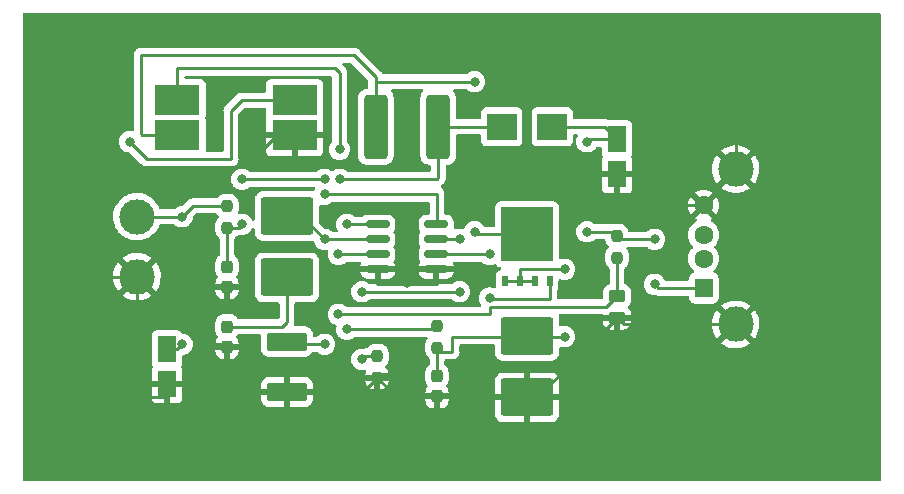
<source format=gbr>
%TF.GenerationSoftware,KiCad,Pcbnew,(6.0.4)*%
%TF.CreationDate,2022-04-26T23:43:01-07:00*%
%TF.ProjectId,SolarChargerV2,536f6c61-7243-4686-9172-67657256322e,rev?*%
%TF.SameCoordinates,Original*%
%TF.FileFunction,Copper,L1,Top*%
%TF.FilePolarity,Positive*%
%FSLAX46Y46*%
G04 Gerber Fmt 4.6, Leading zero omitted, Abs format (unit mm)*
G04 Created by KiCad (PCBNEW (6.0.4)) date 2022-04-26 23:43:01*
%MOMM*%
%LPD*%
G01*
G04 APERTURE LIST*
G04 Aperture macros list*
%AMRoundRect*
0 Rectangle with rounded corners*
0 $1 Rounding radius*
0 $2 $3 $4 $5 $6 $7 $8 $9 X,Y pos of 4 corners*
0 Add a 4 corners polygon primitive as box body*
4,1,4,$2,$3,$4,$5,$6,$7,$8,$9,$2,$3,0*
0 Add four circle primitives for the rounded corners*
1,1,$1+$1,$2,$3*
1,1,$1+$1,$4,$5*
1,1,$1+$1,$6,$7*
1,1,$1+$1,$8,$9*
0 Add four rect primitives between the rounded corners*
20,1,$1+$1,$2,$3,$4,$5,0*
20,1,$1+$1,$4,$5,$6,$7,0*
20,1,$1+$1,$6,$7,$8,$9,0*
20,1,$1+$1,$8,$9,$2,$3,0*%
G04 Aperture macros list end*
%TA.AperFunction,ComponentPad*%
%ADD10C,3.000000*%
%TD*%
%TA.AperFunction,SMDPad,CuDef*%
%ADD11R,2.500000X2.300000*%
%TD*%
%TA.AperFunction,SMDPad,CuDef*%
%ADD12RoundRect,0.150000X-0.825000X-0.150000X0.825000X-0.150000X0.825000X0.150000X-0.825000X0.150000X0*%
%TD*%
%TA.AperFunction,SMDPad,CuDef*%
%ADD13R,3.850000X2.500000*%
%TD*%
%TA.AperFunction,SMDPad,CuDef*%
%ADD14RoundRect,0.250000X-1.975000X1.350000X-1.975000X-1.350000X1.975000X-1.350000X1.975000X1.350000X0*%
%TD*%
%TA.AperFunction,SMDPad,CuDef*%
%ADD15RoundRect,0.237500X-0.237500X0.250000X-0.237500X-0.250000X0.237500X-0.250000X0.237500X0.250000X0*%
%TD*%
%TA.AperFunction,SMDPad,CuDef*%
%ADD16RoundRect,0.249999X-0.737501X-2.450001X0.737501X-2.450001X0.737501X2.450001X-0.737501X2.450001X0*%
%TD*%
%TA.AperFunction,SMDPad,CuDef*%
%ADD17RoundRect,0.237500X-0.237500X0.300000X-0.237500X-0.300000X0.237500X-0.300000X0.237500X0.300000X0*%
%TD*%
%TA.AperFunction,SMDPad,CuDef*%
%ADD18R,1.600000X2.200000*%
%TD*%
%TA.AperFunction,SMDPad,CuDef*%
%ADD19RoundRect,0.250000X-0.450000X0.262500X-0.450000X-0.262500X0.450000X-0.262500X0.450000X0.262500X0*%
%TD*%
%TA.AperFunction,SMDPad,CuDef*%
%ADD20R,0.500000X0.850000*%
%TD*%
%TA.AperFunction,SMDPad,CuDef*%
%ADD21R,4.410000X4.550000*%
%TD*%
%TA.AperFunction,ComponentPad*%
%ADD22R,1.500000X1.600000*%
%TD*%
%TA.AperFunction,ComponentPad*%
%ADD23C,1.600000*%
%TD*%
%TA.AperFunction,SMDPad,CuDef*%
%ADD24RoundRect,0.250000X-1.450000X0.537500X-1.450000X-0.537500X1.450000X-0.537500X1.450000X0.537500X0*%
%TD*%
%TA.AperFunction,ViaPad*%
%ADD25C,0.800000*%
%TD*%
%TA.AperFunction,Conductor*%
%ADD26C,0.250000*%
%TD*%
G04 APERTURE END LIST*
D10*
%TO.P,SC1,1,+*%
%TO.N,Net-(C1-Pad1)*%
X104140000Y-68580000D03*
%TO.P,SC1,2,-*%
%TO.N,GND*%
X104140000Y-73660000D03*
%TD*%
D11*
%TO.P,D1,1,K*%
%TO.N,Net-(C7-Pad1)*%
X139310000Y-60960000D03*
%TO.P,D1,2,A*%
%TO.N,Net-(C6-Pad2)*%
X135010000Y-60960000D03*
%TD*%
D12*
%TO.P,U1,1,ISEN*%
%TO.N,Net-(R4-Pad1)*%
X124525000Y-69215000D03*
%TO.P,U1,2,COMP*%
%TO.N,Net-(C4-Pad1)*%
X124525000Y-70485000D03*
%TO.P,U1,3,FB*%
%TO.N,Net-(R6-Pad2)*%
X124525000Y-71755000D03*
%TO.P,U1,4,AGND*%
%TO.N,GND*%
X124525000Y-73025000D03*
%TO.P,U1,5,PGND*%
X129475000Y-73025000D03*
%TO.P,U1,6,DR*%
%TO.N,Net-(Q1-Pad4)*%
X129475000Y-71755000D03*
%TO.P,U1,7,FA/SD*%
%TO.N,Net-(R3-Pad1)*%
X129475000Y-70485000D03*
%TO.P,U1,8,VIN*%
%TO.N,Net-(C2-Pad1)*%
X129475000Y-69215000D03*
%TD*%
D13*
%TO.P,L1,1,1*%
%TO.N,Net-(C6-Pad1)*%
X107525000Y-61700000D03*
%TO.P,L1,2,2*%
%TO.N,Net-(C6-Pad2)*%
X107525000Y-58700000D03*
%TO.P,L1,3,3*%
%TO.N,Net-(C1-Pad1)*%
X117475000Y-58700000D03*
%TO.P,L1,4,4*%
%TO.N,GND*%
X117475000Y-61700000D03*
%TD*%
D14*
%TO.P,R2,1*%
%TO.N,Net-(C4-Pad1)*%
X116840000Y-68520000D03*
%TO.P,R2,2*%
%TO.N,Net-(C3-Pad1)*%
X116840000Y-73720000D03*
%TD*%
D15*
%TO.P,R3,1*%
%TO.N,Net-(R3-Pad1)*%
X124460000Y-80367500D03*
%TO.P,R3,2*%
%TO.N,GND*%
X124460000Y-82192500D03*
%TD*%
D16*
%TO.P,C6,1*%
%TO.N,Net-(C6-Pad1)*%
X124362500Y-60960000D03*
%TO.P,C6,2*%
%TO.N,Net-(C6-Pad2)*%
X129637500Y-60960000D03*
%TD*%
D15*
%TO.P,R4,1*%
%TO.N,Net-(R4-Pad1)*%
X129540000Y-77827500D03*
%TO.P,R4,2*%
%TO.N,Net-(C5-Pad1)*%
X129540000Y-79652500D03*
%TD*%
D17*
%TO.P,C3,1*%
%TO.N,Net-(C3-Pad1)*%
X111760000Y-77877500D03*
%TO.P,C3,2*%
%TO.N,GND*%
X111760000Y-79602500D03*
%TD*%
%TO.P,C2,1*%
%TO.N,Net-(C2-Pad1)*%
X111760000Y-72797500D03*
%TO.P,C2,2*%
%TO.N,GND*%
X111760000Y-74522500D03*
%TD*%
D15*
%TO.P,R1,1*%
%TO.N,Net-(C1-Pad1)*%
X111760000Y-67667500D03*
%TO.P,R1,2*%
%TO.N,Net-(C2-Pad1)*%
X111760000Y-69492500D03*
%TD*%
%TO.P,R6,1*%
%TO.N,Net-(C7-Pad1)*%
X144780000Y-70207500D03*
%TO.P,R6,2*%
%TO.N,Net-(R6-Pad2)*%
X144780000Y-72032500D03*
%TD*%
D18*
%TO.P,C1,1*%
%TO.N,Net-(C1-Pad1)*%
X106680000Y-79780000D03*
%TO.P,C1,2*%
%TO.N,GND*%
X106680000Y-82780000D03*
%TD*%
D19*
%TO.P,R7,1*%
%TO.N,Net-(R6-Pad2)*%
X144780000Y-75287500D03*
%TO.P,R7,2*%
%TO.N,GND*%
X144780000Y-77112500D03*
%TD*%
D20*
%TO.P,Q1,1,S*%
%TO.N,Net-(C5-Pad1)*%
X135255000Y-74020000D03*
%TO.P,Q1,2,S*%
X136525000Y-74020000D03*
%TO.P,Q1,3,S*%
X137795000Y-74020000D03*
%TO.P,Q1,4,G*%
%TO.N,Net-(Q1-Pad4)*%
X139065000Y-74020000D03*
D21*
%TO.P,Q1,5,D*%
%TO.N,Net-(C6-Pad1)*%
X137160000Y-70070000D03*
%TD*%
D22*
%TO.P,J1,1,VBUS*%
%TO.N,Net-(C7-Pad1)*%
X152120000Y-74620000D03*
D23*
%TO.P,J1,2,D-*%
%TO.N,unconnected-(J1-Pad2)*%
X152120000Y-72120000D03*
%TO.P,J1,3,D+*%
%TO.N,unconnected-(J1-Pad3)*%
X152120000Y-70120000D03*
%TO.P,J1,4,GND*%
%TO.N,GND*%
X152120000Y-67620000D03*
D10*
%TO.P,J1,5,Shield*%
X154830000Y-64550000D03*
X154830000Y-77690000D03*
%TD*%
D18*
%TO.P,C7,1*%
%TO.N,Net-(C7-Pad1)*%
X144780000Y-62000000D03*
%TO.P,C7,2*%
%TO.N,GND*%
X144780000Y-65000000D03*
%TD*%
D17*
%TO.P,C5,1*%
%TO.N,Net-(C5-Pad1)*%
X129540000Y-82045000D03*
%TO.P,C5,2*%
%TO.N,GND*%
X129540000Y-83770000D03*
%TD*%
D24*
%TO.P,C4,1*%
%TO.N,Net-(C4-Pad1)*%
X116840000Y-79142500D03*
%TO.P,C4,2*%
%TO.N,GND*%
X116840000Y-83417500D03*
%TD*%
D14*
%TO.P,R5,1*%
%TO.N,Net-(C5-Pad1)*%
X137160000Y-78680000D03*
%TO.P,R5,2*%
%TO.N,GND*%
X137160000Y-83880000D03*
%TD*%
D25*
%TO.N,Net-(C4-Pad1)*%
X120015000Y-70485000D03*
X120015000Y-79375000D03*
%TO.N,Net-(C5-Pad1)*%
X140335000Y-78740000D03*
X140335000Y-73025000D03*
%TO.N,GND*%
X127000000Y-81915000D03*
X100965000Y-64365000D03*
X127000000Y-74205500D03*
X147320000Y-64770000D03*
X104140000Y-76835000D03*
X147320000Y-59690000D03*
X109855000Y-74930000D03*
X109855000Y-79375000D03*
X100965000Y-73660000D03*
X104140000Y-83820000D03*
X109855000Y-82550000D03*
%TO.N,Net-(C1-Pad1)*%
X103505000Y-62230000D03*
X107950000Y-79375000D03*
X107950000Y-68580000D03*
%TO.N,Net-(C2-Pad1)*%
X120015000Y-65405000D03*
X113030000Y-69215000D03*
X120015000Y-66675000D03*
X113030000Y-65405000D03*
%TO.N,Net-(R3-Pad1)*%
X123190000Y-74930000D03*
X131445000Y-70485000D03*
X131445000Y-74930000D03*
X123190000Y-80645000D03*
%TO.N,Net-(R4-Pad1)*%
X121920000Y-69215000D03*
X121920000Y-78105000D03*
%TO.N,Net-(C7-Pad1)*%
X142240000Y-62230000D03*
X147955000Y-70485000D03*
X142240000Y-69850000D03*
X147955000Y-74295000D03*
%TO.N,Net-(R6-Pad2)*%
X121195500Y-71755000D03*
X121195500Y-76835000D03*
%TO.N,Net-(Q1-Pad4)*%
X133985000Y-71755000D03*
X133985000Y-75475500D03*
%TO.N,Net-(C6-Pad1)*%
X132715000Y-69850000D03*
X132715000Y-57150000D03*
%TO.N,Net-(C6-Pad2)*%
X121285000Y-65405000D03*
X121285000Y-62865000D03*
%TD*%
D26*
%TO.N,Net-(C4-Pad1)*%
X120015000Y-70485000D02*
X118050000Y-68520000D01*
X117072500Y-79375000D02*
X120015000Y-79375000D01*
X120015000Y-70485000D02*
X124525000Y-70485000D01*
X116840000Y-79142500D02*
X117072500Y-79375000D01*
X118050000Y-68520000D02*
X116840000Y-68520000D01*
%TO.N,Net-(C3-Pad1)*%
X116432500Y-77877500D02*
X116840000Y-77470000D01*
X111760000Y-77877500D02*
X116432500Y-77877500D01*
X116840000Y-77470000D02*
X116840000Y-73720000D01*
%TO.N,Net-(C5-Pad1)*%
X137100000Y-78740000D02*
X130810000Y-78740000D01*
X136525000Y-73025000D02*
X136525000Y-74020000D01*
X136525000Y-74020000D02*
X135255000Y-74020000D01*
X137160000Y-78680000D02*
X137100000Y-78740000D01*
X140335000Y-73025000D02*
X136525000Y-73025000D01*
X130810000Y-80010000D02*
X129897500Y-80010000D01*
X137160000Y-78680000D02*
X137220000Y-78740000D01*
X129897500Y-80010000D02*
X129540000Y-79652500D01*
X129540000Y-79652500D02*
X129540000Y-82045000D01*
X130810000Y-78740000D02*
X130810000Y-80010000D01*
X137220000Y-78740000D02*
X140335000Y-78740000D01*
X137795000Y-74020000D02*
X136525000Y-74020000D01*
%TO.N,GND*%
X154830000Y-77690000D02*
X145357500Y-77690000D01*
X110262500Y-74522500D02*
X109855000Y-74930000D01*
X154940000Y-59690000D02*
X154830000Y-59800000D01*
X109855000Y-79375000D02*
X111532500Y-79375000D01*
X117475000Y-61700000D02*
X116000000Y-61700000D01*
X137160000Y-83880000D02*
X138012500Y-83880000D01*
X152120000Y-67620000D02*
X150170000Y-67620000D01*
X154830000Y-64550000D02*
X156845000Y-66565000D01*
X154830000Y-59800000D02*
X154830000Y-64550000D01*
X106680000Y-82780000D02*
X109625000Y-82780000D01*
X129540000Y-73090000D02*
X129475000Y-73025000D01*
X123235000Y-83417500D02*
X124460000Y-82192500D01*
X156845000Y-66565000D02*
X156845000Y-75675000D01*
X124460000Y-74295000D02*
X127000000Y-74295000D01*
X137050000Y-83770000D02*
X137160000Y-83880000D01*
X129540000Y-83770000D02*
X137050000Y-83770000D01*
X145357500Y-77690000D02*
X144780000Y-77112500D01*
X127000000Y-74295000D02*
X127000000Y-74205500D01*
X111532500Y-79375000D02*
X111760000Y-79602500D01*
X100965000Y-73660000D02*
X104140000Y-73660000D01*
X127000000Y-74295000D02*
X129540000Y-74295000D01*
X111760000Y-83185000D02*
X111992500Y-83417500D01*
X116840000Y-83417500D02*
X123235000Y-83417500D01*
X113300000Y-64400000D02*
X101000000Y-64400000D01*
X109625000Y-82780000D02*
X109855000Y-82550000D01*
X126037500Y-83770000D02*
X124460000Y-82192500D01*
X129540000Y-83770000D02*
X126037500Y-83770000D01*
X111760000Y-79602500D02*
X111760000Y-83185000D01*
X106680000Y-83820000D02*
X106680000Y-82780000D01*
X150170000Y-67620000D02*
X147320000Y-64770000D01*
X104140000Y-76835000D02*
X104140000Y-73660000D01*
X156845000Y-75675000D02*
X154830000Y-77690000D01*
X124525000Y-73025000D02*
X124525000Y-74230000D01*
X124737500Y-81915000D02*
X124460000Y-82192500D01*
X138012500Y-83880000D02*
X144780000Y-77112500D01*
X147090000Y-65000000D02*
X147320000Y-64770000D01*
X111760000Y-74522500D02*
X110262500Y-74522500D01*
X116000000Y-61700000D02*
X113300000Y-64400000D01*
X124525000Y-74230000D02*
X124460000Y-74295000D01*
X101000000Y-64400000D02*
X100965000Y-64365000D01*
X111992500Y-83417500D02*
X116840000Y-83417500D01*
X127000000Y-81915000D02*
X124737500Y-81915000D01*
X129540000Y-74295000D02*
X129540000Y-73090000D01*
X104140000Y-83820000D02*
X106680000Y-83820000D01*
X144780000Y-65000000D02*
X147090000Y-65000000D01*
X147320000Y-59690000D02*
X154940000Y-59690000D01*
%TO.N,Net-(C1-Pad1)*%
X106680000Y-79780000D02*
X107545000Y-79780000D01*
X108862500Y-67667500D02*
X107950000Y-68580000D01*
X104975000Y-63700000D02*
X103505000Y-62230000D01*
X113000000Y-58700000D02*
X112100000Y-59600000D01*
X107950000Y-68580000D02*
X104140000Y-68580000D01*
X117475000Y-58700000D02*
X113000000Y-58700000D01*
X112100000Y-59600000D02*
X112100000Y-63700000D01*
X111760000Y-67667500D02*
X108862500Y-67667500D01*
X112100000Y-63700000D02*
X104975000Y-63700000D01*
X107545000Y-79780000D02*
X107950000Y-79375000D01*
%TO.N,Net-(C2-Pad1)*%
X120015000Y-66675000D02*
X129540000Y-66675000D01*
X111760000Y-69492500D02*
X111760000Y-72797500D01*
X113030000Y-65405000D02*
X120015000Y-65405000D01*
X112752500Y-69492500D02*
X113030000Y-69215000D01*
X129540000Y-66675000D02*
X129540000Y-69150000D01*
X111760000Y-69492500D02*
X112752500Y-69492500D01*
X129540000Y-69150000D02*
X129475000Y-69215000D01*
%TO.N,Net-(R3-Pad1)*%
X123467500Y-80367500D02*
X123190000Y-80645000D01*
X123190000Y-74930000D02*
X131445000Y-74930000D01*
X131445000Y-70485000D02*
X129475000Y-70485000D01*
X124460000Y-80367500D02*
X123467500Y-80367500D01*
%TO.N,Net-(R4-Pad1)*%
X124525000Y-69215000D02*
X121920000Y-69215000D01*
X121920000Y-78105000D02*
X129262500Y-78105000D01*
X129262500Y-78105000D02*
X129540000Y-77827500D01*
%TO.N,Net-(C7-Pad1)*%
X152120000Y-74620000D02*
X148280000Y-74620000D01*
X142470000Y-62000000D02*
X142240000Y-62230000D01*
X142240000Y-69850000D02*
X144422500Y-69850000D01*
X139310000Y-60960000D02*
X143740000Y-60960000D01*
X144780000Y-62000000D02*
X142470000Y-62000000D01*
X147955000Y-70485000D02*
X145057500Y-70485000D01*
X148280000Y-74620000D02*
X147955000Y-74295000D01*
X145057500Y-70485000D02*
X144780000Y-70207500D01*
X143740000Y-60960000D02*
X144780000Y-62000000D01*
X144422500Y-69850000D02*
X144780000Y-70207500D01*
%TO.N,Net-(R6-Pad2)*%
X144780000Y-72032500D02*
X144780000Y-75287500D01*
X133985000Y-76200000D02*
X143867500Y-76200000D01*
X133985000Y-76835000D02*
X133985000Y-76200000D01*
X143867500Y-76200000D02*
X144780000Y-75287500D01*
X121195500Y-76835000D02*
X133985000Y-76835000D01*
X124525000Y-71755000D02*
X121195500Y-71755000D01*
%TO.N,Net-(Q1-Pad4)*%
X139065000Y-75565000D02*
X139065000Y-74020000D01*
X134074500Y-75565000D02*
X139065000Y-75565000D01*
X133985000Y-75475500D02*
X134074500Y-75565000D01*
X129475000Y-71755000D02*
X133985000Y-71755000D01*
%TO.N,Net-(C6-Pad1)*%
X137160000Y-70070000D02*
X132935000Y-70070000D01*
X104500000Y-54900000D02*
X122500000Y-54900000D01*
X122500000Y-54900000D02*
X124362500Y-56762500D01*
X104600000Y-61700000D02*
X104500000Y-61600000D01*
X124460000Y-57150000D02*
X124362500Y-57247500D01*
X132935000Y-70070000D02*
X132715000Y-69850000D01*
X124362500Y-57247500D02*
X124362500Y-60960000D01*
X104500000Y-61600000D02*
X104500000Y-54900000D01*
X132715000Y-57150000D02*
X124460000Y-57150000D01*
X124362500Y-56762500D02*
X124362500Y-60960000D01*
X107525000Y-61700000D02*
X104600000Y-61700000D01*
%TO.N,Net-(C6-Pad2)*%
X107525000Y-56025000D02*
X107500000Y-56000000D01*
X135010000Y-60960000D02*
X129637500Y-60960000D01*
X107525000Y-58700000D02*
X107525000Y-56025000D01*
X121285000Y-65405000D02*
X129540000Y-65405000D01*
X129637500Y-65307500D02*
X129637500Y-60960000D01*
X121285000Y-56385000D02*
X121285000Y-62865000D01*
X107500000Y-56000000D02*
X120900000Y-56000000D01*
X120900000Y-56000000D02*
X121285000Y-56385000D01*
X129540000Y-65405000D02*
X129637500Y-65307500D01*
%TD*%
%TA.AperFunction,Conductor*%
%TO.N,GND*%
G36*
X167073621Y-51328502D02*
G01*
X167120114Y-51382158D01*
X167131500Y-51434500D01*
X167131500Y-90805500D01*
X167111498Y-90873621D01*
X167057842Y-90920114D01*
X167005500Y-90931500D01*
X94614500Y-90931500D01*
X94546379Y-90911498D01*
X94499886Y-90857842D01*
X94488500Y-90805500D01*
X94488500Y-85277095D01*
X134427001Y-85277095D01*
X134427338Y-85283614D01*
X134437257Y-85379206D01*
X134440149Y-85392600D01*
X134491588Y-85546784D01*
X134497761Y-85559962D01*
X134583063Y-85697807D01*
X134592099Y-85709208D01*
X134706829Y-85823739D01*
X134718240Y-85832751D01*
X134856243Y-85917816D01*
X134869424Y-85923963D01*
X135023710Y-85975138D01*
X135037086Y-85978005D01*
X135131438Y-85987672D01*
X135137854Y-85988000D01*
X136887885Y-85988000D01*
X136903124Y-85983525D01*
X136904329Y-85982135D01*
X136906000Y-85974452D01*
X136906000Y-85969884D01*
X137414000Y-85969884D01*
X137418475Y-85985123D01*
X137419865Y-85986328D01*
X137427548Y-85987999D01*
X139182095Y-85987999D01*
X139188614Y-85987662D01*
X139284206Y-85977743D01*
X139297600Y-85974851D01*
X139451784Y-85923412D01*
X139464962Y-85917239D01*
X139602807Y-85831937D01*
X139614208Y-85822901D01*
X139728739Y-85708171D01*
X139737751Y-85696760D01*
X139822816Y-85558757D01*
X139828963Y-85545576D01*
X139880138Y-85391290D01*
X139883005Y-85377914D01*
X139892672Y-85283562D01*
X139893000Y-85277146D01*
X139893000Y-84152115D01*
X139888525Y-84136876D01*
X139887135Y-84135671D01*
X139879452Y-84134000D01*
X137432115Y-84134000D01*
X137416876Y-84138475D01*
X137415671Y-84139865D01*
X137414000Y-84147548D01*
X137414000Y-85969884D01*
X136906000Y-85969884D01*
X136906000Y-84152115D01*
X136901525Y-84136876D01*
X136900135Y-84135671D01*
X136892452Y-84134000D01*
X134445116Y-84134000D01*
X134429877Y-84138475D01*
X134428672Y-84139865D01*
X134427001Y-84147548D01*
X134427001Y-85277095D01*
X94488500Y-85277095D01*
X94488500Y-83924669D01*
X105372001Y-83924669D01*
X105372371Y-83931490D01*
X105377895Y-83982352D01*
X105381521Y-83997604D01*
X105426676Y-84118054D01*
X105435214Y-84133649D01*
X105511715Y-84235724D01*
X105524276Y-84248285D01*
X105626351Y-84324786D01*
X105641946Y-84333324D01*
X105762394Y-84378478D01*
X105777649Y-84382105D01*
X105828514Y-84387631D01*
X105835328Y-84388000D01*
X106407885Y-84388000D01*
X106423124Y-84383525D01*
X106424329Y-84382135D01*
X106426000Y-84374452D01*
X106426000Y-84369884D01*
X106934000Y-84369884D01*
X106938475Y-84385123D01*
X106939865Y-84386328D01*
X106947548Y-84387999D01*
X107524669Y-84387999D01*
X107531490Y-84387629D01*
X107582352Y-84382105D01*
X107597604Y-84378479D01*
X107718054Y-84333324D01*
X107733649Y-84324786D01*
X107835724Y-84248285D01*
X107848285Y-84235724D01*
X107924786Y-84133649D01*
X107933324Y-84118054D01*
X107976795Y-84002095D01*
X114632001Y-84002095D01*
X114632338Y-84008614D01*
X114642257Y-84104206D01*
X114645149Y-84117600D01*
X114696588Y-84271784D01*
X114702761Y-84284962D01*
X114788063Y-84422807D01*
X114797099Y-84434208D01*
X114911829Y-84548739D01*
X114923240Y-84557751D01*
X115061243Y-84642816D01*
X115074424Y-84648963D01*
X115228710Y-84700138D01*
X115242086Y-84703005D01*
X115336438Y-84712672D01*
X115342854Y-84713000D01*
X116567885Y-84713000D01*
X116583124Y-84708525D01*
X116584329Y-84707135D01*
X116586000Y-84699452D01*
X116586000Y-84694884D01*
X117094000Y-84694884D01*
X117098475Y-84710123D01*
X117099865Y-84711328D01*
X117107548Y-84712999D01*
X118337095Y-84712999D01*
X118343614Y-84712662D01*
X118439206Y-84702743D01*
X118452600Y-84699851D01*
X118606784Y-84648412D01*
X118619962Y-84642239D01*
X118757807Y-84556937D01*
X118769208Y-84547901D01*
X118883739Y-84433171D01*
X118892751Y-84421760D01*
X118977816Y-84283757D01*
X118983963Y-84270576D01*
X119035138Y-84116290D01*
X119035143Y-84116266D01*
X128557000Y-84116266D01*
X128557337Y-84122782D01*
X128567075Y-84216632D01*
X128569968Y-84230028D01*
X128620488Y-84381453D01*
X128626653Y-84394615D01*
X128710426Y-84529992D01*
X128719460Y-84541390D01*
X128832129Y-84653863D01*
X128843540Y-84662875D01*
X128979063Y-84746412D01*
X128992241Y-84752556D01*
X129143766Y-84802815D01*
X129157132Y-84805681D01*
X129249770Y-84815172D01*
X129256185Y-84815500D01*
X129267885Y-84815500D01*
X129283124Y-84811025D01*
X129284329Y-84809635D01*
X129286000Y-84801952D01*
X129286000Y-84797385D01*
X129794000Y-84797385D01*
X129798475Y-84812624D01*
X129799865Y-84813829D01*
X129807548Y-84815500D01*
X129823766Y-84815500D01*
X129830282Y-84815163D01*
X129924132Y-84805425D01*
X129937528Y-84802532D01*
X130088953Y-84752012D01*
X130102115Y-84745847D01*
X130237492Y-84662074D01*
X130248890Y-84653040D01*
X130361363Y-84540371D01*
X130370375Y-84528960D01*
X130453912Y-84393437D01*
X130460056Y-84380259D01*
X130510315Y-84228734D01*
X130513181Y-84215368D01*
X130522672Y-84122730D01*
X130523000Y-84116315D01*
X130523000Y-84042115D01*
X130518525Y-84026876D01*
X130517135Y-84025671D01*
X130509452Y-84024000D01*
X129812115Y-84024000D01*
X129796876Y-84028475D01*
X129795671Y-84029865D01*
X129794000Y-84037548D01*
X129794000Y-84797385D01*
X129286000Y-84797385D01*
X129286000Y-84042115D01*
X129281525Y-84026876D01*
X129280135Y-84025671D01*
X129272452Y-84024000D01*
X128575115Y-84024000D01*
X128559876Y-84028475D01*
X128558671Y-84029865D01*
X128557000Y-84037548D01*
X128557000Y-84116266D01*
X119035143Y-84116266D01*
X119038005Y-84102914D01*
X119047672Y-84008562D01*
X119048000Y-84002146D01*
X119048000Y-83689615D01*
X119043525Y-83674376D01*
X119042135Y-83673171D01*
X119034452Y-83671500D01*
X117112115Y-83671500D01*
X117096876Y-83675975D01*
X117095671Y-83677365D01*
X117094000Y-83685048D01*
X117094000Y-84694884D01*
X116586000Y-84694884D01*
X116586000Y-83689615D01*
X116581525Y-83674376D01*
X116580135Y-83673171D01*
X116572452Y-83671500D01*
X114650116Y-83671500D01*
X114634877Y-83675975D01*
X114633672Y-83677365D01*
X114632001Y-83685048D01*
X114632001Y-84002095D01*
X107976795Y-84002095D01*
X107978478Y-83997606D01*
X107982105Y-83982351D01*
X107987631Y-83931486D01*
X107988000Y-83924672D01*
X107988000Y-83607885D01*
X134427000Y-83607885D01*
X134431475Y-83623124D01*
X134432865Y-83624329D01*
X134440548Y-83626000D01*
X136887885Y-83626000D01*
X136903124Y-83621525D01*
X136904329Y-83620135D01*
X136906000Y-83612452D01*
X136906000Y-83607885D01*
X137414000Y-83607885D01*
X137418475Y-83623124D01*
X137419865Y-83624329D01*
X137427548Y-83626000D01*
X139874884Y-83626000D01*
X139890123Y-83621525D01*
X139891328Y-83620135D01*
X139892999Y-83612452D01*
X139892999Y-82482905D01*
X139892662Y-82476386D01*
X139882743Y-82380794D01*
X139879851Y-82367400D01*
X139828412Y-82213216D01*
X139822239Y-82200038D01*
X139736937Y-82062193D01*
X139727901Y-82050792D01*
X139613171Y-81936261D01*
X139601760Y-81927249D01*
X139463757Y-81842184D01*
X139450576Y-81836037D01*
X139296290Y-81784862D01*
X139282914Y-81781995D01*
X139188562Y-81772328D01*
X139182145Y-81772000D01*
X137432115Y-81772000D01*
X137416876Y-81776475D01*
X137415671Y-81777865D01*
X137414000Y-81785548D01*
X137414000Y-83607885D01*
X136906000Y-83607885D01*
X136906000Y-81790116D01*
X136901525Y-81774877D01*
X136900135Y-81773672D01*
X136892452Y-81772001D01*
X135137905Y-81772001D01*
X135131386Y-81772338D01*
X135035794Y-81782257D01*
X135022400Y-81785149D01*
X134868216Y-81836588D01*
X134855038Y-81842761D01*
X134717193Y-81928063D01*
X134705792Y-81937099D01*
X134591261Y-82051829D01*
X134582249Y-82063240D01*
X134497184Y-82201243D01*
X134491037Y-82214424D01*
X134439862Y-82368710D01*
X134436995Y-82382086D01*
X134427328Y-82476438D01*
X134427000Y-82482855D01*
X134427000Y-83607885D01*
X107988000Y-83607885D01*
X107988000Y-83145385D01*
X114632000Y-83145385D01*
X114636475Y-83160624D01*
X114637865Y-83161829D01*
X114645548Y-83163500D01*
X116567885Y-83163500D01*
X116583124Y-83159025D01*
X116584329Y-83157635D01*
X116586000Y-83149952D01*
X116586000Y-83145385D01*
X117094000Y-83145385D01*
X117098475Y-83160624D01*
X117099865Y-83161829D01*
X117107548Y-83163500D01*
X119029884Y-83163500D01*
X119045123Y-83159025D01*
X119046328Y-83157635D01*
X119047999Y-83149952D01*
X119047999Y-82832905D01*
X119047662Y-82826386D01*
X119037743Y-82730794D01*
X119034851Y-82717400D01*
X118983412Y-82563216D01*
X118977239Y-82550038D01*
X118939322Y-82488766D01*
X123477000Y-82488766D01*
X123477337Y-82495282D01*
X123487075Y-82589132D01*
X123489968Y-82602528D01*
X123540488Y-82753953D01*
X123546653Y-82767115D01*
X123630426Y-82902492D01*
X123639460Y-82913890D01*
X123752129Y-83026363D01*
X123763540Y-83035375D01*
X123899063Y-83118912D01*
X123912241Y-83125056D01*
X124063766Y-83175315D01*
X124077132Y-83178181D01*
X124169770Y-83187672D01*
X124176185Y-83188000D01*
X124187885Y-83188000D01*
X124203124Y-83183525D01*
X124204329Y-83182135D01*
X124206000Y-83174452D01*
X124206000Y-83169885D01*
X124714000Y-83169885D01*
X124718475Y-83185124D01*
X124719865Y-83186329D01*
X124727548Y-83188000D01*
X124743766Y-83188000D01*
X124750282Y-83187663D01*
X124844132Y-83177925D01*
X124857528Y-83175032D01*
X125008953Y-83124512D01*
X125022115Y-83118347D01*
X125157492Y-83034574D01*
X125168890Y-83025540D01*
X125281363Y-82912871D01*
X125290375Y-82901460D01*
X125373912Y-82765937D01*
X125380056Y-82752759D01*
X125430315Y-82601234D01*
X125433181Y-82587868D01*
X125442672Y-82495230D01*
X125443000Y-82488815D01*
X125443000Y-82464615D01*
X125438525Y-82449376D01*
X125437135Y-82448171D01*
X125429452Y-82446500D01*
X124732115Y-82446500D01*
X124716876Y-82450975D01*
X124715671Y-82452365D01*
X124714000Y-82460048D01*
X124714000Y-83169885D01*
X124206000Y-83169885D01*
X124206000Y-82464615D01*
X124201525Y-82449376D01*
X124200135Y-82448171D01*
X124192452Y-82446500D01*
X123495115Y-82446500D01*
X123479876Y-82450975D01*
X123478671Y-82452365D01*
X123477000Y-82460048D01*
X123477000Y-82488766D01*
X118939322Y-82488766D01*
X118891937Y-82412193D01*
X118882901Y-82400792D01*
X118768171Y-82286261D01*
X118756760Y-82277249D01*
X118618757Y-82192184D01*
X118605576Y-82186037D01*
X118451290Y-82134862D01*
X118437914Y-82131995D01*
X118343562Y-82122328D01*
X118337145Y-82122000D01*
X117112115Y-82122000D01*
X117096876Y-82126475D01*
X117095671Y-82127865D01*
X117094000Y-82135548D01*
X117094000Y-83145385D01*
X116586000Y-83145385D01*
X116586000Y-82140116D01*
X116581525Y-82124877D01*
X116580135Y-82123672D01*
X116572452Y-82122001D01*
X115342905Y-82122001D01*
X115336386Y-82122338D01*
X115240794Y-82132257D01*
X115227400Y-82135149D01*
X115073216Y-82186588D01*
X115060038Y-82192761D01*
X114922193Y-82278063D01*
X114910792Y-82287099D01*
X114796261Y-82401829D01*
X114787249Y-82413240D01*
X114702184Y-82551243D01*
X114696037Y-82564424D01*
X114644862Y-82718710D01*
X114641995Y-82732086D01*
X114632328Y-82826438D01*
X114632000Y-82832855D01*
X114632000Y-83145385D01*
X107988000Y-83145385D01*
X107988000Y-83052115D01*
X107983525Y-83036876D01*
X107982135Y-83035671D01*
X107974452Y-83034000D01*
X106952115Y-83034000D01*
X106936876Y-83038475D01*
X106935671Y-83039865D01*
X106934000Y-83047548D01*
X106934000Y-84369884D01*
X106426000Y-84369884D01*
X106426000Y-83052115D01*
X106421525Y-83036876D01*
X106420135Y-83035671D01*
X106412452Y-83034000D01*
X105390116Y-83034000D01*
X105374877Y-83038475D01*
X105373672Y-83039865D01*
X105372001Y-83047548D01*
X105372001Y-83924669D01*
X94488500Y-83924669D01*
X94488500Y-80928134D01*
X105371500Y-80928134D01*
X105378255Y-80990316D01*
X105429385Y-81126705D01*
X105474463Y-81186852D01*
X105487953Y-81204852D01*
X105512801Y-81271358D01*
X105497748Y-81340741D01*
X105487953Y-81355982D01*
X105435214Y-81426352D01*
X105426676Y-81441946D01*
X105381522Y-81562394D01*
X105377895Y-81577649D01*
X105372369Y-81628514D01*
X105372000Y-81635328D01*
X105372000Y-82507885D01*
X105376475Y-82523124D01*
X105377865Y-82524329D01*
X105385548Y-82526000D01*
X107969884Y-82526000D01*
X107985123Y-82521525D01*
X107986328Y-82520135D01*
X107987999Y-82512452D01*
X107987999Y-81635331D01*
X107987629Y-81628510D01*
X107982105Y-81577648D01*
X107978479Y-81562396D01*
X107933324Y-81441946D01*
X107924786Y-81426352D01*
X107872047Y-81355982D01*
X107847199Y-81289476D01*
X107862252Y-81220093D01*
X107872047Y-81204852D01*
X107885537Y-81186852D01*
X107930615Y-81126705D01*
X107981745Y-80990316D01*
X107988500Y-80928134D01*
X107988500Y-80397646D01*
X108008502Y-80329525D01*
X108062158Y-80283032D01*
X108088302Y-80274399D01*
X108232288Y-80243794D01*
X108238319Y-80241109D01*
X108400722Y-80168803D01*
X108400724Y-80168802D01*
X108406752Y-80166118D01*
X108432967Y-80147072D01*
X108500911Y-80097707D01*
X108561253Y-80053866D01*
X108569650Y-80044540D01*
X108655885Y-79948766D01*
X110777000Y-79948766D01*
X110777337Y-79955282D01*
X110787075Y-80049132D01*
X110789968Y-80062528D01*
X110840488Y-80213953D01*
X110846653Y-80227115D01*
X110930426Y-80362492D01*
X110939460Y-80373890D01*
X111052129Y-80486363D01*
X111063540Y-80495375D01*
X111199063Y-80578912D01*
X111212241Y-80585056D01*
X111363766Y-80635315D01*
X111377132Y-80638181D01*
X111469770Y-80647672D01*
X111476185Y-80648000D01*
X111487885Y-80648000D01*
X111503124Y-80643525D01*
X111504329Y-80642135D01*
X111506000Y-80634452D01*
X111506000Y-80629885D01*
X112014000Y-80629885D01*
X112018475Y-80645124D01*
X112019865Y-80646329D01*
X112027548Y-80648000D01*
X112043766Y-80648000D01*
X112050282Y-80647663D01*
X112075947Y-80645000D01*
X122276496Y-80645000D01*
X122296458Y-80834928D01*
X122355473Y-81016556D01*
X122358776Y-81022278D01*
X122358777Y-81022279D01*
X122390239Y-81076772D01*
X122450960Y-81181944D01*
X122455378Y-81186851D01*
X122455379Y-81186852D01*
X122574325Y-81318955D01*
X122578747Y-81323866D01*
X122641704Y-81369607D01*
X122712922Y-81421350D01*
X122733248Y-81436118D01*
X122739276Y-81438802D01*
X122739278Y-81438803D01*
X122837442Y-81482508D01*
X122907712Y-81513794D01*
X123001112Y-81533647D01*
X123088056Y-81552128D01*
X123088061Y-81552128D01*
X123094513Y-81553500D01*
X123285487Y-81553500D01*
X123291939Y-81552128D01*
X123291944Y-81552128D01*
X123372359Y-81535035D01*
X123443150Y-81540437D01*
X123499783Y-81583254D01*
X123524276Y-81649892D01*
X123518149Y-81697949D01*
X123489685Y-81783765D01*
X123486819Y-81797132D01*
X123477328Y-81889770D01*
X123477000Y-81896185D01*
X123477000Y-81920385D01*
X123481475Y-81935624D01*
X123482865Y-81936829D01*
X123490548Y-81938500D01*
X125424885Y-81938500D01*
X125440124Y-81934025D01*
X125441329Y-81932635D01*
X125443000Y-81924952D01*
X125443000Y-81896234D01*
X125442663Y-81889718D01*
X125432925Y-81795868D01*
X125430032Y-81782472D01*
X125379512Y-81631047D01*
X125373347Y-81617885D01*
X125289574Y-81482508D01*
X125280540Y-81471110D01*
X125178860Y-81369607D01*
X125144781Y-81307324D01*
X125149784Y-81236504D01*
X125178705Y-81191416D01*
X125188161Y-81181944D01*
X125286929Y-81083003D01*
X125331762Y-81010271D01*
X125374369Y-80941150D01*
X125374370Y-80941148D01*
X125378209Y-80934920D01*
X125432974Y-80769809D01*
X125437625Y-80724419D01*
X125443172Y-80670271D01*
X125443500Y-80667072D01*
X125443500Y-80067928D01*
X125443163Y-80064678D01*
X125433419Y-79970765D01*
X125433418Y-79970761D01*
X125432707Y-79963907D01*
X125429830Y-79955282D01*
X125379972Y-79805841D01*
X125377654Y-79798893D01*
X125286116Y-79650969D01*
X125280934Y-79645796D01*
X125168184Y-79533242D01*
X125168179Y-79533238D01*
X125163003Y-79528071D01*
X125156772Y-79524230D01*
X125021150Y-79440631D01*
X125021148Y-79440630D01*
X125014920Y-79436791D01*
X124849809Y-79382026D01*
X124842973Y-79381326D01*
X124842970Y-79381325D01*
X124791474Y-79376049D01*
X124747072Y-79371500D01*
X124172928Y-79371500D01*
X124169682Y-79371837D01*
X124169678Y-79371837D01*
X124075765Y-79381581D01*
X124075761Y-79381582D01*
X124068907Y-79382293D01*
X124062371Y-79384474D01*
X124062369Y-79384474D01*
X123929605Y-79428768D01*
X123903893Y-79437346D01*
X123755969Y-79528884D01*
X123633071Y-79651997D01*
X123629235Y-79658220D01*
X123629228Y-79658229D01*
X123620555Y-79672300D01*
X123567784Y-79719794D01*
X123517254Y-79732123D01*
X123468676Y-79733650D01*
X123459514Y-79733938D01*
X123455555Y-79734000D01*
X123427644Y-79734000D01*
X123423710Y-79734497D01*
X123423709Y-79734497D01*
X123423644Y-79734505D01*
X123411807Y-79735438D01*
X123379990Y-79736438D01*
X123375529Y-79736578D01*
X123367610Y-79736827D01*
X123359999Y-79739038D01*
X123352172Y-79740278D01*
X123351864Y-79738332D01*
X123302607Y-79740139D01*
X123291944Y-79737872D01*
X123291940Y-79737872D01*
X123285487Y-79736500D01*
X123094513Y-79736500D01*
X123088061Y-79737872D01*
X123088056Y-79737872D01*
X123020279Y-79752279D01*
X122907712Y-79776206D01*
X122901682Y-79778891D01*
X122901681Y-79778891D01*
X122739278Y-79851197D01*
X122739276Y-79851198D01*
X122733248Y-79853882D01*
X122727907Y-79857762D01*
X122727906Y-79857763D01*
X122677843Y-79894136D01*
X122578747Y-79966134D01*
X122574326Y-79971044D01*
X122574325Y-79971045D01*
X122467191Y-80090030D01*
X122450960Y-80108056D01*
X122425498Y-80152157D01*
X122371861Y-80245060D01*
X122355473Y-80273444D01*
X122296458Y-80455072D01*
X122295768Y-80461633D01*
X122295768Y-80461635D01*
X122278146Y-80629305D01*
X122276496Y-80645000D01*
X112075947Y-80645000D01*
X112144132Y-80637925D01*
X112157528Y-80635032D01*
X112308953Y-80584512D01*
X112322115Y-80578347D01*
X112457492Y-80494574D01*
X112468890Y-80485540D01*
X112581363Y-80372871D01*
X112590375Y-80361460D01*
X112673912Y-80225937D01*
X112680056Y-80212759D01*
X112730315Y-80061234D01*
X112733181Y-80047868D01*
X112742672Y-79955230D01*
X112743000Y-79948815D01*
X112743000Y-79874615D01*
X112738525Y-79859376D01*
X112737135Y-79858171D01*
X112729452Y-79856500D01*
X112032115Y-79856500D01*
X112016876Y-79860975D01*
X112015671Y-79862365D01*
X112014000Y-79870048D01*
X112014000Y-80629885D01*
X111506000Y-80629885D01*
X111506000Y-79874615D01*
X111501525Y-79859376D01*
X111500135Y-79858171D01*
X111492452Y-79856500D01*
X110795115Y-79856500D01*
X110779876Y-79860975D01*
X110778671Y-79862365D01*
X110777000Y-79870048D01*
X110777000Y-79948766D01*
X108655885Y-79948766D01*
X108684621Y-79916852D01*
X108684622Y-79916851D01*
X108689040Y-79911944D01*
X108784527Y-79746556D01*
X108843542Y-79564928D01*
X108846814Y-79533803D01*
X108862814Y-79381565D01*
X108863504Y-79375000D01*
X108860543Y-79346829D01*
X108844232Y-79191635D01*
X108844232Y-79191633D01*
X108843542Y-79185072D01*
X108784527Y-79003444D01*
X108769771Y-78977885D01*
X108732140Y-78912707D01*
X108689040Y-78838056D01*
X108667276Y-78813884D01*
X108565675Y-78701045D01*
X108565674Y-78701044D01*
X108561253Y-78696134D01*
X108406752Y-78583882D01*
X108400724Y-78581198D01*
X108400722Y-78581197D01*
X108238319Y-78508891D01*
X108238318Y-78508891D01*
X108232288Y-78506206D01*
X108119721Y-78482279D01*
X108051944Y-78467872D01*
X108051939Y-78467872D01*
X108045487Y-78466500D01*
X108018528Y-78466500D01*
X107950407Y-78446498D01*
X107917702Y-78416065D01*
X107848643Y-78323920D01*
X107848642Y-78323919D01*
X107843261Y-78316739D01*
X107726705Y-78229385D01*
X107720535Y-78227072D01*
X110776500Y-78227072D01*
X110776837Y-78230318D01*
X110776837Y-78230322D01*
X110786549Y-78323920D01*
X110787293Y-78331093D01*
X110842346Y-78496107D01*
X110933884Y-78644031D01*
X110939065Y-78649203D01*
X110941139Y-78651273D01*
X110942105Y-78653038D01*
X110943613Y-78654941D01*
X110943287Y-78655199D01*
X110975219Y-78713554D01*
X110970218Y-78784375D01*
X110941292Y-78829470D01*
X110938636Y-78832131D01*
X110929625Y-78843540D01*
X110846088Y-78979063D01*
X110839944Y-78992241D01*
X110789685Y-79143766D01*
X110786819Y-79157132D01*
X110777328Y-79249770D01*
X110777000Y-79256185D01*
X110777000Y-79330385D01*
X110781475Y-79345624D01*
X110782865Y-79346829D01*
X110790548Y-79348500D01*
X112724885Y-79348500D01*
X112740124Y-79344025D01*
X112741329Y-79342635D01*
X112743000Y-79334952D01*
X112743000Y-79256234D01*
X112742663Y-79249718D01*
X112732925Y-79155868D01*
X112730032Y-79142472D01*
X112679512Y-78991047D01*
X112673347Y-78977885D01*
X112589574Y-78842508D01*
X112580536Y-78831106D01*
X112578861Y-78829433D01*
X112578081Y-78828007D01*
X112575993Y-78825373D01*
X112576444Y-78825016D01*
X112544781Y-78767151D01*
X112549784Y-78696331D01*
X112578701Y-78651246D01*
X112581756Y-78648185D01*
X112586929Y-78643003D01*
X112591107Y-78636226D01*
X112631384Y-78570884D01*
X112684156Y-78523391D01*
X112738644Y-78511000D01*
X114505500Y-78511000D01*
X114573621Y-78531002D01*
X114620114Y-78584658D01*
X114631500Y-78637000D01*
X114631500Y-79730400D01*
X114631837Y-79733646D01*
X114631837Y-79733650D01*
X114639328Y-79805841D01*
X114642474Y-79836166D01*
X114644655Y-79842702D01*
X114644655Y-79842704D01*
X114669393Y-79916852D01*
X114698450Y-80003946D01*
X114791522Y-80154348D01*
X114796704Y-80159521D01*
X114828628Y-80191389D01*
X114916697Y-80279305D01*
X114922927Y-80283145D01*
X114922928Y-80283146D01*
X115060090Y-80367694D01*
X115067262Y-80372115D01*
X115144236Y-80397646D01*
X115228611Y-80425632D01*
X115228613Y-80425632D01*
X115235139Y-80427797D01*
X115241975Y-80428497D01*
X115241978Y-80428498D01*
X115278151Y-80432204D01*
X115339600Y-80438500D01*
X118340400Y-80438500D01*
X118343646Y-80438163D01*
X118343650Y-80438163D01*
X118439308Y-80428238D01*
X118439312Y-80428237D01*
X118446166Y-80427526D01*
X118452702Y-80425345D01*
X118452704Y-80425345D01*
X118594310Y-80378101D01*
X118613946Y-80371550D01*
X118764348Y-80278478D01*
X118816798Y-80225937D01*
X118835384Y-80207318D01*
X118889305Y-80153303D01*
X118933385Y-80081793D01*
X118941650Y-80068384D01*
X118994422Y-80020891D01*
X119048910Y-80008500D01*
X119306800Y-80008500D01*
X119374921Y-80028502D01*
X119394147Y-80044843D01*
X119394420Y-80044540D01*
X119399332Y-80048963D01*
X119403747Y-80053866D01*
X119409273Y-80057881D01*
X119540610Y-80153303D01*
X119558248Y-80166118D01*
X119564276Y-80168802D01*
X119564278Y-80168803D01*
X119726681Y-80241109D01*
X119732712Y-80243794D01*
X119826113Y-80263647D01*
X119913056Y-80282128D01*
X119913061Y-80282128D01*
X119919513Y-80283500D01*
X120110487Y-80283500D01*
X120116939Y-80282128D01*
X120116944Y-80282128D01*
X120203887Y-80263647D01*
X120297288Y-80243794D01*
X120303319Y-80241109D01*
X120465722Y-80168803D01*
X120465724Y-80168802D01*
X120471752Y-80166118D01*
X120497967Y-80147072D01*
X120565911Y-80097707D01*
X120626253Y-80053866D01*
X120634650Y-80044540D01*
X120749621Y-79916852D01*
X120749622Y-79916851D01*
X120754040Y-79911944D01*
X120849527Y-79746556D01*
X120908542Y-79564928D01*
X120911814Y-79533803D01*
X120927814Y-79381565D01*
X120928504Y-79375000D01*
X120925543Y-79346829D01*
X120909232Y-79191635D01*
X120909232Y-79191633D01*
X120908542Y-79185072D01*
X120849527Y-79003444D01*
X120834771Y-78977885D01*
X120797140Y-78912707D01*
X120754040Y-78838056D01*
X120732276Y-78813884D01*
X120630675Y-78701045D01*
X120630674Y-78701044D01*
X120626253Y-78696134D01*
X120471752Y-78583882D01*
X120465724Y-78581198D01*
X120465722Y-78581197D01*
X120303319Y-78508891D01*
X120303318Y-78508891D01*
X120297288Y-78506206D01*
X120184721Y-78482279D01*
X120116944Y-78467872D01*
X120116939Y-78467872D01*
X120110487Y-78466500D01*
X119919513Y-78466500D01*
X119913061Y-78467872D01*
X119913056Y-78467872D01*
X119845279Y-78482279D01*
X119732712Y-78506206D01*
X119726682Y-78508891D01*
X119726681Y-78508891D01*
X119564278Y-78581197D01*
X119564276Y-78581198D01*
X119558248Y-78583882D01*
X119552907Y-78587762D01*
X119552906Y-78587763D01*
X119469743Y-78648185D01*
X119403747Y-78696134D01*
X119399332Y-78701037D01*
X119394420Y-78705460D01*
X119393295Y-78704211D01*
X119339986Y-78737051D01*
X119306800Y-78741500D01*
X119174500Y-78741500D01*
X119106379Y-78721498D01*
X119059886Y-78667842D01*
X119048500Y-78615500D01*
X119048500Y-78554600D01*
X119043976Y-78511000D01*
X119038238Y-78455692D01*
X119038237Y-78455688D01*
X119037526Y-78448834D01*
X119029945Y-78426109D01*
X118983868Y-78288002D01*
X118981550Y-78281054D01*
X118888478Y-78130652D01*
X118872683Y-78114884D01*
X118768483Y-78010866D01*
X118763303Y-78005695D01*
X118743623Y-77993564D01*
X118618968Y-77916725D01*
X118618966Y-77916724D01*
X118612738Y-77912885D01*
X118492639Y-77873050D01*
X118451389Y-77859368D01*
X118451387Y-77859368D01*
X118444861Y-77857203D01*
X118438025Y-77856503D01*
X118438022Y-77856502D01*
X118394969Y-77852091D01*
X118340400Y-77846500D01*
X117559817Y-77846500D01*
X117491696Y-77826498D01*
X117445203Y-77772842D01*
X117435099Y-77702568D01*
X117437775Y-77689168D01*
X117438737Y-77685424D01*
X117445137Y-77666734D01*
X117450033Y-77655420D01*
X117450033Y-77655419D01*
X117453181Y-77648145D01*
X117454420Y-77640322D01*
X117454423Y-77640312D01*
X117460099Y-77604476D01*
X117462505Y-77592856D01*
X117471528Y-77557711D01*
X117471528Y-77557710D01*
X117473500Y-77550030D01*
X117473500Y-77529776D01*
X117475051Y-77510065D01*
X117476980Y-77497886D01*
X117478220Y-77490057D01*
X117474059Y-77446038D01*
X117473500Y-77434181D01*
X117473500Y-75954500D01*
X117493502Y-75886379D01*
X117547158Y-75839886D01*
X117599500Y-75828500D01*
X118865400Y-75828500D01*
X118868646Y-75828163D01*
X118868650Y-75828163D01*
X118964308Y-75818238D01*
X118964312Y-75818237D01*
X118971166Y-75817526D01*
X118977702Y-75815345D01*
X118977704Y-75815345D01*
X119109806Y-75771272D01*
X119138946Y-75761550D01*
X119289348Y-75668478D01*
X119414305Y-75543303D01*
X119427153Y-75522460D01*
X119503275Y-75398968D01*
X119503276Y-75398966D01*
X119507115Y-75392738D01*
X119544024Y-75281460D01*
X119560632Y-75231389D01*
X119560632Y-75231387D01*
X119562797Y-75224861D01*
X119573500Y-75120400D01*
X119573500Y-74930000D01*
X122276496Y-74930000D01*
X122277186Y-74936565D01*
X122295439Y-75110229D01*
X122296458Y-75119928D01*
X122355473Y-75301556D01*
X122358776Y-75307278D01*
X122358777Y-75307279D01*
X122370060Y-75326822D01*
X122450960Y-75466944D01*
X122455378Y-75471851D01*
X122455379Y-75471852D01*
X122570350Y-75599540D01*
X122578747Y-75608866D01*
X122733248Y-75721118D01*
X122739276Y-75723802D01*
X122739278Y-75723803D01*
X122872824Y-75783261D01*
X122907712Y-75798794D01*
X122985578Y-75815345D01*
X123088056Y-75837128D01*
X123088061Y-75837128D01*
X123094513Y-75838500D01*
X123285487Y-75838500D01*
X123291939Y-75837128D01*
X123291944Y-75837128D01*
X123394422Y-75815345D01*
X123472288Y-75798794D01*
X123507176Y-75783261D01*
X123640722Y-75723803D01*
X123640724Y-75723802D01*
X123646752Y-75721118D01*
X123719205Y-75668478D01*
X123781797Y-75623002D01*
X123801253Y-75608866D01*
X123805668Y-75603963D01*
X123810580Y-75599540D01*
X123811705Y-75600789D01*
X123865014Y-75567949D01*
X123898200Y-75563500D01*
X130736800Y-75563500D01*
X130804921Y-75583502D01*
X130824147Y-75599843D01*
X130824420Y-75599540D01*
X130829332Y-75603963D01*
X130833747Y-75608866D01*
X130853203Y-75623002D01*
X130915796Y-75668478D01*
X130988248Y-75721118D01*
X130994276Y-75723802D01*
X130994278Y-75723803D01*
X131127824Y-75783261D01*
X131162712Y-75798794D01*
X131240578Y-75815345D01*
X131343056Y-75837128D01*
X131343061Y-75837128D01*
X131349513Y-75838500D01*
X131540487Y-75838500D01*
X131546939Y-75837128D01*
X131546944Y-75837128D01*
X131649422Y-75815345D01*
X131727288Y-75798794D01*
X131762176Y-75783261D01*
X131895722Y-75723803D01*
X131895724Y-75723802D01*
X131901752Y-75721118D01*
X132056253Y-75608866D01*
X132064650Y-75599540D01*
X132179621Y-75471852D01*
X132179622Y-75471851D01*
X132184040Y-75466944D01*
X132264940Y-75326822D01*
X132276223Y-75307279D01*
X132276224Y-75307278D01*
X132279527Y-75301556D01*
X132338542Y-75119928D01*
X132339562Y-75110229D01*
X132357814Y-74936565D01*
X132358504Y-74930000D01*
X132352748Y-74875230D01*
X132339232Y-74746635D01*
X132339232Y-74746633D01*
X132338542Y-74740072D01*
X132279527Y-74558444D01*
X132273186Y-74547460D01*
X132213325Y-74443779D01*
X132184040Y-74393056D01*
X132133320Y-74336725D01*
X132060675Y-74256045D01*
X132060674Y-74256044D01*
X132056253Y-74251134D01*
X131901752Y-74138882D01*
X131895724Y-74136198D01*
X131895722Y-74136197D01*
X131733319Y-74063891D01*
X131733318Y-74063891D01*
X131727288Y-74061206D01*
X131633887Y-74041353D01*
X131546944Y-74022872D01*
X131546939Y-74022872D01*
X131540487Y-74021500D01*
X131349513Y-74021500D01*
X131343061Y-74022872D01*
X131343056Y-74022872D01*
X131256113Y-74041353D01*
X131162712Y-74061206D01*
X131156682Y-74063891D01*
X131156681Y-74063891D01*
X130994278Y-74136197D01*
X130994276Y-74136198D01*
X130988248Y-74138882D01*
X130982907Y-74142762D01*
X130982906Y-74142763D01*
X130855329Y-74235454D01*
X130833747Y-74251134D01*
X130829332Y-74256037D01*
X130824420Y-74260460D01*
X130823295Y-74259211D01*
X130769986Y-74292051D01*
X130736800Y-74296500D01*
X123898200Y-74296500D01*
X123830079Y-74276498D01*
X123810853Y-74260157D01*
X123810580Y-74260460D01*
X123805668Y-74256037D01*
X123801253Y-74251134D01*
X123779671Y-74235454D01*
X123652094Y-74142763D01*
X123652093Y-74142762D01*
X123646752Y-74138882D01*
X123640724Y-74136198D01*
X123640722Y-74136197D01*
X123478319Y-74063891D01*
X123478318Y-74063891D01*
X123472288Y-74061206D01*
X123378887Y-74041353D01*
X123291944Y-74022872D01*
X123291939Y-74022872D01*
X123285487Y-74021500D01*
X123094513Y-74021500D01*
X123088061Y-74022872D01*
X123088056Y-74022872D01*
X123001113Y-74041353D01*
X122907712Y-74061206D01*
X122901682Y-74063891D01*
X122901681Y-74063891D01*
X122739278Y-74136197D01*
X122739276Y-74136198D01*
X122733248Y-74138882D01*
X122578747Y-74251134D01*
X122574326Y-74256044D01*
X122574325Y-74256045D01*
X122501681Y-74336725D01*
X122450960Y-74393056D01*
X122421675Y-74443779D01*
X122361815Y-74547460D01*
X122355473Y-74558444D01*
X122296458Y-74740072D01*
X122295768Y-74746633D01*
X122295768Y-74746635D01*
X122282252Y-74875230D01*
X122276496Y-74930000D01*
X119573500Y-74930000D01*
X119573500Y-73290871D01*
X123048456Y-73290871D01*
X123089107Y-73430790D01*
X123095352Y-73445221D01*
X123171911Y-73574678D01*
X123181551Y-73587104D01*
X123287896Y-73693449D01*
X123300322Y-73703089D01*
X123429779Y-73779648D01*
X123444210Y-73785893D01*
X123590065Y-73828269D01*
X123602667Y-73830570D01*
X123631084Y-73832807D01*
X123636014Y-73833000D01*
X124252885Y-73833000D01*
X124268124Y-73828525D01*
X124269329Y-73827135D01*
X124271000Y-73819452D01*
X124271000Y-73814884D01*
X124779000Y-73814884D01*
X124783475Y-73830123D01*
X124784865Y-73831328D01*
X124792548Y-73832999D01*
X125413984Y-73832999D01*
X125418920Y-73832805D01*
X125447336Y-73830570D01*
X125459931Y-73828270D01*
X125605790Y-73785893D01*
X125620221Y-73779648D01*
X125749678Y-73703089D01*
X125762104Y-73693449D01*
X125868449Y-73587104D01*
X125878089Y-73574678D01*
X125954648Y-73445221D01*
X125960893Y-73430790D01*
X125999939Y-73296395D01*
X125999923Y-73290871D01*
X127998456Y-73290871D01*
X128039107Y-73430790D01*
X128045352Y-73445221D01*
X128121911Y-73574678D01*
X128131551Y-73587104D01*
X128237896Y-73693449D01*
X128250322Y-73703089D01*
X128379779Y-73779648D01*
X128394210Y-73785893D01*
X128540065Y-73828269D01*
X128552667Y-73830570D01*
X128581084Y-73832807D01*
X128586014Y-73833000D01*
X129202885Y-73833000D01*
X129218124Y-73828525D01*
X129219329Y-73827135D01*
X129221000Y-73819452D01*
X129221000Y-73814884D01*
X129729000Y-73814884D01*
X129733475Y-73830123D01*
X129734865Y-73831328D01*
X129742548Y-73832999D01*
X130363984Y-73832999D01*
X130368920Y-73832805D01*
X130397336Y-73830570D01*
X130409931Y-73828270D01*
X130555790Y-73785893D01*
X130570221Y-73779648D01*
X130699678Y-73703089D01*
X130712104Y-73693449D01*
X130818449Y-73587104D01*
X130828089Y-73574678D01*
X130904648Y-73445221D01*
X130910893Y-73430790D01*
X130949939Y-73296395D01*
X130949899Y-73282294D01*
X130942630Y-73279000D01*
X129747115Y-73279000D01*
X129731876Y-73283475D01*
X129730671Y-73284865D01*
X129729000Y-73292548D01*
X129729000Y-73814884D01*
X129221000Y-73814884D01*
X129221000Y-73297115D01*
X129216525Y-73281876D01*
X129215135Y-73280671D01*
X129207452Y-73279000D01*
X128013122Y-73279000D01*
X127999591Y-73282973D01*
X127998456Y-73290871D01*
X125999923Y-73290871D01*
X125999899Y-73282294D01*
X125992630Y-73279000D01*
X124797115Y-73279000D01*
X124781876Y-73283475D01*
X124780671Y-73284865D01*
X124779000Y-73292548D01*
X124779000Y-73814884D01*
X124271000Y-73814884D01*
X124271000Y-73297115D01*
X124266525Y-73281876D01*
X124265135Y-73280671D01*
X124257452Y-73279000D01*
X123063122Y-73279000D01*
X123049591Y-73282973D01*
X123048456Y-73290871D01*
X119573500Y-73290871D01*
X119573500Y-72319600D01*
X119572834Y-72313181D01*
X119563238Y-72220692D01*
X119563237Y-72220688D01*
X119562526Y-72213834D01*
X119549713Y-72175427D01*
X119508868Y-72053002D01*
X119506550Y-72046054D01*
X119413478Y-71895652D01*
X119288303Y-71770695D01*
X119279259Y-71765120D01*
X119143968Y-71681725D01*
X119143966Y-71681724D01*
X119137738Y-71677885D01*
X119057592Y-71651302D01*
X118976389Y-71624368D01*
X118976387Y-71624368D01*
X118969861Y-71622203D01*
X118963025Y-71621503D01*
X118963022Y-71621502D01*
X118919969Y-71617091D01*
X118865400Y-71611500D01*
X114814600Y-71611500D01*
X114811354Y-71611837D01*
X114811350Y-71611837D01*
X114715692Y-71621762D01*
X114715688Y-71621763D01*
X114708834Y-71622474D01*
X114702298Y-71624655D01*
X114702296Y-71624655D01*
X114579045Y-71665775D01*
X114541054Y-71678450D01*
X114390652Y-71771522D01*
X114265695Y-71896697D01*
X114261855Y-71902927D01*
X114261854Y-71902928D01*
X114178454Y-72038228D01*
X114172885Y-72047262D01*
X114170581Y-72054209D01*
X114126921Y-72185841D01*
X114117203Y-72215139D01*
X114116503Y-72221975D01*
X114116502Y-72221978D01*
X114114929Y-72237332D01*
X114106500Y-72319600D01*
X114106500Y-75120400D01*
X114106837Y-75123646D01*
X114106837Y-75123650D01*
X114116703Y-75218732D01*
X114117474Y-75226166D01*
X114119655Y-75232702D01*
X114119655Y-75232704D01*
X114149450Y-75322009D01*
X114173450Y-75393946D01*
X114266522Y-75544348D01*
X114391697Y-75669305D01*
X114397927Y-75673145D01*
X114397928Y-75673146D01*
X114535090Y-75757694D01*
X114542262Y-75762115D01*
X114606016Y-75783261D01*
X114703611Y-75815632D01*
X114703613Y-75815632D01*
X114710139Y-75817797D01*
X114716975Y-75818497D01*
X114716978Y-75818498D01*
X114760031Y-75822909D01*
X114814600Y-75828500D01*
X116080500Y-75828500D01*
X116148621Y-75848502D01*
X116195114Y-75902158D01*
X116206500Y-75954500D01*
X116206500Y-77118000D01*
X116186498Y-77186121D01*
X116132842Y-77232614D01*
X116080500Y-77244000D01*
X112738640Y-77244000D01*
X112670519Y-77223998D01*
X112631497Y-77184304D01*
X112586116Y-77110969D01*
X112580934Y-77105796D01*
X112468184Y-76993242D01*
X112468179Y-76993238D01*
X112463003Y-76988071D01*
X112456772Y-76984230D01*
X112321150Y-76900631D01*
X112321148Y-76900630D01*
X112314920Y-76896791D01*
X112149809Y-76842026D01*
X112142973Y-76841326D01*
X112142970Y-76841325D01*
X112088085Y-76835702D01*
X112047072Y-76831500D01*
X111472928Y-76831500D01*
X111469682Y-76831837D01*
X111469678Y-76831837D01*
X111375765Y-76841581D01*
X111375761Y-76841582D01*
X111368907Y-76842293D01*
X111362371Y-76844474D01*
X111362369Y-76844474D01*
X111269688Y-76875395D01*
X111203893Y-76897346D01*
X111055969Y-76988884D01*
X111050796Y-76994066D01*
X110938242Y-77106816D01*
X110938238Y-77106821D01*
X110933071Y-77111997D01*
X110929231Y-77118227D01*
X110929230Y-77118228D01*
X110890727Y-77180692D01*
X110841791Y-77260080D01*
X110787026Y-77425191D01*
X110786326Y-77432027D01*
X110786325Y-77432030D01*
X110782589Y-77468500D01*
X110776500Y-77527928D01*
X110776500Y-78227072D01*
X107720535Y-78227072D01*
X107590316Y-78178255D01*
X107528134Y-78171500D01*
X105831866Y-78171500D01*
X105769684Y-78178255D01*
X105633295Y-78229385D01*
X105516739Y-78316739D01*
X105429385Y-78433295D01*
X105378255Y-78569684D01*
X105371500Y-78631866D01*
X105371500Y-80928134D01*
X94488500Y-80928134D01*
X94488500Y-75249654D01*
X102915618Y-75249654D01*
X102922673Y-75259627D01*
X102953679Y-75285551D01*
X102960598Y-75290579D01*
X103185272Y-75431515D01*
X103192807Y-75435556D01*
X103434520Y-75544694D01*
X103442551Y-75547680D01*
X103696832Y-75623002D01*
X103705184Y-75624869D01*
X103967340Y-75664984D01*
X103975874Y-75665700D01*
X104241045Y-75669867D01*
X104249596Y-75669418D01*
X104512883Y-75637557D01*
X104521284Y-75635955D01*
X104777824Y-75568653D01*
X104785926Y-75565926D01*
X105030949Y-75464434D01*
X105038617Y-75460628D01*
X105267598Y-75326822D01*
X105274679Y-75322009D01*
X105354655Y-75259301D01*
X105363125Y-75247442D01*
X105356608Y-75235818D01*
X104152812Y-74032022D01*
X104138868Y-74024408D01*
X104137035Y-74024539D01*
X104130420Y-74028790D01*
X102922910Y-75236300D01*
X102915618Y-75249654D01*
X94488500Y-75249654D01*
X94488500Y-73643204D01*
X102127665Y-73643204D01*
X102142932Y-73907969D01*
X102144005Y-73916470D01*
X102195065Y-74176722D01*
X102197276Y-74184974D01*
X102283184Y-74435894D01*
X102286499Y-74443779D01*
X102405664Y-74680713D01*
X102410020Y-74688079D01*
X102539347Y-74876250D01*
X102549601Y-74884594D01*
X102563342Y-74877448D01*
X103767978Y-73672812D01*
X103774356Y-73661132D01*
X104504408Y-73661132D01*
X104504539Y-73662965D01*
X104508790Y-73669580D01*
X105715730Y-74876520D01*
X105727939Y-74883187D01*
X105739439Y-74874497D01*
X105743649Y-74868766D01*
X110777000Y-74868766D01*
X110777337Y-74875282D01*
X110787075Y-74969132D01*
X110789968Y-74982528D01*
X110840488Y-75133953D01*
X110846653Y-75147115D01*
X110930426Y-75282492D01*
X110939460Y-75293890D01*
X111052129Y-75406363D01*
X111063540Y-75415375D01*
X111199063Y-75498912D01*
X111212241Y-75505056D01*
X111363766Y-75555315D01*
X111377132Y-75558181D01*
X111469770Y-75567672D01*
X111476185Y-75568000D01*
X111487885Y-75568000D01*
X111503124Y-75563525D01*
X111504329Y-75562135D01*
X111506000Y-75554452D01*
X111506000Y-75549885D01*
X112014000Y-75549885D01*
X112018475Y-75565124D01*
X112019865Y-75566329D01*
X112027548Y-75568000D01*
X112043766Y-75568000D01*
X112050282Y-75567663D01*
X112144132Y-75557925D01*
X112157528Y-75555032D01*
X112308953Y-75504512D01*
X112322115Y-75498347D01*
X112457492Y-75414574D01*
X112468890Y-75405540D01*
X112581363Y-75292871D01*
X112590375Y-75281460D01*
X112673912Y-75145937D01*
X112680056Y-75132759D01*
X112730315Y-74981234D01*
X112733181Y-74967868D01*
X112742672Y-74875230D01*
X112743000Y-74868815D01*
X112743000Y-74794615D01*
X112738525Y-74779376D01*
X112737135Y-74778171D01*
X112729452Y-74776500D01*
X112032115Y-74776500D01*
X112016876Y-74780975D01*
X112015671Y-74782365D01*
X112014000Y-74790048D01*
X112014000Y-75549885D01*
X111506000Y-75549885D01*
X111506000Y-74794615D01*
X111501525Y-74779376D01*
X111500135Y-74778171D01*
X111492452Y-74776500D01*
X110795115Y-74776500D01*
X110779876Y-74780975D01*
X110778671Y-74782365D01*
X110777000Y-74790048D01*
X110777000Y-74868766D01*
X105743649Y-74868766D01*
X105836831Y-74741913D01*
X105841418Y-74734685D01*
X105967962Y-74501621D01*
X105971530Y-74493827D01*
X106065271Y-74245750D01*
X106067748Y-74237544D01*
X106126954Y-73979038D01*
X106128294Y-73970577D01*
X106152031Y-73704616D01*
X106152277Y-73699677D01*
X106152666Y-73662485D01*
X106152523Y-73657519D01*
X106134362Y-73391123D01*
X106133201Y-73382649D01*
X106079419Y-73122944D01*
X106077120Y-73114709D01*
X105988588Y-72864705D01*
X105985191Y-72856854D01*
X105863550Y-72621178D01*
X105859122Y-72613866D01*
X105740031Y-72444417D01*
X105729509Y-72436037D01*
X105716121Y-72443089D01*
X104512022Y-73647188D01*
X104504408Y-73661132D01*
X103774356Y-73661132D01*
X103775592Y-73658868D01*
X103775461Y-73657035D01*
X103771210Y-73650420D01*
X102563814Y-72443024D01*
X102551804Y-72436466D01*
X102540064Y-72445434D01*
X102431935Y-72595911D01*
X102427418Y-72603196D01*
X102303325Y-72837567D01*
X102299839Y-72845395D01*
X102208700Y-73094446D01*
X102206311Y-73102670D01*
X102149812Y-73361795D01*
X102148563Y-73370250D01*
X102127754Y-73634653D01*
X102127665Y-73643204D01*
X94488500Y-73643204D01*
X94488500Y-72072500D01*
X102916584Y-72072500D01*
X102922980Y-72083770D01*
X104127188Y-73287978D01*
X104141132Y-73295592D01*
X104142965Y-73295461D01*
X104149580Y-73291210D01*
X105356604Y-72084186D01*
X105363795Y-72071017D01*
X105356473Y-72060780D01*
X105309233Y-72022115D01*
X105302261Y-72017160D01*
X105076122Y-71878582D01*
X105068552Y-71874624D01*
X104825704Y-71768022D01*
X104817644Y-71765120D01*
X104562592Y-71692467D01*
X104554214Y-71690685D01*
X104291656Y-71653318D01*
X104283111Y-71652691D01*
X104017908Y-71651302D01*
X104009374Y-71651839D01*
X103746433Y-71686456D01*
X103738035Y-71688149D01*
X103482238Y-71758127D01*
X103474143Y-71760946D01*
X103230199Y-71864997D01*
X103222577Y-71868881D01*
X102995013Y-72005075D01*
X102987981Y-72009962D01*
X102925053Y-72060377D01*
X102916584Y-72072500D01*
X94488500Y-72072500D01*
X94488500Y-68558918D01*
X102126917Y-68558918D01*
X102142682Y-68832320D01*
X102143507Y-68836525D01*
X102143508Y-68836533D01*
X102166075Y-68951556D01*
X102195405Y-69101053D01*
X102196792Y-69105103D01*
X102196793Y-69105108D01*
X102269948Y-69318774D01*
X102284112Y-69360144D01*
X102311214Y-69414031D01*
X102400861Y-69592274D01*
X102407160Y-69604799D01*
X102409586Y-69608328D01*
X102409589Y-69608334D01*
X102544004Y-69803907D01*
X102562274Y-69830490D01*
X102565161Y-69833663D01*
X102565162Y-69833664D01*
X102651176Y-69928193D01*
X102746582Y-70033043D01*
X102749877Y-70035798D01*
X102749878Y-70035799D01*
X102794382Y-70073010D01*
X102956675Y-70208707D01*
X102960316Y-70210991D01*
X103185024Y-70351951D01*
X103185028Y-70351953D01*
X103188664Y-70354234D01*
X103313461Y-70410582D01*
X103434345Y-70465164D01*
X103434349Y-70465166D01*
X103438257Y-70466930D01*
X103494197Y-70483500D01*
X103696723Y-70543491D01*
X103696727Y-70543492D01*
X103700836Y-70544709D01*
X103705070Y-70545357D01*
X103705075Y-70545358D01*
X103967298Y-70585483D01*
X103967300Y-70585483D01*
X103971540Y-70586132D01*
X104110912Y-70588322D01*
X104241071Y-70590367D01*
X104241077Y-70590367D01*
X104245362Y-70590434D01*
X104517235Y-70557534D01*
X104782127Y-70488041D01*
X104786087Y-70486401D01*
X104786092Y-70486399D01*
X105014347Y-70391852D01*
X105035136Y-70383241D01*
X105271582Y-70245073D01*
X105487089Y-70076094D01*
X105495575Y-70067338D01*
X105649515Y-69908484D01*
X105677669Y-69879431D01*
X105680202Y-69875983D01*
X105680206Y-69875978D01*
X105834615Y-69665775D01*
X105839795Y-69658723D01*
X105842471Y-69653794D01*
X105968418Y-69421830D01*
X105968419Y-69421828D01*
X105970468Y-69418054D01*
X106016980Y-69294963D01*
X106059769Y-69238310D01*
X106126395Y-69213784D01*
X106134846Y-69213500D01*
X107241800Y-69213500D01*
X107309921Y-69233502D01*
X107329147Y-69249843D01*
X107329420Y-69249540D01*
X107334332Y-69253963D01*
X107338747Y-69258866D01*
X107356553Y-69271803D01*
X107483768Y-69364230D01*
X107493248Y-69371118D01*
X107499276Y-69373802D01*
X107499278Y-69373803D01*
X107640099Y-69436500D01*
X107667712Y-69448794D01*
X107759188Y-69468238D01*
X107848056Y-69487128D01*
X107848061Y-69487128D01*
X107854513Y-69488500D01*
X108045487Y-69488500D01*
X108051939Y-69487128D01*
X108051944Y-69487128D01*
X108140812Y-69468238D01*
X108232288Y-69448794D01*
X108259901Y-69436500D01*
X108400722Y-69373803D01*
X108400724Y-69373802D01*
X108406752Y-69371118D01*
X108416233Y-69364230D01*
X108538083Y-69275700D01*
X108561253Y-69258866D01*
X108584091Y-69233502D01*
X108684621Y-69121852D01*
X108684622Y-69121851D01*
X108689040Y-69116944D01*
X108784527Y-68951556D01*
X108843542Y-68769928D01*
X108844524Y-68760591D01*
X108860907Y-68604708D01*
X108887920Y-68539051D01*
X108897122Y-68528782D01*
X109088001Y-68337904D01*
X109150313Y-68303879D01*
X109177096Y-68301000D01*
X110812301Y-68301000D01*
X110880422Y-68321002D01*
X110919445Y-68360698D01*
X110933884Y-68384031D01*
X110939066Y-68389204D01*
X111040786Y-68490747D01*
X111074865Y-68553030D01*
X111069862Y-68623850D01*
X111040941Y-68668937D01*
X110938246Y-68771812D01*
X110938242Y-68771817D01*
X110933071Y-68776997D01*
X110929231Y-68783227D01*
X110929230Y-68783228D01*
X110879467Y-68863959D01*
X110841791Y-68925080D01*
X110787026Y-69090191D01*
X110786326Y-69097027D01*
X110786325Y-69097030D01*
X110781145Y-69147596D01*
X110776500Y-69192928D01*
X110776500Y-69792072D01*
X110776837Y-69795318D01*
X110776837Y-69795322D01*
X110786308Y-69886598D01*
X110787293Y-69896093D01*
X110842346Y-70061107D01*
X110933884Y-70209031D01*
X110939066Y-70214204D01*
X111051816Y-70326758D01*
X111051821Y-70326762D01*
X111056997Y-70331929D01*
X111063227Y-70335769D01*
X111063228Y-70335770D01*
X111066614Y-70337857D01*
X111068441Y-70339886D01*
X111068973Y-70340307D01*
X111068901Y-70340398D01*
X111114108Y-70390628D01*
X111126500Y-70445118D01*
X111126500Y-71795036D01*
X111106498Y-71863157D01*
X111066804Y-71902179D01*
X111055969Y-71908884D01*
X111050796Y-71914066D01*
X110938242Y-72026816D01*
X110938238Y-72026821D01*
X110933071Y-72031997D01*
X110929231Y-72038227D01*
X110929230Y-72038228D01*
X110846364Y-72172662D01*
X110841791Y-72180080D01*
X110787026Y-72345191D01*
X110786326Y-72352027D01*
X110786325Y-72352030D01*
X110783535Y-72379266D01*
X110776500Y-72447928D01*
X110776500Y-73147072D01*
X110776837Y-73150318D01*
X110776837Y-73150322D01*
X110786030Y-73238919D01*
X110787293Y-73251093D01*
X110789474Y-73257629D01*
X110789474Y-73257631D01*
X110799599Y-73287978D01*
X110842346Y-73416107D01*
X110933884Y-73564031D01*
X110939065Y-73569203D01*
X110941139Y-73571273D01*
X110942105Y-73573038D01*
X110943613Y-73574941D01*
X110943287Y-73575199D01*
X110975219Y-73633554D01*
X110970218Y-73704375D01*
X110941292Y-73749470D01*
X110938636Y-73752131D01*
X110929625Y-73763540D01*
X110846088Y-73899063D01*
X110839944Y-73912241D01*
X110789685Y-74063766D01*
X110786819Y-74077132D01*
X110777328Y-74169770D01*
X110777000Y-74176185D01*
X110777000Y-74250385D01*
X110781475Y-74265624D01*
X110782865Y-74266829D01*
X110790548Y-74268500D01*
X112724885Y-74268500D01*
X112740124Y-74264025D01*
X112741329Y-74262635D01*
X112743000Y-74254952D01*
X112743000Y-74176234D01*
X112742663Y-74169718D01*
X112732925Y-74075868D01*
X112730032Y-74062472D01*
X112679512Y-73911047D01*
X112673347Y-73897885D01*
X112589574Y-73762508D01*
X112580536Y-73751106D01*
X112578861Y-73749433D01*
X112578081Y-73748007D01*
X112575993Y-73745373D01*
X112576444Y-73745016D01*
X112544781Y-73687151D01*
X112549784Y-73616331D01*
X112578701Y-73571246D01*
X112581756Y-73568185D01*
X112586929Y-73563003D01*
X112590770Y-73556772D01*
X112674369Y-73421150D01*
X112674370Y-73421148D01*
X112678209Y-73414920D01*
X112732974Y-73249809D01*
X112734826Y-73231739D01*
X112743172Y-73150271D01*
X112743500Y-73147072D01*
X112743500Y-72447928D01*
X112742991Y-72443024D01*
X112733419Y-72350765D01*
X112733418Y-72350761D01*
X112732707Y-72343907D01*
X112677654Y-72178893D01*
X112586116Y-72030969D01*
X112557518Y-72002421D01*
X112468184Y-71913242D01*
X112468179Y-71913238D01*
X112463003Y-71908071D01*
X112454660Y-71902928D01*
X112453386Y-71902143D01*
X112451559Y-71900114D01*
X112451027Y-71899693D01*
X112451099Y-71899602D01*
X112405892Y-71849372D01*
X112393500Y-71794882D01*
X112393500Y-70444964D01*
X112413502Y-70376843D01*
X112453196Y-70337821D01*
X112464031Y-70331116D01*
X112586929Y-70208003D01*
X112590765Y-70201780D01*
X112590772Y-70201771D01*
X112599445Y-70187700D01*
X112652216Y-70140206D01*
X112702746Y-70127877D01*
X112760485Y-70126062D01*
X112764445Y-70126000D01*
X112792356Y-70126000D01*
X112796291Y-70125503D01*
X112796356Y-70125495D01*
X112808193Y-70124562D01*
X112841988Y-70123500D01*
X112844470Y-70123422D01*
X112852389Y-70123173D01*
X112859999Y-70120962D01*
X112867828Y-70119722D01*
X112868136Y-70121668D01*
X112917393Y-70119861D01*
X112928056Y-70122128D01*
X112928060Y-70122128D01*
X112934513Y-70123500D01*
X113125487Y-70123500D01*
X113131939Y-70122128D01*
X113131944Y-70122128D01*
X113218888Y-70103647D01*
X113312288Y-70083794D01*
X113323029Y-70079012D01*
X113480722Y-70008803D01*
X113480724Y-70008802D01*
X113486752Y-70006118D01*
X113641253Y-69893866D01*
X113654250Y-69879431D01*
X113764621Y-69756852D01*
X113764622Y-69756851D01*
X113769040Y-69751944D01*
X113822861Y-69658723D01*
X113861226Y-69592274D01*
X113861227Y-69592272D01*
X113864527Y-69586556D01*
X113865907Y-69582308D01*
X113911374Y-69528817D01*
X113979302Y-69508168D01*
X114047609Y-69527521D01*
X114094611Y-69580732D01*
X114106500Y-69634162D01*
X114106500Y-69920400D01*
X114106837Y-69923646D01*
X114106837Y-69923650D01*
X114115394Y-70006118D01*
X114117474Y-70026166D01*
X114119655Y-70032702D01*
X114119655Y-70032704D01*
X114150781Y-70126000D01*
X114173450Y-70193946D01*
X114266522Y-70344348D01*
X114391697Y-70469305D01*
X114397927Y-70473145D01*
X114397928Y-70473146D01*
X114533064Y-70556445D01*
X114542262Y-70562115D01*
X114569134Y-70571028D01*
X114703611Y-70615632D01*
X114703613Y-70615632D01*
X114710139Y-70617797D01*
X114716975Y-70618497D01*
X114716978Y-70618498D01*
X114760031Y-70622909D01*
X114814600Y-70628500D01*
X118865400Y-70628500D01*
X118868646Y-70628163D01*
X118868650Y-70628163D01*
X118964308Y-70618238D01*
X118964312Y-70618237D01*
X118971166Y-70617526D01*
X118977704Y-70615345D01*
X118982685Y-70614269D01*
X119053493Y-70619441D01*
X119110264Y-70662074D01*
X119129114Y-70698492D01*
X119180473Y-70856556D01*
X119275960Y-71021944D01*
X119280378Y-71026851D01*
X119280379Y-71026852D01*
X119378312Y-71135618D01*
X119403747Y-71163866D01*
X119558248Y-71276118D01*
X119564276Y-71278802D01*
X119564278Y-71278803D01*
X119704872Y-71341399D01*
X119732712Y-71353794D01*
X119826112Y-71373647D01*
X119913056Y-71392128D01*
X119913061Y-71392128D01*
X119919513Y-71393500D01*
X120110487Y-71393500D01*
X120116939Y-71392128D01*
X120116944Y-71392128D01*
X120162576Y-71382428D01*
X120233367Y-71387830D01*
X120289999Y-71430647D01*
X120314493Y-71497284D01*
X120308606Y-71544610D01*
X120303998Y-71558791D01*
X120303996Y-71558798D01*
X120301958Y-71565072D01*
X120301268Y-71571633D01*
X120301268Y-71571635D01*
X120292749Y-71652691D01*
X120281996Y-71755000D01*
X120282686Y-71761565D01*
X120298170Y-71908884D01*
X120301958Y-71944928D01*
X120360973Y-72126556D01*
X120456460Y-72291944D01*
X120460878Y-72296851D01*
X120460879Y-72296852D01*
X120511797Y-72353402D01*
X120584247Y-72433866D01*
X120738748Y-72546118D01*
X120744776Y-72548802D01*
X120744778Y-72548803D01*
X120876251Y-72607338D01*
X120913212Y-72623794D01*
X121006613Y-72643647D01*
X121093556Y-72662128D01*
X121093561Y-72662128D01*
X121100013Y-72663500D01*
X121290987Y-72663500D01*
X121297439Y-72662128D01*
X121297444Y-72662128D01*
X121384387Y-72643647D01*
X121477788Y-72623794D01*
X121514749Y-72607338D01*
X121646222Y-72548803D01*
X121646224Y-72548802D01*
X121652252Y-72546118D01*
X121738923Y-72483148D01*
X121796473Y-72441335D01*
X121806753Y-72433866D01*
X121811168Y-72428963D01*
X121816080Y-72424540D01*
X121817205Y-72425789D01*
X121870514Y-72392949D01*
X121903700Y-72388500D01*
X123002357Y-72388500D01*
X123070478Y-72408502D01*
X123116971Y-72462158D01*
X123127075Y-72532432D01*
X123110811Y-72578639D01*
X123095352Y-72604779D01*
X123089107Y-72619210D01*
X123050061Y-72753605D01*
X123050101Y-72767706D01*
X123057370Y-72771000D01*
X125986878Y-72771000D01*
X126000409Y-72767027D01*
X126001544Y-72759129D01*
X125960893Y-72619210D01*
X125954648Y-72604779D01*
X125878089Y-72475323D01*
X125872129Y-72467640D01*
X125846180Y-72401556D01*
X125860078Y-72331933D01*
X125870421Y-72315839D01*
X125874453Y-72311807D01*
X125959145Y-72168601D01*
X125969698Y-72132279D01*
X125976528Y-72108769D01*
X126005562Y-72008831D01*
X126008500Y-71971502D01*
X126008500Y-71538498D01*
X126005562Y-71501169D01*
X125959145Y-71341399D01*
X125874453Y-71198193D01*
X125871771Y-71195511D01*
X125846498Y-71131139D01*
X125860400Y-71061516D01*
X125870572Y-71045688D01*
X125874453Y-71041807D01*
X125959145Y-70898601D01*
X125969698Y-70862279D01*
X125994732Y-70776107D01*
X126005562Y-70738831D01*
X126006769Y-70723502D01*
X126008307Y-70703958D01*
X126008307Y-70703950D01*
X126008500Y-70701502D01*
X126008500Y-70268498D01*
X126006827Y-70247237D01*
X126006067Y-70237579D01*
X126006066Y-70237574D01*
X126005562Y-70231169D01*
X125971360Y-70113444D01*
X125961357Y-70079012D01*
X125961356Y-70079010D01*
X125959145Y-70071399D01*
X125874453Y-69928193D01*
X125871771Y-69925511D01*
X125846498Y-69861139D01*
X125860400Y-69791516D01*
X125870572Y-69775688D01*
X125874453Y-69771807D01*
X125959145Y-69628601D01*
X125969698Y-69592279D01*
X125987830Y-69529865D01*
X126005562Y-69468831D01*
X126007351Y-69446109D01*
X126008307Y-69433958D01*
X126008307Y-69433950D01*
X126008500Y-69431502D01*
X126008500Y-68998498D01*
X126008307Y-68996042D01*
X126006067Y-68967579D01*
X126006066Y-68967574D01*
X126005562Y-68961169D01*
X125969699Y-68837726D01*
X125961357Y-68809012D01*
X125961356Y-68809010D01*
X125959145Y-68801399D01*
X125931074Y-68753934D01*
X125878491Y-68665020D01*
X125878489Y-68665017D01*
X125874453Y-68658193D01*
X125756807Y-68540547D01*
X125749983Y-68536511D01*
X125749980Y-68536509D01*
X125620427Y-68459892D01*
X125620428Y-68459892D01*
X125613601Y-68455855D01*
X125605990Y-68453644D01*
X125605988Y-68453643D01*
X125553769Y-68438472D01*
X125453831Y-68409438D01*
X125447426Y-68408934D01*
X125447421Y-68408933D01*
X125418958Y-68406693D01*
X125418950Y-68406693D01*
X125416502Y-68406500D01*
X123633498Y-68406500D01*
X123631050Y-68406693D01*
X123631042Y-68406693D01*
X123602579Y-68408933D01*
X123602574Y-68408934D01*
X123596169Y-68409438D01*
X123496231Y-68438472D01*
X123444012Y-68453643D01*
X123444010Y-68453644D01*
X123436399Y-68455855D01*
X123429572Y-68459892D01*
X123429573Y-68459892D01*
X123300020Y-68536509D01*
X123300017Y-68536511D01*
X123293193Y-68540547D01*
X123287585Y-68546155D01*
X123281325Y-68551011D01*
X123280156Y-68549504D01*
X123226833Y-68578621D01*
X123200050Y-68581500D01*
X122628200Y-68581500D01*
X122560079Y-68561498D01*
X122540853Y-68545157D01*
X122540580Y-68545460D01*
X122535668Y-68541037D01*
X122531253Y-68536134D01*
X122420759Y-68455855D01*
X122382094Y-68427763D01*
X122382093Y-68427762D01*
X122376752Y-68423882D01*
X122370724Y-68421198D01*
X122370722Y-68421197D01*
X122208319Y-68348891D01*
X122208318Y-68348891D01*
X122202288Y-68346206D01*
X122101788Y-68324844D01*
X122021944Y-68307872D01*
X122021939Y-68307872D01*
X122015487Y-68306500D01*
X121824513Y-68306500D01*
X121818061Y-68307872D01*
X121818056Y-68307872D01*
X121738212Y-68324844D01*
X121637712Y-68346206D01*
X121631682Y-68348891D01*
X121631681Y-68348891D01*
X121469278Y-68421197D01*
X121469276Y-68421198D01*
X121463248Y-68423882D01*
X121308747Y-68536134D01*
X121304326Y-68541044D01*
X121304325Y-68541045D01*
X121192698Y-68665020D01*
X121180960Y-68678056D01*
X121171589Y-68694287D01*
X121106802Y-68806502D01*
X121085473Y-68843444D01*
X121026458Y-69025072D01*
X121025768Y-69031633D01*
X121025768Y-69031635D01*
X121020300Y-69083665D01*
X121006496Y-69215000D01*
X121007186Y-69221565D01*
X121023187Y-69373803D01*
X121026458Y-69404928D01*
X121085473Y-69586556D01*
X121088776Y-69592278D01*
X121088777Y-69592279D01*
X121129319Y-69662500D01*
X121146057Y-69731496D01*
X121122836Y-69798587D01*
X121067029Y-69842474D01*
X121020200Y-69851500D01*
X120723200Y-69851500D01*
X120655079Y-69831498D01*
X120635853Y-69815157D01*
X120635580Y-69815460D01*
X120630668Y-69811037D01*
X120626253Y-69806134D01*
X120587313Y-69777842D01*
X120477094Y-69697763D01*
X120477093Y-69697762D01*
X120471752Y-69693882D01*
X120465724Y-69691198D01*
X120465722Y-69691197D01*
X120303319Y-69618891D01*
X120303318Y-69618891D01*
X120297288Y-69616206D01*
X120184721Y-69592279D01*
X120116944Y-69577872D01*
X120116939Y-69577872D01*
X120110487Y-69576500D01*
X120054594Y-69576500D01*
X119986473Y-69556498D01*
X119965499Y-69539595D01*
X119610405Y-69184501D01*
X119576379Y-69122189D01*
X119573500Y-69095406D01*
X119573500Y-67664762D01*
X119593502Y-67596641D01*
X119647158Y-67550148D01*
X119717432Y-67540044D01*
X119731786Y-67543382D01*
X119732712Y-67543794D01*
X119739168Y-67545166D01*
X119739167Y-67545166D01*
X119913056Y-67582128D01*
X119913061Y-67582128D01*
X119919513Y-67583500D01*
X120110487Y-67583500D01*
X120116939Y-67582128D01*
X120116944Y-67582128D01*
X120203888Y-67563647D01*
X120297288Y-67543794D01*
X120303319Y-67541109D01*
X120465722Y-67468803D01*
X120465724Y-67468802D01*
X120471752Y-67466118D01*
X120519071Y-67431739D01*
X120620914Y-67357745D01*
X120626253Y-67353866D01*
X120630668Y-67348963D01*
X120635580Y-67344540D01*
X120636705Y-67345789D01*
X120690014Y-67312949D01*
X120723200Y-67308500D01*
X128780500Y-67308500D01*
X128848621Y-67328502D01*
X128895114Y-67382158D01*
X128906500Y-67434500D01*
X128906500Y-68280500D01*
X128886498Y-68348621D01*
X128832842Y-68395114D01*
X128780500Y-68406500D01*
X128583498Y-68406500D01*
X128581050Y-68406693D01*
X128581042Y-68406693D01*
X128552579Y-68408933D01*
X128552574Y-68408934D01*
X128546169Y-68409438D01*
X128446231Y-68438472D01*
X128394012Y-68453643D01*
X128394010Y-68453644D01*
X128386399Y-68455855D01*
X128379572Y-68459892D01*
X128379573Y-68459892D01*
X128250020Y-68536509D01*
X128250017Y-68536511D01*
X128243193Y-68540547D01*
X128125547Y-68658193D01*
X128121511Y-68665017D01*
X128121509Y-68665020D01*
X128068926Y-68753934D01*
X128040855Y-68801399D01*
X128038644Y-68809010D01*
X128038643Y-68809012D01*
X128030301Y-68837726D01*
X127994438Y-68961169D01*
X127993934Y-68967574D01*
X127993933Y-68967579D01*
X127991693Y-68996042D01*
X127991500Y-68998498D01*
X127991500Y-69431502D01*
X127991693Y-69433950D01*
X127991693Y-69433958D01*
X127992650Y-69446109D01*
X127994438Y-69468831D01*
X128012170Y-69529865D01*
X128030303Y-69592279D01*
X128040855Y-69628601D01*
X128125547Y-69771807D01*
X128128229Y-69774489D01*
X128153502Y-69838861D01*
X128139600Y-69908484D01*
X128129428Y-69924312D01*
X128125547Y-69928193D01*
X128040855Y-70071399D01*
X128038644Y-70079010D01*
X128038643Y-70079012D01*
X128028640Y-70113444D01*
X127994438Y-70231169D01*
X127993934Y-70237574D01*
X127993933Y-70237579D01*
X127993173Y-70247237D01*
X127991500Y-70268498D01*
X127991500Y-70701502D01*
X127991693Y-70703950D01*
X127991693Y-70703958D01*
X127993232Y-70723502D01*
X127994438Y-70738831D01*
X128005268Y-70776107D01*
X128030303Y-70862279D01*
X128040855Y-70898601D01*
X128125547Y-71041807D01*
X128128229Y-71044489D01*
X128153502Y-71108861D01*
X128139600Y-71178484D01*
X128129428Y-71194312D01*
X128125547Y-71198193D01*
X128040855Y-71341399D01*
X127994438Y-71501169D01*
X127991500Y-71538498D01*
X127991500Y-71971502D01*
X127994438Y-72008831D01*
X128023472Y-72108769D01*
X128030303Y-72132279D01*
X128040855Y-72168601D01*
X128044892Y-72175427D01*
X128116703Y-72296852D01*
X128125547Y-72311807D01*
X128128487Y-72314747D01*
X128153820Y-72379266D01*
X128139921Y-72448889D01*
X128127874Y-72467636D01*
X128121910Y-72475324D01*
X128045352Y-72604779D01*
X128039107Y-72619210D01*
X128000061Y-72753605D01*
X128000101Y-72767706D01*
X128007370Y-72771000D01*
X130936878Y-72771000D01*
X130950409Y-72767027D01*
X130951544Y-72759129D01*
X130910893Y-72619210D01*
X130904648Y-72604779D01*
X130889189Y-72578639D01*
X130871730Y-72509823D01*
X130894247Y-72442491D01*
X130949591Y-72398022D01*
X130997643Y-72388500D01*
X133276800Y-72388500D01*
X133344921Y-72408502D01*
X133364147Y-72424843D01*
X133364420Y-72424540D01*
X133369332Y-72428963D01*
X133373747Y-72433866D01*
X133384027Y-72441335D01*
X133441578Y-72483148D01*
X133528248Y-72546118D01*
X133534276Y-72548802D01*
X133534278Y-72548803D01*
X133665751Y-72607338D01*
X133702712Y-72623794D01*
X133796113Y-72643647D01*
X133883056Y-72662128D01*
X133883061Y-72662128D01*
X133889513Y-72663500D01*
X134080487Y-72663500D01*
X134086939Y-72662128D01*
X134086944Y-72662128D01*
X134173887Y-72643647D01*
X134267288Y-72623794D01*
X134371291Y-72577489D01*
X134441658Y-72568055D01*
X134505955Y-72598161D01*
X134523365Y-72617030D01*
X134591739Y-72708261D01*
X134708295Y-72795615D01*
X134844684Y-72846745D01*
X134863673Y-72848808D01*
X134867411Y-72849214D01*
X134932973Y-72876457D01*
X134973398Y-72934820D01*
X134975853Y-73005774D01*
X134939558Y-73066792D01*
X134893913Y-73091197D01*
X134894684Y-73093255D01*
X134758295Y-73144385D01*
X134641739Y-73231739D01*
X134554385Y-73348295D01*
X134503255Y-73484684D01*
X134496500Y-73546866D01*
X134496500Y-74493134D01*
X134497450Y-74501876D01*
X134484923Y-74571757D01*
X134436604Y-74623774D01*
X134367833Y-74641410D01*
X134320939Y-74630592D01*
X134273323Y-74609392D01*
X134273315Y-74609389D01*
X134267288Y-74606706D01*
X134173888Y-74586853D01*
X134086944Y-74568372D01*
X134086939Y-74568372D01*
X134080487Y-74567000D01*
X133889513Y-74567000D01*
X133883061Y-74568372D01*
X133883056Y-74568372D01*
X133796112Y-74586853D01*
X133702712Y-74606706D01*
X133696682Y-74609391D01*
X133696681Y-74609391D01*
X133534278Y-74681697D01*
X133534276Y-74681698D01*
X133528248Y-74684382D01*
X133373747Y-74796634D01*
X133369326Y-74801544D01*
X133369325Y-74801545D01*
X133294548Y-74884594D01*
X133245960Y-74938556D01*
X133221320Y-74981234D01*
X133163006Y-75082237D01*
X133150473Y-75103944D01*
X133091458Y-75285572D01*
X133090768Y-75292133D01*
X133090768Y-75292135D01*
X133077815Y-75415375D01*
X133071496Y-75475500D01*
X133072186Y-75482065D01*
X133090709Y-75658297D01*
X133091458Y-75665428D01*
X133150473Y-75847056D01*
X133153776Y-75852778D01*
X133153777Y-75852779D01*
X133245960Y-76012444D01*
X133243223Y-76014024D01*
X133262649Y-76067847D01*
X133246822Y-76137057D01*
X133196089Y-76186723D01*
X133136882Y-76201500D01*
X121903700Y-76201500D01*
X121835579Y-76181498D01*
X121816353Y-76165157D01*
X121816080Y-76165460D01*
X121811168Y-76161037D01*
X121806753Y-76156134D01*
X121745155Y-76111380D01*
X121657594Y-76047763D01*
X121657593Y-76047762D01*
X121652252Y-76043882D01*
X121646224Y-76041198D01*
X121646222Y-76041197D01*
X121483819Y-75968891D01*
X121483818Y-75968891D01*
X121477788Y-75966206D01*
X121384388Y-75946353D01*
X121297444Y-75927872D01*
X121297439Y-75927872D01*
X121290987Y-75926500D01*
X121100013Y-75926500D01*
X121093561Y-75927872D01*
X121093556Y-75927872D01*
X121006612Y-75946353D01*
X120913212Y-75966206D01*
X120907182Y-75968891D01*
X120907181Y-75968891D01*
X120744778Y-76041197D01*
X120744776Y-76041198D01*
X120738748Y-76043882D01*
X120584247Y-76156134D01*
X120579826Y-76161044D01*
X120579825Y-76161045D01*
X120520181Y-76227287D01*
X120456460Y-76298056D01*
X120360973Y-76463444D01*
X120301958Y-76645072D01*
X120301268Y-76651633D01*
X120301268Y-76651635D01*
X120293024Y-76730073D01*
X120281996Y-76835000D01*
X120282686Y-76841565D01*
X120300704Y-77012993D01*
X120301958Y-77024928D01*
X120360973Y-77206556D01*
X120456460Y-77371944D01*
X120460878Y-77376851D01*
X120460879Y-77376852D01*
X120579825Y-77508955D01*
X120584247Y-77513866D01*
X120738748Y-77626118D01*
X120744776Y-77628802D01*
X120744778Y-77628803D01*
X120903747Y-77699580D01*
X120913212Y-77703794D01*
X120919667Y-77705166D01*
X120919676Y-77705169D01*
X120946478Y-77710866D01*
X121008951Y-77744594D01*
X121043272Y-77806744D01*
X121040113Y-77873046D01*
X121026458Y-77915072D01*
X121025768Y-77921633D01*
X121025768Y-77921635D01*
X121010284Y-78068963D01*
X121006496Y-78105000D01*
X121007186Y-78111565D01*
X121018055Y-78214974D01*
X121026458Y-78294928D01*
X121085473Y-78476556D01*
X121180960Y-78641944D01*
X121185378Y-78646851D01*
X121185379Y-78646852D01*
X121271905Y-78742949D01*
X121308747Y-78783866D01*
X121463248Y-78896118D01*
X121469276Y-78898802D01*
X121469278Y-78898803D01*
X121631681Y-78971109D01*
X121637712Y-78973794D01*
X121718881Y-78991047D01*
X121818056Y-79012128D01*
X121818061Y-79012128D01*
X121824513Y-79013500D01*
X122015487Y-79013500D01*
X122021939Y-79012128D01*
X122021944Y-79012128D01*
X122121119Y-78991047D01*
X122202288Y-78973794D01*
X122208319Y-78971109D01*
X122370722Y-78898803D01*
X122370724Y-78898802D01*
X122376752Y-78896118D01*
X122463423Y-78833148D01*
X122509671Y-78799546D01*
X122531253Y-78783866D01*
X122535668Y-78778963D01*
X122540580Y-78774540D01*
X122541705Y-78775789D01*
X122595014Y-78742949D01*
X122628200Y-78738500D01*
X128610850Y-78738500D01*
X128678971Y-78758502D01*
X128725464Y-78812158D01*
X128735568Y-78882432D01*
X128712332Y-78936541D01*
X128713071Y-78936997D01*
X128621791Y-79085080D01*
X128567026Y-79250191D01*
X128566326Y-79257027D01*
X128566325Y-79257030D01*
X128561049Y-79308526D01*
X128556500Y-79352928D01*
X128556500Y-79952072D01*
X128556837Y-79955318D01*
X128556837Y-79955322D01*
X128566571Y-80049132D01*
X128567293Y-80056093D01*
X128569474Y-80062629D01*
X128569474Y-80062631D01*
X128582992Y-80103148D01*
X128622346Y-80221107D01*
X128713884Y-80369031D01*
X128719066Y-80374204D01*
X128831816Y-80486758D01*
X128831821Y-80486762D01*
X128836997Y-80491929D01*
X128843227Y-80495769D01*
X128843228Y-80495770D01*
X128846614Y-80497857D01*
X128848441Y-80499886D01*
X128848973Y-80500307D01*
X128848901Y-80500398D01*
X128894108Y-80550628D01*
X128906500Y-80605118D01*
X128906500Y-81042536D01*
X128886498Y-81110657D01*
X128846804Y-81149679D01*
X128835969Y-81156384D01*
X128830796Y-81161566D01*
X128718242Y-81274316D01*
X128718238Y-81274321D01*
X128713071Y-81279497D01*
X128709231Y-81285727D01*
X128709230Y-81285728D01*
X128626364Y-81420162D01*
X128621791Y-81427580D01*
X128567026Y-81592691D01*
X128566326Y-81599527D01*
X128566325Y-81599530D01*
X128562657Y-81635331D01*
X128556500Y-81695428D01*
X128556500Y-82394572D01*
X128556837Y-82397818D01*
X128556837Y-82397822D01*
X128564989Y-82476386D01*
X128567293Y-82498593D01*
X128569474Y-82505129D01*
X128569474Y-82505131D01*
X128584456Y-82550038D01*
X128622346Y-82663607D01*
X128713884Y-82811531D01*
X128719065Y-82816703D01*
X128721139Y-82818773D01*
X128722105Y-82820538D01*
X128723613Y-82822441D01*
X128723287Y-82822699D01*
X128755219Y-82881054D01*
X128750218Y-82951875D01*
X128721292Y-82996970D01*
X128718636Y-82999631D01*
X128709625Y-83011040D01*
X128626088Y-83146563D01*
X128619944Y-83159741D01*
X128569685Y-83311266D01*
X128566819Y-83324632D01*
X128557328Y-83417270D01*
X128557000Y-83423685D01*
X128557000Y-83497885D01*
X128561475Y-83513124D01*
X128562865Y-83514329D01*
X128570548Y-83516000D01*
X130504885Y-83516000D01*
X130520124Y-83511525D01*
X130521329Y-83510135D01*
X130523000Y-83502452D01*
X130523000Y-83423734D01*
X130522663Y-83417218D01*
X130512925Y-83323368D01*
X130510032Y-83309972D01*
X130459512Y-83158547D01*
X130453347Y-83145385D01*
X130369574Y-83010008D01*
X130360536Y-82998606D01*
X130358861Y-82996933D01*
X130358081Y-82995507D01*
X130355993Y-82992873D01*
X130356444Y-82992516D01*
X130324781Y-82934651D01*
X130329784Y-82863831D01*
X130358701Y-82818746D01*
X130361756Y-82815685D01*
X130366929Y-82810503D01*
X130424319Y-82717400D01*
X130454369Y-82668650D01*
X130454370Y-82668648D01*
X130458209Y-82662420D01*
X130512974Y-82497309D01*
X130513845Y-82488815D01*
X130521587Y-82413240D01*
X130523500Y-82394572D01*
X130523500Y-81695428D01*
X130523163Y-81692178D01*
X130513419Y-81598265D01*
X130513418Y-81598261D01*
X130512707Y-81591407D01*
X130499603Y-81552128D01*
X130461794Y-81438803D01*
X130457654Y-81426393D01*
X130366116Y-81278469D01*
X130353835Y-81266209D01*
X130248184Y-81160742D01*
X130248179Y-81160738D01*
X130243003Y-81155571D01*
X130233386Y-81149643D01*
X130231559Y-81147614D01*
X130231027Y-81147193D01*
X130231099Y-81147102D01*
X130185892Y-81096872D01*
X130173500Y-81042382D01*
X130173500Y-80769500D01*
X130193502Y-80701379D01*
X130247158Y-80654886D01*
X130299500Y-80643500D01*
X130738207Y-80643500D01*
X130761816Y-80645732D01*
X130762119Y-80645790D01*
X130762123Y-80645790D01*
X130769906Y-80647275D01*
X130825951Y-80643749D01*
X130833862Y-80643500D01*
X130849856Y-80643500D01*
X130865730Y-80641494D01*
X130873590Y-80640752D01*
X130901049Y-80639024D01*
X130921737Y-80637723D01*
X130921738Y-80637723D01*
X130929650Y-80637225D01*
X130937191Y-80634775D01*
X130937487Y-80634679D01*
X130960631Y-80629506D01*
X130960935Y-80629468D01*
X130960940Y-80629467D01*
X130968797Y-80628474D01*
X130976162Y-80625558D01*
X130976166Y-80625557D01*
X131021011Y-80607801D01*
X131028430Y-80605129D01*
X131081875Y-80587764D01*
X131088572Y-80583514D01*
X131088831Y-80583350D01*
X131109958Y-80572585D01*
X131110246Y-80572471D01*
X131110251Y-80572468D01*
X131117617Y-80569552D01*
X131124025Y-80564896D01*
X131124031Y-80564893D01*
X131163052Y-80536542D01*
X131169589Y-80532099D01*
X131217018Y-80502000D01*
X131222659Y-80495993D01*
X131240446Y-80480312D01*
X131240691Y-80480134D01*
X131240693Y-80480132D01*
X131247107Y-80475472D01*
X131252162Y-80469362D01*
X131282903Y-80432204D01*
X131288134Y-80426270D01*
X131321158Y-80391102D01*
X131321160Y-80391099D01*
X131326586Y-80385321D01*
X131330558Y-80378097D01*
X131343881Y-80358494D01*
X131344080Y-80358254D01*
X131344084Y-80358247D01*
X131349133Y-80352144D01*
X131373047Y-80301324D01*
X131376629Y-80294292D01*
X131403695Y-80245060D01*
X131405665Y-80237385D01*
X131405668Y-80237379D01*
X131405744Y-80237081D01*
X131413776Y-80214772D01*
X131413906Y-80214497D01*
X131413909Y-80214489D01*
X131417283Y-80207318D01*
X131427806Y-80152151D01*
X131429532Y-80144429D01*
X131441529Y-80097707D01*
X131441529Y-80097706D01*
X131443500Y-80090030D01*
X131443500Y-80081793D01*
X131445732Y-80058184D01*
X131445790Y-80057881D01*
X131445790Y-80057877D01*
X131447275Y-80050094D01*
X131443749Y-79994049D01*
X131443500Y-79986138D01*
X131443500Y-79499500D01*
X131463502Y-79431379D01*
X131517158Y-79384886D01*
X131569500Y-79373500D01*
X134300500Y-79373500D01*
X134368621Y-79393502D01*
X134415114Y-79447158D01*
X134426500Y-79499500D01*
X134426500Y-80080400D01*
X134426837Y-80083646D01*
X134426837Y-80083650D01*
X134435394Y-80166118D01*
X134437474Y-80186166D01*
X134439655Y-80192702D01*
X134439655Y-80192704D01*
X134469558Y-80282332D01*
X134493450Y-80353946D01*
X134586522Y-80504348D01*
X134711697Y-80629305D01*
X134717927Y-80633145D01*
X134717928Y-80633146D01*
X134855090Y-80717694D01*
X134862262Y-80722115D01*
X134942005Y-80748564D01*
X135023611Y-80775632D01*
X135023613Y-80775632D01*
X135030139Y-80777797D01*
X135036975Y-80778497D01*
X135036978Y-80778498D01*
X135080031Y-80782909D01*
X135134600Y-80788500D01*
X139185400Y-80788500D01*
X139188646Y-80788163D01*
X139188650Y-80788163D01*
X139284308Y-80778238D01*
X139284312Y-80778237D01*
X139291166Y-80777526D01*
X139297702Y-80775345D01*
X139297704Y-80775345D01*
X139429806Y-80731272D01*
X139458946Y-80721550D01*
X139609348Y-80628478D01*
X139734305Y-80503303D01*
X139738146Y-80497072D01*
X139823275Y-80358968D01*
X139823276Y-80358966D01*
X139827115Y-80352738D01*
X139863250Y-80243794D01*
X139880632Y-80191389D01*
X139880632Y-80191387D01*
X139882797Y-80184861D01*
X139884443Y-80168803D01*
X139887909Y-80134969D01*
X139893500Y-80080400D01*
X139893500Y-79729762D01*
X139913502Y-79661641D01*
X139967158Y-79615148D01*
X140037432Y-79605044D01*
X140051786Y-79608382D01*
X140052712Y-79608794D01*
X140059168Y-79610166D01*
X140059167Y-79610166D01*
X140233056Y-79647128D01*
X140233061Y-79647128D01*
X140239513Y-79648500D01*
X140430487Y-79648500D01*
X140436939Y-79647128D01*
X140436944Y-79647128D01*
X140523887Y-79628647D01*
X140617288Y-79608794D01*
X140625711Y-79605044D01*
X140785722Y-79533803D01*
X140785724Y-79533802D01*
X140791752Y-79531118D01*
X140800132Y-79525030D01*
X140887552Y-79461515D01*
X140946253Y-79418866D01*
X140977220Y-79384474D01*
X141069621Y-79281852D01*
X141069622Y-79281851D01*
X141071600Y-79279654D01*
X153605618Y-79279654D01*
X153612673Y-79289627D01*
X153643679Y-79315551D01*
X153650598Y-79320579D01*
X153875272Y-79461515D01*
X153882807Y-79465556D01*
X154124520Y-79574694D01*
X154132551Y-79577680D01*
X154386832Y-79653002D01*
X154395184Y-79654869D01*
X154657340Y-79694984D01*
X154665874Y-79695700D01*
X154931045Y-79699867D01*
X154939596Y-79699418D01*
X155202883Y-79667557D01*
X155211284Y-79665955D01*
X155467824Y-79598653D01*
X155475926Y-79595926D01*
X155720949Y-79494434D01*
X155728617Y-79490628D01*
X155957598Y-79356822D01*
X155964679Y-79352009D01*
X156044655Y-79289301D01*
X156053125Y-79277442D01*
X156046608Y-79265818D01*
X154842812Y-78062022D01*
X154828868Y-78054408D01*
X154827035Y-78054539D01*
X154820420Y-78058790D01*
X153612910Y-79266300D01*
X153605618Y-79279654D01*
X141071600Y-79279654D01*
X141074040Y-79276944D01*
X141169527Y-79111556D01*
X141228542Y-78929928D01*
X141231814Y-78898803D01*
X141247814Y-78746565D01*
X141248504Y-78740000D01*
X141244874Y-78705460D01*
X141229232Y-78556635D01*
X141229232Y-78556633D01*
X141228542Y-78550072D01*
X141169527Y-78368444D01*
X141074040Y-78203056D01*
X141010962Y-78133000D01*
X140950675Y-78066045D01*
X140950674Y-78066044D01*
X140946253Y-78061134D01*
X140791752Y-77948882D01*
X140785724Y-77946198D01*
X140785722Y-77946197D01*
X140623319Y-77873891D01*
X140623318Y-77873891D01*
X140617288Y-77871206D01*
X140523888Y-77851353D01*
X140436944Y-77832872D01*
X140436939Y-77832872D01*
X140430487Y-77831500D01*
X140239513Y-77831500D01*
X140233061Y-77832872D01*
X140233056Y-77832872D01*
X140108405Y-77859368D01*
X140052712Y-77871206D01*
X140052507Y-77870242D01*
X139987464Y-77872097D01*
X139926667Y-77835432D01*
X139895345Y-77771719D01*
X139893500Y-77750238D01*
X139893500Y-77422095D01*
X143572001Y-77422095D01*
X143572338Y-77428614D01*
X143582257Y-77524206D01*
X143585149Y-77537600D01*
X143636588Y-77691784D01*
X143642761Y-77704962D01*
X143728063Y-77842807D01*
X143737099Y-77854208D01*
X143851829Y-77968739D01*
X143863240Y-77977751D01*
X144001243Y-78062816D01*
X144014424Y-78068963D01*
X144168710Y-78120138D01*
X144182086Y-78123005D01*
X144276438Y-78132672D01*
X144282854Y-78133000D01*
X144507885Y-78133000D01*
X144523124Y-78128525D01*
X144524329Y-78127135D01*
X144526000Y-78119452D01*
X144526000Y-78114884D01*
X145034000Y-78114884D01*
X145038475Y-78130123D01*
X145039865Y-78131328D01*
X145047548Y-78132999D01*
X145277095Y-78132999D01*
X145283614Y-78132662D01*
X145379206Y-78122743D01*
X145392600Y-78119851D01*
X145546784Y-78068412D01*
X145559962Y-78062239D01*
X145697807Y-77976937D01*
X145709208Y-77967901D01*
X145823739Y-77853171D01*
X145832751Y-77841760D01*
X145917816Y-77703757D01*
X145923963Y-77690576D01*
X145929725Y-77673204D01*
X152817665Y-77673204D01*
X152832932Y-77937969D01*
X152834005Y-77946470D01*
X152885065Y-78206722D01*
X152887276Y-78214974D01*
X152973184Y-78465894D01*
X152976499Y-78473779D01*
X153095664Y-78710713D01*
X153100020Y-78718079D01*
X153229347Y-78906250D01*
X153239601Y-78914594D01*
X153253342Y-78907448D01*
X154457978Y-77702812D01*
X154464356Y-77691132D01*
X155194408Y-77691132D01*
X155194539Y-77692965D01*
X155198790Y-77699580D01*
X156405730Y-78906520D01*
X156417939Y-78913187D01*
X156429439Y-78904497D01*
X156526831Y-78771913D01*
X156531418Y-78764685D01*
X156657962Y-78531621D01*
X156661530Y-78523827D01*
X156755271Y-78275750D01*
X156757748Y-78267544D01*
X156816954Y-78009038D01*
X156818294Y-78000577D01*
X156842031Y-77734616D01*
X156842277Y-77729677D01*
X156842666Y-77692485D01*
X156842523Y-77687519D01*
X156824362Y-77421123D01*
X156823201Y-77412649D01*
X156769419Y-77152944D01*
X156767120Y-77144709D01*
X156678588Y-76894705D01*
X156675191Y-76886854D01*
X156553550Y-76651178D01*
X156549122Y-76643866D01*
X156430031Y-76474417D01*
X156419509Y-76466037D01*
X156406121Y-76473089D01*
X155202022Y-77677188D01*
X155194408Y-77691132D01*
X154464356Y-77691132D01*
X154465592Y-77688868D01*
X154465461Y-77687035D01*
X154461210Y-77680420D01*
X153253814Y-76473024D01*
X153241804Y-76466466D01*
X153230064Y-76475434D01*
X153121935Y-76625911D01*
X153117418Y-76633196D01*
X152993325Y-76867567D01*
X152989839Y-76875395D01*
X152898700Y-77124446D01*
X152896311Y-77132670D01*
X152839812Y-77391795D01*
X152838563Y-77400250D01*
X152817754Y-77664653D01*
X152817665Y-77673204D01*
X145929725Y-77673204D01*
X145975138Y-77536290D01*
X145978005Y-77522914D01*
X145987672Y-77428562D01*
X145988000Y-77422146D01*
X145988000Y-77384615D01*
X145983525Y-77369376D01*
X145982135Y-77368171D01*
X145974452Y-77366500D01*
X145052115Y-77366500D01*
X145036876Y-77370975D01*
X145035671Y-77372365D01*
X145034000Y-77380048D01*
X145034000Y-78114884D01*
X144526000Y-78114884D01*
X144526000Y-77384615D01*
X144521525Y-77369376D01*
X144520135Y-77368171D01*
X144512452Y-77366500D01*
X143590116Y-77366500D01*
X143574877Y-77370975D01*
X143573672Y-77372365D01*
X143572001Y-77380048D01*
X143572001Y-77422095D01*
X139893500Y-77422095D01*
X139893500Y-77279600D01*
X139891475Y-77260080D01*
X139883238Y-77180692D01*
X139883237Y-77180688D01*
X139882526Y-77173834D01*
X139861896Y-77111997D01*
X139828865Y-77012993D01*
X139826550Y-77006054D01*
X139827724Y-77005662D01*
X139818061Y-76942773D01*
X139846929Y-76877911D01*
X139906282Y-76838952D01*
X139942946Y-76833500D01*
X143503947Y-76833500D01*
X143572068Y-76853502D01*
X143575957Y-76856414D01*
X143585548Y-76858500D01*
X145969884Y-76858500D01*
X145985123Y-76854025D01*
X145986328Y-76852635D01*
X145987999Y-76844952D01*
X145987999Y-76802905D01*
X145987662Y-76796386D01*
X145977743Y-76700794D01*
X145974851Y-76687400D01*
X145923412Y-76533216D01*
X145917239Y-76520038D01*
X145831937Y-76382193D01*
X145822901Y-76370792D01*
X145741538Y-76289570D01*
X145707459Y-76227287D01*
X145712462Y-76156467D01*
X145741383Y-76111380D01*
X145750247Y-76102500D01*
X153606584Y-76102500D01*
X153612980Y-76113770D01*
X154817188Y-77317978D01*
X154831132Y-77325592D01*
X154832965Y-77325461D01*
X154839580Y-77321210D01*
X156046604Y-76114186D01*
X156053795Y-76101017D01*
X156046473Y-76090780D01*
X155999233Y-76052115D01*
X155992261Y-76047160D01*
X155766122Y-75908582D01*
X155758552Y-75904624D01*
X155515704Y-75798022D01*
X155507644Y-75795120D01*
X155252592Y-75722467D01*
X155244214Y-75720685D01*
X154981656Y-75683318D01*
X154973111Y-75682691D01*
X154707908Y-75681302D01*
X154699374Y-75681839D01*
X154436433Y-75716456D01*
X154428035Y-75718149D01*
X154172238Y-75788127D01*
X154164143Y-75790946D01*
X153920199Y-75894997D01*
X153912577Y-75898881D01*
X153685013Y-76035075D01*
X153677981Y-76039962D01*
X153615053Y-76090377D01*
X153606584Y-76102500D01*
X145750247Y-76102500D01*
X145824130Y-76028488D01*
X145824134Y-76028483D01*
X145829305Y-76023303D01*
X145888130Y-75927872D01*
X145918275Y-75878968D01*
X145918276Y-75878966D01*
X145922115Y-75872738D01*
X145958994Y-75761550D01*
X145975632Y-75711389D01*
X145975632Y-75711387D01*
X145977797Y-75704861D01*
X145981047Y-75673146D01*
X145986184Y-75623002D01*
X145988500Y-75600400D01*
X145988500Y-74974600D01*
X145987933Y-74969132D01*
X145978238Y-74875692D01*
X145978237Y-74875688D01*
X145977526Y-74868834D01*
X145965219Y-74831944D01*
X145923868Y-74708002D01*
X145921550Y-74701054D01*
X145828478Y-74550652D01*
X145703303Y-74425695D01*
X145697072Y-74421854D01*
X145558968Y-74336725D01*
X145558966Y-74336724D01*
X145552738Y-74332885D01*
X145499832Y-74315337D01*
X145470477Y-74295000D01*
X147041496Y-74295000D01*
X147061458Y-74484928D01*
X147120473Y-74666556D01*
X147123776Y-74672278D01*
X147123777Y-74672279D01*
X147137491Y-74696032D01*
X147215960Y-74831944D01*
X147220378Y-74836851D01*
X147220379Y-74836852D01*
X147310161Y-74936565D01*
X147343747Y-74973866D01*
X147498248Y-75086118D01*
X147504276Y-75088802D01*
X147504278Y-75088803D01*
X147632604Y-75145937D01*
X147672712Y-75163794D01*
X147766113Y-75183647D01*
X147853056Y-75202128D01*
X147853061Y-75202128D01*
X147859513Y-75203500D01*
X147997853Y-75203500D01*
X148041562Y-75211838D01*
X148044940Y-75213695D01*
X148052613Y-75215665D01*
X148052618Y-75215667D01*
X148064558Y-75218732D01*
X148083266Y-75225137D01*
X148101855Y-75233181D01*
X148109680Y-75234420D01*
X148109682Y-75234421D01*
X148145519Y-75240097D01*
X148157140Y-75242504D01*
X148192289Y-75251528D01*
X148199970Y-75253500D01*
X148220231Y-75253500D01*
X148239940Y-75255051D01*
X148259943Y-75258219D01*
X148267835Y-75257473D01*
X148273062Y-75256979D01*
X148303954Y-75254059D01*
X148315811Y-75253500D01*
X150735500Y-75253500D01*
X150803621Y-75273502D01*
X150850114Y-75327158D01*
X150861500Y-75379500D01*
X150861500Y-75468134D01*
X150868255Y-75530316D01*
X150919385Y-75666705D01*
X151006739Y-75783261D01*
X151123295Y-75870615D01*
X151259684Y-75921745D01*
X151321866Y-75928500D01*
X152918134Y-75928500D01*
X152980316Y-75921745D01*
X153116705Y-75870615D01*
X153233261Y-75783261D01*
X153320615Y-75666705D01*
X153371745Y-75530316D01*
X153378500Y-75468134D01*
X153378500Y-73771866D01*
X153371745Y-73709684D01*
X153320615Y-73573295D01*
X153233261Y-73456739D01*
X153116705Y-73369385D01*
X153108296Y-73366233D01*
X153108295Y-73366232D01*
X153041279Y-73341109D01*
X153012223Y-73330217D01*
X152955459Y-73287576D01*
X152930759Y-73221015D01*
X152945966Y-73151666D01*
X152967358Y-73123140D01*
X153126198Y-72964300D01*
X153149776Y-72930628D01*
X153186754Y-72877818D01*
X153257523Y-72776749D01*
X153259846Y-72771767D01*
X153259849Y-72771762D01*
X153351961Y-72574225D01*
X153351961Y-72574224D01*
X153354284Y-72569243D01*
X153360481Y-72546118D01*
X153412119Y-72353402D01*
X153412119Y-72353400D01*
X153413543Y-72348087D01*
X153433498Y-72120000D01*
X153413543Y-71891913D01*
X153409971Y-71878582D01*
X153355707Y-71676067D01*
X153355706Y-71676065D01*
X153354284Y-71670757D01*
X153345860Y-71652691D01*
X153259849Y-71468238D01*
X153259846Y-71468233D01*
X153257523Y-71463251D01*
X153172201Y-71341399D01*
X153129357Y-71280211D01*
X153129355Y-71280208D01*
X153126198Y-71275700D01*
X153059593Y-71209095D01*
X153025567Y-71146783D01*
X153030632Y-71075968D01*
X153059593Y-71030905D01*
X153126198Y-70964300D01*
X153139988Y-70944607D01*
X153237647Y-70805135D01*
X153257523Y-70776749D01*
X153259846Y-70771767D01*
X153259849Y-70771762D01*
X153351961Y-70574225D01*
X153351961Y-70574224D01*
X153354284Y-70569243D01*
X153357422Y-70557534D01*
X153412119Y-70353402D01*
X153412119Y-70353400D01*
X153413543Y-70348087D01*
X153433498Y-70120000D01*
X153413543Y-69891913D01*
X153411023Y-69882509D01*
X153355707Y-69676067D01*
X153355706Y-69676065D01*
X153354284Y-69670757D01*
X153349302Y-69660072D01*
X153259849Y-69468238D01*
X153259846Y-69468233D01*
X153257523Y-69463251D01*
X153152355Y-69313056D01*
X153129357Y-69280211D01*
X153129355Y-69280208D01*
X153126198Y-69275700D01*
X152964300Y-69113802D01*
X152959792Y-69110645D01*
X152959789Y-69110643D01*
X152799629Y-68998498D01*
X152776749Y-68982477D01*
X152771765Y-68980153D01*
X152769472Y-68978829D01*
X152720479Y-68927447D01*
X152707043Y-68857733D01*
X152733429Y-68791822D01*
X152769472Y-68760591D01*
X152781002Y-68753934D01*
X152833048Y-68717491D01*
X152841424Y-68707012D01*
X152834356Y-68693566D01*
X152132812Y-67992022D01*
X152118868Y-67984408D01*
X152117035Y-67984539D01*
X152110420Y-67988790D01*
X151404923Y-68694287D01*
X151398493Y-68706062D01*
X151407789Y-68718077D01*
X151458998Y-68753934D01*
X151470528Y-68760591D01*
X151519521Y-68811973D01*
X151532958Y-68881687D01*
X151506571Y-68947598D01*
X151470528Y-68978829D01*
X151468235Y-68980153D01*
X151463251Y-68982477D01*
X151440371Y-68998498D01*
X151280211Y-69110643D01*
X151280208Y-69110645D01*
X151275700Y-69113802D01*
X151113802Y-69275700D01*
X151110645Y-69280208D01*
X151110643Y-69280211D01*
X151087645Y-69313056D01*
X150982477Y-69463251D01*
X150980154Y-69468233D01*
X150980151Y-69468238D01*
X150890698Y-69660072D01*
X150885716Y-69670757D01*
X150884294Y-69676065D01*
X150884293Y-69676067D01*
X150828977Y-69882509D01*
X150826457Y-69891913D01*
X150806502Y-70120000D01*
X150826457Y-70348087D01*
X150827881Y-70353400D01*
X150827881Y-70353402D01*
X150882579Y-70557534D01*
X150885716Y-70569243D01*
X150888039Y-70574224D01*
X150888039Y-70574225D01*
X150980151Y-70771762D01*
X150980154Y-70771767D01*
X150982477Y-70776749D01*
X151002353Y-70805135D01*
X151100013Y-70944607D01*
X151113802Y-70964300D01*
X151180407Y-71030905D01*
X151214433Y-71093217D01*
X151209368Y-71164032D01*
X151180407Y-71209095D01*
X151113802Y-71275700D01*
X151110645Y-71280208D01*
X151110643Y-71280211D01*
X151067799Y-71341399D01*
X150982477Y-71463251D01*
X150980154Y-71468233D01*
X150980151Y-71468238D01*
X150894140Y-71652691D01*
X150885716Y-71670757D01*
X150884294Y-71676065D01*
X150884293Y-71676067D01*
X150830029Y-71878582D01*
X150826457Y-71891913D01*
X150806502Y-72120000D01*
X150826457Y-72348087D01*
X150827881Y-72353400D01*
X150827881Y-72353402D01*
X150879520Y-72546118D01*
X150885716Y-72569243D01*
X150888039Y-72574224D01*
X150888039Y-72574225D01*
X150980151Y-72771762D01*
X150980154Y-72771767D01*
X150982477Y-72776749D01*
X151053246Y-72877818D01*
X151090225Y-72930628D01*
X151113802Y-72964300D01*
X151272642Y-73123140D01*
X151306668Y-73185452D01*
X151301603Y-73256267D01*
X151259056Y-73313103D01*
X151227777Y-73330216D01*
X151198721Y-73341109D01*
X151131705Y-73366232D01*
X151131704Y-73366233D01*
X151123295Y-73369385D01*
X151006739Y-73456739D01*
X150919385Y-73573295D01*
X150868255Y-73709684D01*
X150861500Y-73771866D01*
X150861500Y-73860500D01*
X150841498Y-73928621D01*
X150787842Y-73975114D01*
X150735500Y-73986500D01*
X148898671Y-73986500D01*
X148830550Y-73966498D01*
X148792226Y-73921886D01*
X148789527Y-73923444D01*
X148773201Y-73895166D01*
X148694040Y-73758056D01*
X148648744Y-73707749D01*
X148570675Y-73621045D01*
X148570674Y-73621044D01*
X148566253Y-73616134D01*
X148411752Y-73503882D01*
X148405724Y-73501198D01*
X148405722Y-73501197D01*
X148243319Y-73428891D01*
X148243318Y-73428891D01*
X148237288Y-73426206D01*
X148124721Y-73402279D01*
X148056944Y-73387872D01*
X148056939Y-73387872D01*
X148050487Y-73386500D01*
X147859513Y-73386500D01*
X147853061Y-73387872D01*
X147853056Y-73387872D01*
X147785279Y-73402279D01*
X147672712Y-73426206D01*
X147666682Y-73428891D01*
X147666681Y-73428891D01*
X147504278Y-73501197D01*
X147504276Y-73501198D01*
X147498248Y-73503882D01*
X147343747Y-73616134D01*
X147339326Y-73621044D01*
X147339325Y-73621045D01*
X147261257Y-73707749D01*
X147215960Y-73758056D01*
X147175422Y-73828270D01*
X147129408Y-73907969D01*
X147120473Y-73923444D01*
X147061458Y-74105072D01*
X147060768Y-74111633D01*
X147060768Y-74111635D01*
X147044457Y-74266829D01*
X147041496Y-74295000D01*
X145470477Y-74295000D01*
X145441473Y-74274906D01*
X145414236Y-74209342D01*
X145413500Y-74195744D01*
X145413500Y-72984964D01*
X145433502Y-72916843D01*
X145473196Y-72877821D01*
X145484031Y-72871116D01*
X145507508Y-72847598D01*
X145601758Y-72753184D01*
X145601762Y-72753179D01*
X145606929Y-72748003D01*
X145628110Y-72713642D01*
X145694369Y-72606150D01*
X145694370Y-72606148D01*
X145698209Y-72599920D01*
X145752974Y-72434809D01*
X145763500Y-72332072D01*
X145763500Y-71732928D01*
X145758248Y-71682306D01*
X145753419Y-71635765D01*
X145753418Y-71635761D01*
X145752707Y-71628907D01*
X145750471Y-71622203D01*
X145699972Y-71470841D01*
X145697654Y-71463893D01*
X145606116Y-71315969D01*
X145607357Y-71315201D01*
X145583782Y-71256947D01*
X145596957Y-71187183D01*
X145645758Y-71135618D01*
X145709166Y-71118500D01*
X147246800Y-71118500D01*
X147314921Y-71138502D01*
X147334147Y-71154843D01*
X147334420Y-71154540D01*
X147339332Y-71158963D01*
X147343747Y-71163866D01*
X147363867Y-71178484D01*
X147389662Y-71197225D01*
X147498248Y-71276118D01*
X147504276Y-71278802D01*
X147504278Y-71278803D01*
X147644872Y-71341399D01*
X147672712Y-71353794D01*
X147766112Y-71373647D01*
X147853056Y-71392128D01*
X147853061Y-71392128D01*
X147859513Y-71393500D01*
X148050487Y-71393500D01*
X148056939Y-71392128D01*
X148056944Y-71392128D01*
X148143888Y-71373647D01*
X148237288Y-71353794D01*
X148265128Y-71341399D01*
X148405722Y-71278803D01*
X148405724Y-71278802D01*
X148411752Y-71276118D01*
X148566253Y-71163866D01*
X148591688Y-71135618D01*
X148689621Y-71026852D01*
X148689622Y-71026851D01*
X148694040Y-71021944D01*
X148789527Y-70856556D01*
X148848542Y-70674928D01*
X148851814Y-70643803D01*
X148867814Y-70491565D01*
X148868504Y-70485000D01*
X148858198Y-70386944D01*
X148849232Y-70301635D01*
X148849232Y-70301633D01*
X148848542Y-70295072D01*
X148789527Y-70113444D01*
X148769494Y-70078745D01*
X148697341Y-69953774D01*
X148694040Y-69948056D01*
X148669139Y-69920400D01*
X148570675Y-69811045D01*
X148570674Y-69811044D01*
X148566253Y-69806134D01*
X148411752Y-69693882D01*
X148405724Y-69691198D01*
X148405722Y-69691197D01*
X148243319Y-69618891D01*
X148243318Y-69618891D01*
X148237288Y-69616206D01*
X148124721Y-69592279D01*
X148056944Y-69577872D01*
X148056939Y-69577872D01*
X148050487Y-69576500D01*
X147859513Y-69576500D01*
X147853061Y-69577872D01*
X147853056Y-69577872D01*
X147785279Y-69592279D01*
X147672712Y-69616206D01*
X147666682Y-69618891D01*
X147666681Y-69618891D01*
X147504278Y-69691197D01*
X147504276Y-69691198D01*
X147498248Y-69693882D01*
X147492907Y-69697762D01*
X147492906Y-69697763D01*
X147382687Y-69777842D01*
X147343747Y-69806134D01*
X147339332Y-69811037D01*
X147334420Y-69815460D01*
X147333295Y-69814211D01*
X147279986Y-69847051D01*
X147246800Y-69851500D01*
X145859376Y-69851500D01*
X145791255Y-69831498D01*
X145744762Y-69777842D01*
X145739852Y-69765376D01*
X145699972Y-69645841D01*
X145697654Y-69638893D01*
X145606116Y-69490969D01*
X145565242Y-69450166D01*
X145488184Y-69373242D01*
X145488179Y-69373238D01*
X145483003Y-69368071D01*
X145403024Y-69318771D01*
X145341150Y-69280631D01*
X145341148Y-69280630D01*
X145334920Y-69276791D01*
X145169809Y-69222026D01*
X145162973Y-69221326D01*
X145162970Y-69221325D01*
X145111474Y-69216049D01*
X145067072Y-69211500D01*
X144492928Y-69211500D01*
X144489672Y-69211838D01*
X144489670Y-69211838D01*
X144477838Y-69213065D01*
X144458333Y-69212543D01*
X144458310Y-69213270D01*
X144450390Y-69213021D01*
X144442557Y-69211780D01*
X144434665Y-69212526D01*
X144434663Y-69212526D01*
X144398539Y-69215941D01*
X144386681Y-69216500D01*
X142948200Y-69216500D01*
X142880079Y-69196498D01*
X142860853Y-69180157D01*
X142860580Y-69180460D01*
X142855668Y-69176037D01*
X142851253Y-69171134D01*
X142783886Y-69122189D01*
X142702094Y-69062763D01*
X142702093Y-69062762D01*
X142696752Y-69058882D01*
X142690724Y-69056198D01*
X142690722Y-69056197D01*
X142528319Y-68983891D01*
X142528318Y-68983891D01*
X142522288Y-68981206D01*
X142398962Y-68954992D01*
X142341944Y-68942872D01*
X142341939Y-68942872D01*
X142335487Y-68941500D01*
X142144513Y-68941500D01*
X142138061Y-68942872D01*
X142138056Y-68942872D01*
X142081038Y-68954992D01*
X141957712Y-68981206D01*
X141951682Y-68983891D01*
X141951681Y-68983891D01*
X141789278Y-69056197D01*
X141789276Y-69056198D01*
X141783248Y-69058882D01*
X141628747Y-69171134D01*
X141624326Y-69176044D01*
X141624325Y-69176045D01*
X141530156Y-69280631D01*
X141500960Y-69313056D01*
X141473774Y-69360144D01*
X141434001Y-69429033D01*
X141405473Y-69478444D01*
X141346458Y-69660072D01*
X141345768Y-69666633D01*
X141345768Y-69666635D01*
X141330158Y-69815157D01*
X141326496Y-69850000D01*
X141327186Y-69856565D01*
X141345401Y-70029867D01*
X141346458Y-70039928D01*
X141405473Y-70221556D01*
X141408776Y-70227278D01*
X141408777Y-70227279D01*
X141420300Y-70247237D01*
X141500960Y-70386944D01*
X141505378Y-70391851D01*
X141505379Y-70391852D01*
X141620350Y-70519540D01*
X141628747Y-70528866D01*
X141684321Y-70569243D01*
X141751757Y-70618238D01*
X141783248Y-70641118D01*
X141789276Y-70643802D01*
X141789278Y-70643803D01*
X141947827Y-70714393D01*
X141957712Y-70718794D01*
X142021822Y-70732421D01*
X142138056Y-70757128D01*
X142138061Y-70757128D01*
X142144513Y-70758500D01*
X142335487Y-70758500D01*
X142341939Y-70757128D01*
X142341944Y-70757128D01*
X142458178Y-70732421D01*
X142522288Y-70718794D01*
X142532173Y-70714393D01*
X142690722Y-70643803D01*
X142690724Y-70643802D01*
X142696752Y-70641118D01*
X142728244Y-70618238D01*
X142831123Y-70543491D01*
X142851253Y-70528866D01*
X142855668Y-70523963D01*
X142860580Y-70519540D01*
X142861705Y-70520789D01*
X142915014Y-70487949D01*
X142948200Y-70483500D01*
X143680451Y-70483500D01*
X143748572Y-70503502D01*
X143795065Y-70557158D01*
X143805778Y-70596493D01*
X143807293Y-70611093D01*
X143809474Y-70617629D01*
X143809474Y-70617631D01*
X143836452Y-70698493D01*
X143862346Y-70776107D01*
X143953884Y-70924031D01*
X143959066Y-70929204D01*
X144060786Y-71030747D01*
X144094865Y-71093030D01*
X144089862Y-71163850D01*
X144060941Y-71208937D01*
X143958246Y-71311812D01*
X143958242Y-71311817D01*
X143953071Y-71316997D01*
X143949231Y-71323227D01*
X143949230Y-71323228D01*
X143866364Y-71457662D01*
X143861791Y-71465080D01*
X143807026Y-71630191D01*
X143806326Y-71637027D01*
X143806325Y-71637030D01*
X143801261Y-71686456D01*
X143796500Y-71732928D01*
X143796500Y-72332072D01*
X143796837Y-72335318D01*
X143796837Y-72335322D01*
X143806224Y-72425789D01*
X143807293Y-72436093D01*
X143809474Y-72442629D01*
X143809474Y-72442631D01*
X143817818Y-72467640D01*
X143862346Y-72601107D01*
X143953884Y-72749031D01*
X143959066Y-72754204D01*
X144071816Y-72866758D01*
X144071821Y-72866762D01*
X144076997Y-72871929D01*
X144083227Y-72875769D01*
X144083228Y-72875770D01*
X144086614Y-72877857D01*
X144088441Y-72879886D01*
X144088973Y-72880307D01*
X144088901Y-72880398D01*
X144134108Y-72930628D01*
X144146500Y-72985118D01*
X144146500Y-74195803D01*
X144126498Y-74263924D01*
X144072842Y-74310417D01*
X144060377Y-74315326D01*
X144012998Y-74331133D01*
X144012996Y-74331134D01*
X144006054Y-74333450D01*
X143855652Y-74426522D01*
X143730695Y-74551697D01*
X143726855Y-74557927D01*
X143726854Y-74557928D01*
X143646628Y-74688079D01*
X143637885Y-74702262D01*
X143582203Y-74870139D01*
X143571500Y-74974600D01*
X143571500Y-75440500D01*
X143551498Y-75508621D01*
X143497842Y-75555114D01*
X143445500Y-75566500D01*
X139824500Y-75566500D01*
X139756379Y-75546498D01*
X139709886Y-75492842D01*
X139698500Y-75440500D01*
X139698500Y-74823232D01*
X139718502Y-74755111D01*
X139723674Y-74747667D01*
X139760229Y-74698892D01*
X139760230Y-74698890D01*
X139765615Y-74691705D01*
X139816745Y-74555316D01*
X139823500Y-74493134D01*
X139823500Y-73985766D01*
X139843502Y-73917645D01*
X139897158Y-73871152D01*
X139967432Y-73861048D01*
X140000748Y-73870659D01*
X140046677Y-73891108D01*
X140046685Y-73891111D01*
X140052712Y-73893794D01*
X140119400Y-73907969D01*
X140233056Y-73932128D01*
X140233061Y-73932128D01*
X140239513Y-73933500D01*
X140430487Y-73933500D01*
X140436939Y-73932128D01*
X140436944Y-73932128D01*
X140550600Y-73907969D01*
X140617288Y-73893794D01*
X140668143Y-73871152D01*
X140785722Y-73818803D01*
X140785724Y-73818802D01*
X140791752Y-73816118D01*
X140946253Y-73703866D01*
X140950675Y-73698955D01*
X141069621Y-73566852D01*
X141069622Y-73566851D01*
X141074040Y-73561944D01*
X141169527Y-73396556D01*
X141228542Y-73214928D01*
X141237242Y-73132157D01*
X141247814Y-73031565D01*
X141248504Y-73025000D01*
X141246483Y-73005774D01*
X141229232Y-72841635D01*
X141229232Y-72841633D01*
X141228542Y-72835072D01*
X141169527Y-72653444D01*
X141074040Y-72488056D01*
X141055658Y-72467640D01*
X140950675Y-72351045D01*
X140950674Y-72351044D01*
X140946253Y-72346134D01*
X140791752Y-72233882D01*
X140785724Y-72231198D01*
X140785722Y-72231197D01*
X140623319Y-72158891D01*
X140623318Y-72158891D01*
X140617288Y-72156206D01*
X140504721Y-72132279D01*
X140436944Y-72117872D01*
X140436939Y-72117872D01*
X140430487Y-72116500D01*
X140239513Y-72116500D01*
X140233061Y-72117872D01*
X140233056Y-72117872D01*
X140165279Y-72132279D01*
X140052712Y-72156206D01*
X140046680Y-72158892D01*
X140040400Y-72160932D01*
X140039632Y-72158570D01*
X139980383Y-72166514D01*
X139916085Y-72136408D01*
X139878272Y-72076320D01*
X139873500Y-72041973D01*
X139873500Y-67746866D01*
X139866745Y-67684684D01*
X139844549Y-67625475D01*
X150807483Y-67625475D01*
X150826472Y-67842519D01*
X150828375Y-67853312D01*
X150884764Y-68063761D01*
X150888510Y-68074053D01*
X150980586Y-68271511D01*
X150986069Y-68281006D01*
X151022509Y-68333048D01*
X151032988Y-68341424D01*
X151046434Y-68334356D01*
X151747978Y-67632812D01*
X151754356Y-67621132D01*
X152484408Y-67621132D01*
X152484539Y-67622965D01*
X152488790Y-67629580D01*
X153194287Y-68335077D01*
X153206062Y-68341507D01*
X153218077Y-68332211D01*
X153253931Y-68281006D01*
X153259414Y-68271511D01*
X153351490Y-68074053D01*
X153355236Y-68063761D01*
X153411625Y-67853312D01*
X153413528Y-67842519D01*
X153432517Y-67625475D01*
X153432517Y-67614525D01*
X153413528Y-67397481D01*
X153411625Y-67386688D01*
X153355236Y-67176239D01*
X153351490Y-67165947D01*
X153259414Y-66968489D01*
X153253931Y-66958994D01*
X153217491Y-66906952D01*
X153207012Y-66898576D01*
X153193566Y-66905644D01*
X152492022Y-67607188D01*
X152484408Y-67621132D01*
X151754356Y-67621132D01*
X151755592Y-67618868D01*
X151755461Y-67617035D01*
X151751210Y-67610420D01*
X151045713Y-66904923D01*
X151033938Y-66898493D01*
X151021923Y-66907789D01*
X150986069Y-66958994D01*
X150980586Y-66968489D01*
X150888510Y-67165947D01*
X150884764Y-67176239D01*
X150828375Y-67386688D01*
X150826472Y-67397481D01*
X150807483Y-67614525D01*
X150807483Y-67625475D01*
X139844549Y-67625475D01*
X139815615Y-67548295D01*
X139728261Y-67431739D01*
X139611705Y-67344385D01*
X139475316Y-67293255D01*
X139413134Y-67286500D01*
X134906866Y-67286500D01*
X134844684Y-67293255D01*
X134708295Y-67344385D01*
X134591739Y-67431739D01*
X134504385Y-67548295D01*
X134453255Y-67684684D01*
X134446500Y-67746866D01*
X134446500Y-69310500D01*
X134426498Y-69378621D01*
X134372842Y-69425114D01*
X134320500Y-69436500D01*
X133598057Y-69436500D01*
X133529936Y-69416498D01*
X133488938Y-69373501D01*
X133454040Y-69313056D01*
X133424845Y-69280631D01*
X133330675Y-69176045D01*
X133330674Y-69176044D01*
X133326253Y-69171134D01*
X133171752Y-69058882D01*
X133165724Y-69056198D01*
X133165722Y-69056197D01*
X133003319Y-68983891D01*
X133003318Y-68983891D01*
X132997288Y-68981206D01*
X132873962Y-68954992D01*
X132816944Y-68942872D01*
X132816939Y-68942872D01*
X132810487Y-68941500D01*
X132619513Y-68941500D01*
X132613061Y-68942872D01*
X132613056Y-68942872D01*
X132556038Y-68954992D01*
X132432712Y-68981206D01*
X132426682Y-68983891D01*
X132426681Y-68983891D01*
X132264278Y-69056197D01*
X132264276Y-69056198D01*
X132258248Y-69058882D01*
X132103747Y-69171134D01*
X132099326Y-69176044D01*
X132099325Y-69176045D01*
X132005156Y-69280631D01*
X131975960Y-69313056D01*
X131880473Y-69478444D01*
X131878433Y-69484724D01*
X131878432Y-69484725D01*
X131863765Y-69529865D01*
X131823691Y-69588470D01*
X131758294Y-69616107D01*
X131717735Y-69614175D01*
X131546944Y-69577872D01*
X131546939Y-69577872D01*
X131540487Y-69576500D01*
X131349513Y-69576500D01*
X131343061Y-69577872D01*
X131343056Y-69577872D01*
X131275279Y-69592279D01*
X131162712Y-69616206D01*
X131156685Y-69618889D01*
X131156677Y-69618892D01*
X131123584Y-69633626D01*
X131053217Y-69643060D01*
X130988920Y-69612953D01*
X130951107Y-69552864D01*
X130951339Y-69483367D01*
X130955562Y-69468831D01*
X130957351Y-69446109D01*
X130958307Y-69433958D01*
X130958307Y-69433950D01*
X130958500Y-69431502D01*
X130958500Y-68998498D01*
X130958307Y-68996042D01*
X130956067Y-68967579D01*
X130956066Y-68967574D01*
X130955562Y-68961169D01*
X130919699Y-68837726D01*
X130911357Y-68809012D01*
X130911356Y-68809010D01*
X130909145Y-68801399D01*
X130881074Y-68753934D01*
X130828491Y-68665020D01*
X130828489Y-68665017D01*
X130824453Y-68658193D01*
X130706807Y-68540547D01*
X130699983Y-68536511D01*
X130699980Y-68536509D01*
X130570427Y-68459892D01*
X130570428Y-68459892D01*
X130563601Y-68455855D01*
X130555990Y-68453644D01*
X130555988Y-68453643D01*
X130503769Y-68438472D01*
X130403831Y-68409438D01*
X130397426Y-68408934D01*
X130397421Y-68408933D01*
X130368958Y-68406693D01*
X130368950Y-68406693D01*
X130366502Y-68406500D01*
X130299500Y-68406500D01*
X130231379Y-68386498D01*
X130184886Y-68332842D01*
X130173500Y-68280500D01*
X130173500Y-66746793D01*
X130175732Y-66723184D01*
X130175790Y-66722881D01*
X130175790Y-66722877D01*
X130177275Y-66715094D01*
X130173749Y-66659049D01*
X130173500Y-66651138D01*
X130173500Y-66635144D01*
X130171494Y-66619270D01*
X130170751Y-66611402D01*
X130170516Y-66607658D01*
X130168286Y-66572213D01*
X130167723Y-66563263D01*
X130167723Y-66563262D01*
X130167225Y-66555350D01*
X130164679Y-66547513D01*
X130159506Y-66524369D01*
X130159468Y-66524065D01*
X130159467Y-66524060D01*
X130158474Y-66516203D01*
X130155558Y-66508838D01*
X130155557Y-66508834D01*
X130137801Y-66463989D01*
X130135129Y-66456570D01*
X130117764Y-66403125D01*
X130113514Y-66396428D01*
X130113350Y-66396169D01*
X130102585Y-66375042D01*
X130102471Y-66374754D01*
X130102468Y-66374749D01*
X130099552Y-66367383D01*
X130094896Y-66360975D01*
X130094893Y-66360969D01*
X130066542Y-66321948D01*
X130062092Y-66315401D01*
X130058492Y-66309728D01*
X130032000Y-66267982D01*
X130025993Y-66262341D01*
X130010312Y-66244554D01*
X130010134Y-66244309D01*
X130010132Y-66244307D01*
X130005472Y-66237893D01*
X129999362Y-66232838D01*
X129962204Y-66202097D01*
X129956270Y-66196866D01*
X129921102Y-66163842D01*
X129921099Y-66163840D01*
X129915321Y-66158414D01*
X129908097Y-66154442D01*
X129893717Y-66144669D01*
X143472001Y-66144669D01*
X143472371Y-66151490D01*
X143477895Y-66202352D01*
X143481521Y-66217604D01*
X143526676Y-66338054D01*
X143535214Y-66353649D01*
X143611715Y-66455724D01*
X143624276Y-66468285D01*
X143726351Y-66544786D01*
X143741946Y-66553324D01*
X143862394Y-66598478D01*
X143877649Y-66602105D01*
X143928514Y-66607631D01*
X143935328Y-66608000D01*
X144507885Y-66608000D01*
X144523124Y-66603525D01*
X144524329Y-66602135D01*
X144526000Y-66594452D01*
X144526000Y-66589884D01*
X145034000Y-66589884D01*
X145038475Y-66605123D01*
X145039865Y-66606328D01*
X145047548Y-66607999D01*
X145624669Y-66607999D01*
X145631490Y-66607629D01*
X145682352Y-66602105D01*
X145697604Y-66598479D01*
X145818054Y-66553324D01*
X145833649Y-66544786D01*
X145849391Y-66532988D01*
X151398576Y-66532988D01*
X151405644Y-66546434D01*
X152107188Y-67247978D01*
X152121132Y-67255592D01*
X152122965Y-67255461D01*
X152129580Y-67251210D01*
X152835077Y-66545713D01*
X152841507Y-66533938D01*
X152832211Y-66521923D01*
X152781006Y-66486069D01*
X152771511Y-66480586D01*
X152574053Y-66388510D01*
X152563761Y-66384764D01*
X152353312Y-66328375D01*
X152342519Y-66326472D01*
X152125475Y-66307483D01*
X152114525Y-66307483D01*
X151897481Y-66326472D01*
X151886688Y-66328375D01*
X151676239Y-66384764D01*
X151665947Y-66388510D01*
X151468489Y-66480586D01*
X151458994Y-66486069D01*
X151406952Y-66522509D01*
X151398576Y-66532988D01*
X145849391Y-66532988D01*
X145935724Y-66468285D01*
X145948285Y-66455724D01*
X146024786Y-66353649D01*
X146033324Y-66338054D01*
X146078478Y-66217606D01*
X146082105Y-66202351D01*
X146087631Y-66151486D01*
X146088000Y-66144672D01*
X146088000Y-66139654D01*
X153605618Y-66139654D01*
X153612673Y-66149627D01*
X153643679Y-66175551D01*
X153650598Y-66180579D01*
X153875272Y-66321515D01*
X153882807Y-66325556D01*
X154124520Y-66434694D01*
X154132551Y-66437680D01*
X154386832Y-66513002D01*
X154395184Y-66514869D01*
X154657340Y-66554984D01*
X154665874Y-66555700D01*
X154931045Y-66559867D01*
X154939596Y-66559418D01*
X155202883Y-66527557D01*
X155211284Y-66525955D01*
X155467824Y-66458653D01*
X155475926Y-66455926D01*
X155720949Y-66354434D01*
X155728617Y-66350628D01*
X155957598Y-66216822D01*
X155964679Y-66212009D01*
X156044655Y-66149301D01*
X156053125Y-66137442D01*
X156046608Y-66125818D01*
X154842812Y-64922022D01*
X154828868Y-64914408D01*
X154827035Y-64914539D01*
X154820420Y-64918790D01*
X153612910Y-66126300D01*
X153605618Y-66139654D01*
X146088000Y-66139654D01*
X146088000Y-65272115D01*
X146083525Y-65256876D01*
X146082135Y-65255671D01*
X146074452Y-65254000D01*
X145052115Y-65254000D01*
X145036876Y-65258475D01*
X145035671Y-65259865D01*
X145034000Y-65267548D01*
X145034000Y-66589884D01*
X144526000Y-66589884D01*
X144526000Y-65272115D01*
X144521525Y-65256876D01*
X144520135Y-65255671D01*
X144512452Y-65254000D01*
X143490116Y-65254000D01*
X143474877Y-65258475D01*
X143473672Y-65259865D01*
X143472001Y-65267548D01*
X143472001Y-66144669D01*
X129893717Y-66144669D01*
X129888494Y-66141119D01*
X129882145Y-66135867D01*
X129884182Y-66133405D01*
X129847126Y-66091123D01*
X129836628Y-66020907D01*
X129865757Y-65956161D01*
X129897304Y-65929684D01*
X129924535Y-65913580D01*
X129924538Y-65913578D01*
X129931362Y-65909542D01*
X129945686Y-65895218D01*
X129960713Y-65882383D01*
X129977107Y-65870472D01*
X130005291Y-65836404D01*
X130013280Y-65827625D01*
X130029751Y-65811154D01*
X130038039Y-65803612D01*
X130044518Y-65799500D01*
X130091146Y-65749846D01*
X130093900Y-65747005D01*
X130113635Y-65727270D01*
X130116115Y-65724073D01*
X130123820Y-65715051D01*
X130148659Y-65688600D01*
X130154086Y-65682821D01*
X130157905Y-65675875D01*
X130157907Y-65675872D01*
X130163848Y-65665066D01*
X130174699Y-65648547D01*
X130182258Y-65638801D01*
X130187114Y-65632541D01*
X130190259Y-65625272D01*
X130190262Y-65625268D01*
X130204674Y-65591963D01*
X130209891Y-65581313D01*
X130231195Y-65542560D01*
X130236233Y-65522937D01*
X130242637Y-65504234D01*
X130247533Y-65492920D01*
X130247533Y-65492919D01*
X130250681Y-65485645D01*
X130251920Y-65477822D01*
X130251923Y-65477812D01*
X130257599Y-65441976D01*
X130260005Y-65430356D01*
X130269028Y-65395211D01*
X130269028Y-65395210D01*
X130271000Y-65387530D01*
X130271000Y-65367276D01*
X130272551Y-65347565D01*
X130274480Y-65335386D01*
X130275720Y-65327557D01*
X130271559Y-65283538D01*
X130271000Y-65271681D01*
X130271000Y-64294499D01*
X130291002Y-64226378D01*
X130344658Y-64179885D01*
X130397000Y-64168499D01*
X130425400Y-64168499D01*
X130531167Y-64157526D01*
X130646187Y-64119152D01*
X130692002Y-64103867D01*
X130692004Y-64103866D01*
X130698946Y-64101550D01*
X130849349Y-64008479D01*
X130974306Y-63883303D01*
X131042835Y-63772128D01*
X131063275Y-63738969D01*
X131063276Y-63738967D01*
X131067115Y-63732739D01*
X131122797Y-63564862D01*
X131124551Y-63547749D01*
X131130886Y-63485911D01*
X131133500Y-63460401D01*
X131133500Y-61719500D01*
X131153502Y-61651379D01*
X131207158Y-61604886D01*
X131259500Y-61593500D01*
X133125500Y-61593500D01*
X133193621Y-61613502D01*
X133240114Y-61667158D01*
X133251500Y-61719500D01*
X133251500Y-62158134D01*
X133258255Y-62220316D01*
X133309385Y-62356705D01*
X133396739Y-62473261D01*
X133513295Y-62560615D01*
X133649684Y-62611745D01*
X133711866Y-62618500D01*
X136308134Y-62618500D01*
X136370316Y-62611745D01*
X136506705Y-62560615D01*
X136623261Y-62473261D01*
X136710615Y-62356705D01*
X136761745Y-62220316D01*
X136768500Y-62158134D01*
X137551500Y-62158134D01*
X137558255Y-62220316D01*
X137609385Y-62356705D01*
X137696739Y-62473261D01*
X137813295Y-62560615D01*
X137949684Y-62611745D01*
X138011866Y-62618500D01*
X140608134Y-62618500D01*
X140670316Y-62611745D01*
X140806705Y-62560615D01*
X140923261Y-62473261D01*
X141010615Y-62356705D01*
X141061745Y-62220316D01*
X141068500Y-62158134D01*
X141068500Y-61719500D01*
X141088502Y-61651379D01*
X141142158Y-61604886D01*
X141194500Y-61593500D01*
X141340200Y-61593500D01*
X141408321Y-61613502D01*
X141454814Y-61667158D01*
X141464918Y-61737432D01*
X141449319Y-61782500D01*
X141405473Y-61858444D01*
X141346458Y-62040072D01*
X141345768Y-62046633D01*
X141345768Y-62046635D01*
X141327514Y-62220316D01*
X141326496Y-62230000D01*
X141327186Y-62236565D01*
X141340016Y-62358632D01*
X141346458Y-62419928D01*
X141405473Y-62601556D01*
X141408776Y-62607278D01*
X141408777Y-62607279D01*
X141423916Y-62633500D01*
X141500960Y-62766944D01*
X141505378Y-62771851D01*
X141505379Y-62771852D01*
X141620730Y-62899962D01*
X141628747Y-62908866D01*
X141702568Y-62962500D01*
X141744330Y-62992842D01*
X141783248Y-63021118D01*
X141789276Y-63023802D01*
X141789278Y-63023803D01*
X141887662Y-63067606D01*
X141957712Y-63098794D01*
X142051113Y-63118647D01*
X142138056Y-63137128D01*
X142138061Y-63137128D01*
X142144513Y-63138500D01*
X142335487Y-63138500D01*
X142341939Y-63137128D01*
X142341944Y-63137128D01*
X142428887Y-63118647D01*
X142522288Y-63098794D01*
X142592338Y-63067606D01*
X142690722Y-63023803D01*
X142690724Y-63023802D01*
X142696752Y-63021118D01*
X142735671Y-62992842D01*
X142777432Y-62962500D01*
X142851253Y-62908866D01*
X142859270Y-62899962D01*
X142974621Y-62771852D01*
X142974622Y-62771851D01*
X142979040Y-62766944D01*
X143010976Y-62711629D01*
X143019711Y-62696500D01*
X143071094Y-62647507D01*
X143128830Y-62633500D01*
X143345500Y-62633500D01*
X143413621Y-62653502D01*
X143460114Y-62707158D01*
X143471500Y-62759500D01*
X143471500Y-63148134D01*
X143478255Y-63210316D01*
X143529385Y-63346705D01*
X143571819Y-63403324D01*
X143587953Y-63424852D01*
X143612801Y-63491358D01*
X143597748Y-63560741D01*
X143587953Y-63575982D01*
X143535214Y-63646352D01*
X143526676Y-63661946D01*
X143481522Y-63782394D01*
X143477895Y-63797649D01*
X143472369Y-63848514D01*
X143472000Y-63855328D01*
X143472000Y-64727885D01*
X143476475Y-64743124D01*
X143477865Y-64744329D01*
X143485548Y-64746000D01*
X146069884Y-64746000D01*
X146085123Y-64741525D01*
X146086328Y-64740135D01*
X146087999Y-64732452D01*
X146087999Y-64533204D01*
X152817665Y-64533204D01*
X152832932Y-64797969D01*
X152834005Y-64806470D01*
X152885065Y-65066722D01*
X152887276Y-65074974D01*
X152973184Y-65325894D01*
X152976499Y-65333779D01*
X153095664Y-65570713D01*
X153100020Y-65578079D01*
X153229347Y-65766250D01*
X153239601Y-65774594D01*
X153253342Y-65767448D01*
X154457978Y-64562812D01*
X154464356Y-64551132D01*
X155194408Y-64551132D01*
X155194539Y-64552965D01*
X155198790Y-64559580D01*
X156405730Y-65766520D01*
X156417939Y-65773187D01*
X156429439Y-65764497D01*
X156526831Y-65631913D01*
X156531418Y-65624685D01*
X156657962Y-65391621D01*
X156661530Y-65383827D01*
X156755271Y-65135750D01*
X156757748Y-65127544D01*
X156816954Y-64869038D01*
X156818294Y-64860577D01*
X156842031Y-64594616D01*
X156842277Y-64589677D01*
X156842666Y-64552485D01*
X156842523Y-64547519D01*
X156824362Y-64281123D01*
X156823201Y-64272649D01*
X156769419Y-64012944D01*
X156767120Y-64004709D01*
X156678588Y-63754705D01*
X156675191Y-63746854D01*
X156553550Y-63511178D01*
X156549122Y-63503866D01*
X156430031Y-63334417D01*
X156419509Y-63326037D01*
X156406121Y-63333089D01*
X155202022Y-64537188D01*
X155194408Y-64551132D01*
X154464356Y-64551132D01*
X154465592Y-64548868D01*
X154465461Y-64547035D01*
X154461210Y-64540420D01*
X153253814Y-63333024D01*
X153241804Y-63326466D01*
X153230064Y-63335434D01*
X153121935Y-63485911D01*
X153117418Y-63493196D01*
X152993325Y-63727567D01*
X152989839Y-63735395D01*
X152898700Y-63984446D01*
X152896311Y-63992670D01*
X152839812Y-64251795D01*
X152838563Y-64260250D01*
X152817754Y-64524653D01*
X152817665Y-64533204D01*
X146087999Y-64533204D01*
X146087999Y-63855331D01*
X146087629Y-63848510D01*
X146082105Y-63797648D01*
X146078479Y-63782396D01*
X146033324Y-63661946D01*
X146024786Y-63646352D01*
X145972047Y-63575982D01*
X145947199Y-63509476D01*
X145962252Y-63440093D01*
X145972047Y-63424852D01*
X145988181Y-63403324D01*
X146030615Y-63346705D01*
X146081745Y-63210316D01*
X146088500Y-63148134D01*
X146088500Y-62962500D01*
X153606584Y-62962500D01*
X153612980Y-62973770D01*
X154817188Y-64177978D01*
X154831132Y-64185592D01*
X154832965Y-64185461D01*
X154839580Y-64181210D01*
X156046604Y-62974186D01*
X156053795Y-62961017D01*
X156046473Y-62950780D01*
X155999233Y-62912115D01*
X155992261Y-62907160D01*
X155766122Y-62768582D01*
X155758552Y-62764624D01*
X155515704Y-62658022D01*
X155507644Y-62655120D01*
X155252592Y-62582467D01*
X155244214Y-62580685D01*
X154981656Y-62543318D01*
X154973111Y-62542691D01*
X154707908Y-62541302D01*
X154699374Y-62541839D01*
X154436433Y-62576456D01*
X154428035Y-62578149D01*
X154172238Y-62648127D01*
X154164143Y-62650946D01*
X153920199Y-62754997D01*
X153912577Y-62758881D01*
X153685013Y-62895075D01*
X153677981Y-62899962D01*
X153615053Y-62950377D01*
X153606584Y-62962500D01*
X146088500Y-62962500D01*
X146088500Y-60851866D01*
X146081745Y-60789684D01*
X146030615Y-60653295D01*
X145943261Y-60536739D01*
X145826705Y-60449385D01*
X145690316Y-60398255D01*
X145628134Y-60391500D01*
X144053241Y-60391500D01*
X143992541Y-60375915D01*
X143982005Y-60370123D01*
X143975060Y-60366305D01*
X143955437Y-60361267D01*
X143936734Y-60354863D01*
X143925420Y-60349967D01*
X143925419Y-60349967D01*
X143918145Y-60346819D01*
X143910322Y-60345580D01*
X143910312Y-60345577D01*
X143874476Y-60339901D01*
X143862856Y-60337495D01*
X143827711Y-60328472D01*
X143827710Y-60328472D01*
X143820030Y-60326500D01*
X143799776Y-60326500D01*
X143780065Y-60324949D01*
X143767886Y-60323020D01*
X143760057Y-60321780D01*
X143752165Y-60322526D01*
X143716039Y-60325941D01*
X143704181Y-60326500D01*
X141194500Y-60326500D01*
X141126379Y-60306498D01*
X141079886Y-60252842D01*
X141068500Y-60200500D01*
X141068500Y-59761866D01*
X141061745Y-59699684D01*
X141010615Y-59563295D01*
X140923261Y-59446739D01*
X140806705Y-59359385D01*
X140670316Y-59308255D01*
X140608134Y-59301500D01*
X138011866Y-59301500D01*
X137949684Y-59308255D01*
X137813295Y-59359385D01*
X137696739Y-59446739D01*
X137609385Y-59563295D01*
X137558255Y-59699684D01*
X137551500Y-59761866D01*
X137551500Y-62158134D01*
X136768500Y-62158134D01*
X136768500Y-59761866D01*
X136761745Y-59699684D01*
X136710615Y-59563295D01*
X136623261Y-59446739D01*
X136506705Y-59359385D01*
X136370316Y-59308255D01*
X136308134Y-59301500D01*
X133711866Y-59301500D01*
X133649684Y-59308255D01*
X133513295Y-59359385D01*
X133396739Y-59446739D01*
X133309385Y-59563295D01*
X133258255Y-59699684D01*
X133251500Y-59761866D01*
X133251500Y-60200500D01*
X133231498Y-60268621D01*
X133177842Y-60315114D01*
X133125500Y-60326500D01*
X131259499Y-60326500D01*
X131191378Y-60306498D01*
X131144885Y-60252842D01*
X131133499Y-60200500D01*
X131133499Y-58459600D01*
X131122526Y-58353833D01*
X131097017Y-58277373D01*
X131068867Y-58192998D01*
X131068866Y-58192996D01*
X131066550Y-58186054D01*
X130973479Y-58035651D01*
X130936435Y-57998671D01*
X130902356Y-57936391D01*
X130907359Y-57865571D01*
X130949855Y-57808698D01*
X131016354Y-57783829D01*
X131025453Y-57783500D01*
X132006800Y-57783500D01*
X132074921Y-57803502D01*
X132094147Y-57819843D01*
X132094420Y-57819540D01*
X132099332Y-57823963D01*
X132103747Y-57828866D01*
X132125329Y-57844546D01*
X132212210Y-57907669D01*
X132258248Y-57941118D01*
X132264276Y-57943802D01*
X132264278Y-57943803D01*
X132409863Y-58008621D01*
X132432712Y-58018794D01*
X132512018Y-58035651D01*
X132613056Y-58057128D01*
X132613061Y-58057128D01*
X132619513Y-58058500D01*
X132810487Y-58058500D01*
X132816939Y-58057128D01*
X132816944Y-58057128D01*
X132917982Y-58035651D01*
X132997288Y-58018794D01*
X133020137Y-58008621D01*
X133165722Y-57943803D01*
X133165724Y-57943802D01*
X133171752Y-57941118D01*
X133326253Y-57828866D01*
X133349091Y-57803502D01*
X133449621Y-57691852D01*
X133449622Y-57691851D01*
X133454040Y-57686944D01*
X133549527Y-57521556D01*
X133608542Y-57339928D01*
X133609346Y-57332285D01*
X133627814Y-57156565D01*
X133628504Y-57150000D01*
X133621290Y-57081358D01*
X133609232Y-56966635D01*
X133609232Y-56966633D01*
X133608542Y-56960072D01*
X133549527Y-56778444D01*
X133454040Y-56613056D01*
X133336881Y-56482937D01*
X133330675Y-56476045D01*
X133330674Y-56476044D01*
X133326253Y-56471134D01*
X133227157Y-56399136D01*
X133177094Y-56362763D01*
X133177093Y-56362762D01*
X133171752Y-56358882D01*
X133165724Y-56356198D01*
X133165722Y-56356197D01*
X133003319Y-56283891D01*
X133003318Y-56283891D01*
X132997288Y-56281206D01*
X132903887Y-56261353D01*
X132816944Y-56242872D01*
X132816939Y-56242872D01*
X132810487Y-56241500D01*
X132619513Y-56241500D01*
X132613061Y-56242872D01*
X132613056Y-56242872D01*
X132526113Y-56261353D01*
X132432712Y-56281206D01*
X132426682Y-56283891D01*
X132426681Y-56283891D01*
X132264278Y-56356197D01*
X132264276Y-56356198D01*
X132258248Y-56358882D01*
X132252907Y-56362762D01*
X132252906Y-56362763D01*
X132139592Y-56445091D01*
X132103747Y-56471134D01*
X132099332Y-56476037D01*
X132094420Y-56480460D01*
X132093295Y-56479211D01*
X132039986Y-56512051D01*
X132006800Y-56516500D01*
X125029309Y-56516500D01*
X124961188Y-56496498D01*
X124922219Y-56454762D01*
X124922052Y-56454883D01*
X124921070Y-56453532D01*
X124896064Y-56419113D01*
X124889548Y-56409193D01*
X124871080Y-56377965D01*
X124871078Y-56377962D01*
X124867042Y-56371138D01*
X124852721Y-56356817D01*
X124839880Y-56341783D01*
X124832631Y-56331806D01*
X124827972Y-56325393D01*
X124793895Y-56297202D01*
X124785116Y-56289212D01*
X123003652Y-54507747D01*
X122996112Y-54499461D01*
X122992000Y-54492982D01*
X122942348Y-54446356D01*
X122939507Y-54443602D01*
X122919770Y-54423865D01*
X122916573Y-54421385D01*
X122907551Y-54413680D01*
X122875321Y-54383414D01*
X122868375Y-54379595D01*
X122868372Y-54379593D01*
X122857566Y-54373652D01*
X122841047Y-54362801D01*
X122840583Y-54362441D01*
X122825041Y-54350386D01*
X122817772Y-54347241D01*
X122817768Y-54347238D01*
X122784463Y-54332826D01*
X122773813Y-54327609D01*
X122735060Y-54306305D01*
X122715437Y-54301267D01*
X122696734Y-54294863D01*
X122685420Y-54289967D01*
X122685419Y-54289967D01*
X122678145Y-54286819D01*
X122670322Y-54285580D01*
X122670312Y-54285577D01*
X122634476Y-54279901D01*
X122622856Y-54277495D01*
X122587711Y-54268472D01*
X122587710Y-54268472D01*
X122580030Y-54266500D01*
X122559776Y-54266500D01*
X122540065Y-54264949D01*
X122535766Y-54264268D01*
X122520057Y-54261780D01*
X122494351Y-54264210D01*
X122476039Y-54265941D01*
X122464181Y-54266500D01*
X104571793Y-54266500D01*
X104548184Y-54264268D01*
X104547881Y-54264210D01*
X104547877Y-54264210D01*
X104540094Y-54262725D01*
X104484049Y-54266251D01*
X104476138Y-54266500D01*
X104460144Y-54266500D01*
X104444270Y-54268506D01*
X104436410Y-54269248D01*
X104408951Y-54270976D01*
X104388263Y-54272277D01*
X104388262Y-54272277D01*
X104380350Y-54272775D01*
X104372809Y-54275225D01*
X104372513Y-54275321D01*
X104349369Y-54280494D01*
X104349065Y-54280532D01*
X104349060Y-54280533D01*
X104341203Y-54281526D01*
X104333838Y-54284442D01*
X104333834Y-54284443D01*
X104288989Y-54302199D01*
X104281570Y-54304871D01*
X104228125Y-54322236D01*
X104221429Y-54326486D01*
X104221428Y-54326486D01*
X104221169Y-54326650D01*
X104200042Y-54337415D01*
X104199754Y-54337529D01*
X104199749Y-54337532D01*
X104192383Y-54340448D01*
X104185975Y-54345104D01*
X104185969Y-54345107D01*
X104146948Y-54373458D01*
X104140411Y-54377901D01*
X104092982Y-54408000D01*
X104087556Y-54413778D01*
X104087555Y-54413779D01*
X104087341Y-54414007D01*
X104069554Y-54429688D01*
X104069309Y-54429866D01*
X104069307Y-54429868D01*
X104062893Y-54434528D01*
X104057839Y-54440637D01*
X104057838Y-54440638D01*
X104027097Y-54477796D01*
X104021866Y-54483730D01*
X103988842Y-54518898D01*
X103988840Y-54518901D01*
X103983414Y-54524679D01*
X103979445Y-54531899D01*
X103966119Y-54551506D01*
X103965920Y-54551746D01*
X103965916Y-54551753D01*
X103960867Y-54557856D01*
X103957493Y-54565027D01*
X103936953Y-54608676D01*
X103933371Y-54615708D01*
X103906305Y-54664940D01*
X103904335Y-54672615D01*
X103904332Y-54672621D01*
X103904256Y-54672919D01*
X103896224Y-54695228D01*
X103896094Y-54695503D01*
X103896091Y-54695511D01*
X103892717Y-54702682D01*
X103891231Y-54710474D01*
X103882195Y-54757843D01*
X103880471Y-54765558D01*
X103866500Y-54819970D01*
X103866500Y-54828207D01*
X103864268Y-54851816D01*
X103862725Y-54859906D01*
X103863223Y-54867817D01*
X103866251Y-54915951D01*
X103866500Y-54923862D01*
X103866500Y-61222445D01*
X103846498Y-61290566D01*
X103792842Y-61337059D01*
X103722568Y-61347163D01*
X103714303Y-61345692D01*
X103606944Y-61322872D01*
X103606939Y-61322872D01*
X103600487Y-61321500D01*
X103409513Y-61321500D01*
X103403061Y-61322872D01*
X103403056Y-61322872D01*
X103336314Y-61337059D01*
X103222712Y-61361206D01*
X103216682Y-61363891D01*
X103216681Y-61363891D01*
X103054278Y-61436197D01*
X103054276Y-61436198D01*
X103048248Y-61438882D01*
X102893747Y-61551134D01*
X102889326Y-61556044D01*
X102889325Y-61556045D01*
X102789279Y-61667158D01*
X102765960Y-61693056D01*
X102670473Y-61858444D01*
X102611458Y-62040072D01*
X102610768Y-62046633D01*
X102610768Y-62046635D01*
X102592514Y-62220316D01*
X102591496Y-62230000D01*
X102592186Y-62236565D01*
X102605016Y-62358632D01*
X102611458Y-62419928D01*
X102670473Y-62601556D01*
X102673776Y-62607278D01*
X102673777Y-62607279D01*
X102688916Y-62633500D01*
X102765960Y-62766944D01*
X102770378Y-62771851D01*
X102770379Y-62771852D01*
X102885730Y-62899962D01*
X102893747Y-62908866D01*
X102967568Y-62962500D01*
X103009330Y-62992842D01*
X103048248Y-63021118D01*
X103054276Y-63023802D01*
X103054278Y-63023803D01*
X103152662Y-63067606D01*
X103222712Y-63098794D01*
X103316113Y-63118647D01*
X103403056Y-63137128D01*
X103403061Y-63137128D01*
X103409513Y-63138500D01*
X103465405Y-63138500D01*
X103533526Y-63158502D01*
X103554501Y-63175405D01*
X104471353Y-64092258D01*
X104478887Y-64100537D01*
X104483000Y-64107018D01*
X104499172Y-64122204D01*
X104532651Y-64153643D01*
X104535493Y-64156398D01*
X104555230Y-64176135D01*
X104558427Y-64178615D01*
X104567447Y-64186318D01*
X104599679Y-64216586D01*
X104606625Y-64220405D01*
X104606628Y-64220407D01*
X104617434Y-64226348D01*
X104633953Y-64237199D01*
X104649959Y-64249614D01*
X104657228Y-64252759D01*
X104657232Y-64252762D01*
X104690537Y-64267174D01*
X104701187Y-64272391D01*
X104739940Y-64293695D01*
X104747615Y-64295666D01*
X104747616Y-64295666D01*
X104759562Y-64298733D01*
X104778267Y-64305137D01*
X104796855Y-64313181D01*
X104804678Y-64314420D01*
X104804688Y-64314423D01*
X104840524Y-64320099D01*
X104852144Y-64322505D01*
X104887289Y-64331528D01*
X104894970Y-64333500D01*
X104915224Y-64333500D01*
X104934934Y-64335051D01*
X104954943Y-64338220D01*
X104962835Y-64337474D01*
X104974263Y-64336394D01*
X104998962Y-64334059D01*
X105010819Y-64333500D01*
X112028207Y-64333500D01*
X112051816Y-64335732D01*
X112052119Y-64335790D01*
X112052123Y-64335790D01*
X112059906Y-64337275D01*
X112115951Y-64333749D01*
X112123862Y-64333500D01*
X112139856Y-64333500D01*
X112155730Y-64331494D01*
X112163590Y-64330752D01*
X112191049Y-64329024D01*
X112211737Y-64327723D01*
X112211738Y-64327723D01*
X112219650Y-64327225D01*
X112227191Y-64324775D01*
X112227487Y-64324679D01*
X112250631Y-64319506D01*
X112250935Y-64319468D01*
X112250940Y-64319467D01*
X112258797Y-64318474D01*
X112266162Y-64315558D01*
X112266166Y-64315557D01*
X112311011Y-64297801D01*
X112318430Y-64295129D01*
X112371875Y-64277764D01*
X112378572Y-64273514D01*
X112378831Y-64273350D01*
X112399958Y-64262585D01*
X112400246Y-64262471D01*
X112400251Y-64262468D01*
X112407617Y-64259552D01*
X112414025Y-64254896D01*
X112414031Y-64254893D01*
X112453052Y-64226542D01*
X112459589Y-64222099D01*
X112507018Y-64192000D01*
X112512659Y-64185993D01*
X112530446Y-64170312D01*
X112530691Y-64170134D01*
X112530693Y-64170132D01*
X112537107Y-64165472D01*
X112543092Y-64158238D01*
X112572903Y-64122204D01*
X112578134Y-64116270D01*
X112611158Y-64081102D01*
X112611160Y-64081099D01*
X112616586Y-64075321D01*
X112620558Y-64068097D01*
X112633881Y-64048494D01*
X112634080Y-64048254D01*
X112634084Y-64048247D01*
X112639133Y-64042144D01*
X112657741Y-64002600D01*
X112663047Y-63991324D01*
X112666629Y-63984292D01*
X112693695Y-63935060D01*
X112695665Y-63927385D01*
X112695668Y-63927379D01*
X112695744Y-63927081D01*
X112703776Y-63904772D01*
X112703906Y-63904497D01*
X112703909Y-63904489D01*
X112707283Y-63897318D01*
X112717806Y-63842151D01*
X112719532Y-63834429D01*
X112731529Y-63787707D01*
X112731529Y-63787706D01*
X112733500Y-63780030D01*
X112733500Y-63771793D01*
X112735732Y-63748184D01*
X112735790Y-63747881D01*
X112735790Y-63747877D01*
X112737275Y-63740094D01*
X112733749Y-63684049D01*
X112733500Y-63676138D01*
X112733500Y-62994669D01*
X115042001Y-62994669D01*
X115042371Y-63001490D01*
X115047895Y-63052352D01*
X115051521Y-63067604D01*
X115096676Y-63188054D01*
X115105214Y-63203649D01*
X115181715Y-63305724D01*
X115194276Y-63318285D01*
X115296351Y-63394786D01*
X115311946Y-63403324D01*
X115432394Y-63448478D01*
X115447649Y-63452105D01*
X115498514Y-63457631D01*
X115505328Y-63458000D01*
X117202885Y-63458000D01*
X117218124Y-63453525D01*
X117219329Y-63452135D01*
X117221000Y-63444452D01*
X117221000Y-63439884D01*
X117729000Y-63439884D01*
X117733475Y-63455123D01*
X117734865Y-63456328D01*
X117742548Y-63457999D01*
X119444669Y-63457999D01*
X119451490Y-63457629D01*
X119502352Y-63452105D01*
X119517604Y-63448479D01*
X119638054Y-63403324D01*
X119653649Y-63394786D01*
X119755724Y-63318285D01*
X119768285Y-63305724D01*
X119844786Y-63203649D01*
X119853324Y-63188054D01*
X119898478Y-63067606D01*
X119902105Y-63052351D01*
X119907631Y-63001486D01*
X119908000Y-62994672D01*
X119908000Y-61972115D01*
X119903525Y-61956876D01*
X119902135Y-61955671D01*
X119894452Y-61954000D01*
X117747115Y-61954000D01*
X117731876Y-61958475D01*
X117730671Y-61959865D01*
X117729000Y-61967548D01*
X117729000Y-63439884D01*
X117221000Y-63439884D01*
X117221000Y-61972115D01*
X117216525Y-61956876D01*
X117215135Y-61955671D01*
X117207452Y-61954000D01*
X115060116Y-61954000D01*
X115044877Y-61958475D01*
X115043672Y-61959865D01*
X115042001Y-61967548D01*
X115042001Y-62994669D01*
X112733500Y-62994669D01*
X112733500Y-59914594D01*
X112753502Y-59846473D01*
X112770405Y-59825499D01*
X113225499Y-59370405D01*
X113287811Y-59336379D01*
X113314594Y-59333500D01*
X114915500Y-59333500D01*
X114983621Y-59353502D01*
X115030114Y-59407158D01*
X115041500Y-59459500D01*
X115041500Y-59998134D01*
X115048255Y-60060316D01*
X115051027Y-60067712D01*
X115051029Y-60067718D01*
X115084306Y-60156483D01*
X115089489Y-60227290D01*
X115084306Y-60244941D01*
X115051522Y-60332391D01*
X115047895Y-60347649D01*
X115042369Y-60398514D01*
X115042000Y-60405328D01*
X115042000Y-61427885D01*
X115046475Y-61443124D01*
X115047865Y-61444329D01*
X115055548Y-61446000D01*
X119889884Y-61446000D01*
X119905123Y-61441525D01*
X119906328Y-61440135D01*
X119907999Y-61432452D01*
X119907999Y-60405331D01*
X119907629Y-60398510D01*
X119902105Y-60347648D01*
X119898478Y-60332394D01*
X119865694Y-60244941D01*
X119860511Y-60174134D01*
X119865694Y-60156483D01*
X119898971Y-60067718D01*
X119898973Y-60067712D01*
X119901745Y-60060316D01*
X119908500Y-59998134D01*
X119908500Y-57401866D01*
X119901745Y-57339684D01*
X119850615Y-57203295D01*
X119763261Y-57086739D01*
X119646705Y-56999385D01*
X119510316Y-56948255D01*
X119448134Y-56941500D01*
X115501866Y-56941500D01*
X115439684Y-56948255D01*
X115303295Y-56999385D01*
X115186739Y-57086739D01*
X115099385Y-57203295D01*
X115048255Y-57339684D01*
X115041500Y-57401866D01*
X115041500Y-57940500D01*
X115021498Y-58008621D01*
X114967842Y-58055114D01*
X114915500Y-58066500D01*
X113078767Y-58066500D01*
X113067584Y-58065973D01*
X113060091Y-58064298D01*
X113052165Y-58064547D01*
X113052164Y-58064547D01*
X112992014Y-58066438D01*
X112988055Y-58066500D01*
X112960144Y-58066500D01*
X112956210Y-58066997D01*
X112956209Y-58066997D01*
X112956144Y-58067005D01*
X112944307Y-58067938D01*
X112912490Y-58068938D01*
X112908029Y-58069078D01*
X112900110Y-58069327D01*
X112882454Y-58074456D01*
X112880658Y-58074978D01*
X112861306Y-58078986D01*
X112854235Y-58079880D01*
X112841203Y-58081526D01*
X112833834Y-58084443D01*
X112833832Y-58084444D01*
X112800097Y-58097800D01*
X112788869Y-58101645D01*
X112746407Y-58113982D01*
X112739585Y-58118016D01*
X112739579Y-58118019D01*
X112728968Y-58124294D01*
X112711218Y-58132990D01*
X112699756Y-58137528D01*
X112699751Y-58137531D01*
X112692383Y-58140448D01*
X112685968Y-58145109D01*
X112656625Y-58166427D01*
X112646707Y-58172943D01*
X112635061Y-58179831D01*
X112608637Y-58195458D01*
X112594313Y-58209782D01*
X112579281Y-58222621D01*
X112562893Y-58234528D01*
X112534712Y-58268593D01*
X112526722Y-58277373D01*
X111707747Y-59096348D01*
X111699461Y-59103888D01*
X111692982Y-59108000D01*
X111687557Y-59113777D01*
X111646357Y-59157651D01*
X111643602Y-59160493D01*
X111623865Y-59180230D01*
X111621385Y-59183427D01*
X111613682Y-59192447D01*
X111583414Y-59224679D01*
X111579595Y-59231625D01*
X111579593Y-59231628D01*
X111573652Y-59242434D01*
X111562801Y-59258953D01*
X111550386Y-59274959D01*
X111547241Y-59282228D01*
X111547238Y-59282232D01*
X111532826Y-59315537D01*
X111527609Y-59326187D01*
X111506305Y-59364940D01*
X111504334Y-59372615D01*
X111504334Y-59372616D01*
X111501267Y-59384562D01*
X111494863Y-59403266D01*
X111486819Y-59421855D01*
X111485580Y-59429678D01*
X111485577Y-59429688D01*
X111479901Y-59465524D01*
X111477495Y-59477144D01*
X111466500Y-59519970D01*
X111466500Y-59540224D01*
X111464949Y-59559934D01*
X111461780Y-59579943D01*
X111462526Y-59587835D01*
X111465941Y-59623961D01*
X111466500Y-59635819D01*
X111466500Y-62940500D01*
X111446498Y-63008621D01*
X111392842Y-63055114D01*
X111340500Y-63066500D01*
X110084500Y-63066500D01*
X110016379Y-63046498D01*
X109969886Y-62992842D01*
X109958500Y-62940500D01*
X109958500Y-60401866D01*
X109951745Y-60339684D01*
X109948973Y-60332288D01*
X109948971Y-60332282D01*
X109915961Y-60244229D01*
X109910778Y-60173422D01*
X109915961Y-60155771D01*
X109948971Y-60067718D01*
X109948973Y-60067712D01*
X109951745Y-60060316D01*
X109958500Y-59998134D01*
X109958500Y-57401866D01*
X109951745Y-57339684D01*
X109900615Y-57203295D01*
X109813261Y-57086739D01*
X109696705Y-56999385D01*
X109560316Y-56948255D01*
X109498134Y-56941500D01*
X108284500Y-56941500D01*
X108216379Y-56921498D01*
X108169886Y-56867842D01*
X108158500Y-56815500D01*
X108158500Y-56759500D01*
X108178502Y-56691379D01*
X108232158Y-56644886D01*
X108284500Y-56633500D01*
X120525500Y-56633500D01*
X120593621Y-56653502D01*
X120640114Y-56707158D01*
X120651500Y-56759500D01*
X120651500Y-62162476D01*
X120631498Y-62230597D01*
X120619142Y-62246779D01*
X120545960Y-62328056D01*
X120450473Y-62493444D01*
X120391458Y-62675072D01*
X120390768Y-62681633D01*
X120390768Y-62681635D01*
X120387616Y-62711629D01*
X120371496Y-62865000D01*
X120372186Y-62871565D01*
X120388187Y-63023803D01*
X120391458Y-63054928D01*
X120450473Y-63236556D01*
X120545960Y-63401944D01*
X120550378Y-63406851D01*
X120550379Y-63406852D01*
X120669325Y-63538955D01*
X120673747Y-63543866D01*
X120828248Y-63656118D01*
X120834276Y-63658802D01*
X120834278Y-63658803D01*
X120996681Y-63731109D01*
X121002712Y-63733794D01*
X121096113Y-63753647D01*
X121183056Y-63772128D01*
X121183061Y-63772128D01*
X121189513Y-63773500D01*
X121380487Y-63773500D01*
X121386939Y-63772128D01*
X121386944Y-63772128D01*
X121473887Y-63753647D01*
X121567288Y-63733794D01*
X121573319Y-63731109D01*
X121735722Y-63658803D01*
X121735724Y-63658802D01*
X121741752Y-63656118D01*
X121896253Y-63543866D01*
X121900675Y-63538955D01*
X122019621Y-63406852D01*
X122019622Y-63406851D01*
X122024040Y-63401944D01*
X122119527Y-63236556D01*
X122178542Y-63054928D01*
X122181814Y-63023803D01*
X122197814Y-62871565D01*
X122198504Y-62865000D01*
X122182384Y-62711629D01*
X122179232Y-62681635D01*
X122179232Y-62681633D01*
X122178542Y-62675072D01*
X122119527Y-62493444D01*
X122024040Y-62328056D01*
X121950863Y-62246785D01*
X121920147Y-62182779D01*
X121918500Y-62162476D01*
X121918500Y-56463767D01*
X121919027Y-56452584D01*
X121920702Y-56445091D01*
X121919886Y-56419113D01*
X121918562Y-56377014D01*
X121918500Y-56373055D01*
X121918500Y-56345144D01*
X121917995Y-56341144D01*
X121917062Y-56329301D01*
X121916781Y-56320342D01*
X121915673Y-56285110D01*
X121910022Y-56265658D01*
X121906014Y-56246306D01*
X121904467Y-56234063D01*
X121903474Y-56226203D01*
X121900556Y-56218832D01*
X121887200Y-56185097D01*
X121883355Y-56173870D01*
X121878831Y-56158300D01*
X121871018Y-56131407D01*
X121866984Y-56124585D01*
X121866981Y-56124579D01*
X121860706Y-56113968D01*
X121852010Y-56096218D01*
X121847472Y-56084756D01*
X121847469Y-56084751D01*
X121844552Y-56077383D01*
X121818573Y-56041625D01*
X121812057Y-56031707D01*
X121793575Y-56000457D01*
X121789542Y-55993637D01*
X121775218Y-55979313D01*
X121762376Y-55964278D01*
X121750472Y-55947893D01*
X121716406Y-55919711D01*
X121707627Y-55911722D01*
X121544500Y-55748595D01*
X121510474Y-55686283D01*
X121515539Y-55615468D01*
X121558086Y-55558632D01*
X121624606Y-55533821D01*
X121633595Y-55533500D01*
X122185406Y-55533500D01*
X122253527Y-55553502D01*
X122274501Y-55570405D01*
X123692095Y-56988000D01*
X123726121Y-57050312D01*
X123729000Y-57077095D01*
X123729000Y-57187724D01*
X123727449Y-57207434D01*
X123724280Y-57227443D01*
X123725026Y-57235335D01*
X123728441Y-57271461D01*
X123729000Y-57283319D01*
X123729000Y-57625501D01*
X123708998Y-57693622D01*
X123655342Y-57740115D01*
X123603000Y-57751501D01*
X123574600Y-57751501D01*
X123468833Y-57762474D01*
X123462286Y-57764658D01*
X123462287Y-57764658D01*
X123307998Y-57816133D01*
X123307996Y-57816134D01*
X123301054Y-57818450D01*
X123150651Y-57911521D01*
X123145478Y-57916703D01*
X123124980Y-57937237D01*
X123025694Y-58036697D01*
X122932885Y-58187261D01*
X122877203Y-58355138D01*
X122866500Y-58459599D01*
X122866501Y-63460400D01*
X122877474Y-63566167D01*
X122879658Y-63572713D01*
X122930730Y-63725792D01*
X122933450Y-63733946D01*
X123026521Y-63884349D01*
X123151697Y-64009306D01*
X123157927Y-64013146D01*
X123268172Y-64081102D01*
X123302261Y-64102115D01*
X123362828Y-64122204D01*
X123463610Y-64155632D01*
X123463612Y-64155632D01*
X123470138Y-64157797D01*
X123476974Y-64158497D01*
X123476977Y-64158498D01*
X123520030Y-64162909D01*
X123574599Y-64168500D01*
X124356424Y-64168500D01*
X125150400Y-64168499D01*
X125256167Y-64157526D01*
X125371187Y-64119152D01*
X125417002Y-64103867D01*
X125417004Y-64103866D01*
X125423946Y-64101550D01*
X125574349Y-64008479D01*
X125699306Y-63883303D01*
X125767835Y-63772128D01*
X125788275Y-63738969D01*
X125788276Y-63738967D01*
X125792115Y-63732739D01*
X125847797Y-63564862D01*
X125849551Y-63547749D01*
X125855886Y-63485911D01*
X125858500Y-63460401D01*
X125858499Y-58459600D01*
X125847526Y-58353833D01*
X125822017Y-58277373D01*
X125793867Y-58192998D01*
X125793866Y-58192996D01*
X125791550Y-58186054D01*
X125698479Y-58035651D01*
X125661435Y-57998671D01*
X125627356Y-57936391D01*
X125632359Y-57865571D01*
X125674855Y-57808698D01*
X125741354Y-57783829D01*
X125750453Y-57783500D01*
X128249634Y-57783500D01*
X128317755Y-57803502D01*
X128364248Y-57857158D01*
X128374352Y-57927432D01*
X128344858Y-57992012D01*
X128338819Y-57998505D01*
X128300694Y-58036697D01*
X128207885Y-58187261D01*
X128152203Y-58355138D01*
X128141500Y-58459599D01*
X128141501Y-63460400D01*
X128152474Y-63566167D01*
X128154658Y-63572713D01*
X128205730Y-63725792D01*
X128208450Y-63733946D01*
X128301521Y-63884349D01*
X128426697Y-64009306D01*
X128432927Y-64013146D01*
X128543172Y-64081102D01*
X128577261Y-64102115D01*
X128637828Y-64122204D01*
X128738610Y-64155632D01*
X128738612Y-64155632D01*
X128745138Y-64157797D01*
X128751974Y-64158497D01*
X128751977Y-64158498D01*
X128795030Y-64162909D01*
X128849599Y-64168500D01*
X128878000Y-64168500D01*
X128946121Y-64188502D01*
X128992614Y-64242158D01*
X129004000Y-64294500D01*
X129004000Y-64645500D01*
X128983998Y-64713621D01*
X128930342Y-64760114D01*
X128878000Y-64771500D01*
X121993200Y-64771500D01*
X121925079Y-64751498D01*
X121905853Y-64735157D01*
X121905580Y-64735460D01*
X121900668Y-64731037D01*
X121896253Y-64726134D01*
X121741752Y-64613882D01*
X121735724Y-64611198D01*
X121735722Y-64611197D01*
X121573319Y-64538891D01*
X121573318Y-64538891D01*
X121567288Y-64536206D01*
X121473888Y-64516353D01*
X121386944Y-64497872D01*
X121386939Y-64497872D01*
X121380487Y-64496500D01*
X121189513Y-64496500D01*
X121183061Y-64497872D01*
X121183056Y-64497872D01*
X121096112Y-64516353D01*
X121002712Y-64536206D01*
X120996682Y-64538891D01*
X120996681Y-64538891D01*
X120834278Y-64611197D01*
X120834276Y-64611198D01*
X120828248Y-64613882D01*
X120724060Y-64689579D01*
X120657194Y-64713437D01*
X120588042Y-64697357D01*
X120575944Y-64689582D01*
X120471752Y-64613882D01*
X120465724Y-64611198D01*
X120465722Y-64611197D01*
X120303319Y-64538891D01*
X120303318Y-64538891D01*
X120297288Y-64536206D01*
X120203888Y-64516353D01*
X120116944Y-64497872D01*
X120116939Y-64497872D01*
X120110487Y-64496500D01*
X119919513Y-64496500D01*
X119913061Y-64497872D01*
X119913056Y-64497872D01*
X119826112Y-64516353D01*
X119732712Y-64536206D01*
X119726682Y-64538891D01*
X119726681Y-64538891D01*
X119564278Y-64611197D01*
X119564276Y-64611198D01*
X119558248Y-64613882D01*
X119403747Y-64726134D01*
X119399332Y-64731037D01*
X119394420Y-64735460D01*
X119393295Y-64734211D01*
X119339986Y-64767051D01*
X119306800Y-64771500D01*
X113738200Y-64771500D01*
X113670079Y-64751498D01*
X113650853Y-64735157D01*
X113650580Y-64735460D01*
X113645668Y-64731037D01*
X113641253Y-64726134D01*
X113486752Y-64613882D01*
X113480724Y-64611198D01*
X113480722Y-64611197D01*
X113318319Y-64538891D01*
X113318318Y-64538891D01*
X113312288Y-64536206D01*
X113218888Y-64516353D01*
X113131944Y-64497872D01*
X113131939Y-64497872D01*
X113125487Y-64496500D01*
X112934513Y-64496500D01*
X112928061Y-64497872D01*
X112928056Y-64497872D01*
X112841112Y-64516353D01*
X112747712Y-64536206D01*
X112741682Y-64538891D01*
X112741681Y-64538891D01*
X112579278Y-64611197D01*
X112579276Y-64611198D01*
X112573248Y-64613882D01*
X112418747Y-64726134D01*
X112414326Y-64731044D01*
X112414325Y-64731045D01*
X112354067Y-64797969D01*
X112290960Y-64868056D01*
X112195473Y-65033444D01*
X112136458Y-65215072D01*
X112135768Y-65221633D01*
X112135768Y-65221635D01*
X112118721Y-65383827D01*
X112116496Y-65405000D01*
X112136458Y-65594928D01*
X112195473Y-65776556D01*
X112198776Y-65782278D01*
X112198777Y-65782279D01*
X112230026Y-65836404D01*
X112290960Y-65941944D01*
X112295378Y-65946851D01*
X112295379Y-65946852D01*
X112381905Y-66042949D01*
X112418747Y-66083866D01*
X112573248Y-66196118D01*
X112579276Y-66198802D01*
X112579278Y-66198803D01*
X112734658Y-66267982D01*
X112747712Y-66273794D01*
X112841112Y-66293647D01*
X112928056Y-66312128D01*
X112928061Y-66312128D01*
X112934513Y-66313500D01*
X113125487Y-66313500D01*
X113131939Y-66312128D01*
X113131944Y-66312128D01*
X113218888Y-66293647D01*
X113312288Y-66273794D01*
X113325342Y-66267982D01*
X113480722Y-66198803D01*
X113480724Y-66198802D01*
X113486752Y-66196118D01*
X113548183Y-66151486D01*
X113631265Y-66091123D01*
X113641253Y-66083866D01*
X113645668Y-66078963D01*
X113650580Y-66074540D01*
X113651705Y-66075789D01*
X113705014Y-66042949D01*
X113738200Y-66038500D01*
X119115200Y-66038500D01*
X119183321Y-66058502D01*
X119229814Y-66112158D01*
X119239918Y-66182432D01*
X119224319Y-66227500D01*
X119197591Y-66273794D01*
X119180473Y-66303444D01*
X119178432Y-66309726D01*
X119178431Y-66309728D01*
X119176588Y-66315401D01*
X119169228Y-66338054D01*
X119164325Y-66353143D01*
X119124252Y-66411749D01*
X119058855Y-66439386D01*
X119004825Y-66433800D01*
X118976389Y-66424368D01*
X118976387Y-66424368D01*
X118969861Y-66422203D01*
X118963025Y-66421503D01*
X118963022Y-66421502D01*
X118919969Y-66417091D01*
X118865400Y-66411500D01*
X114814600Y-66411500D01*
X114811354Y-66411837D01*
X114811350Y-66411837D01*
X114715692Y-66421762D01*
X114715688Y-66421763D01*
X114708834Y-66422474D01*
X114702298Y-66424655D01*
X114702296Y-66424655D01*
X114595420Y-66460312D01*
X114541054Y-66478450D01*
X114390652Y-66571522D01*
X114265695Y-66696697D01*
X114261855Y-66702927D01*
X114261854Y-66702928D01*
X114184715Y-66828071D01*
X114172885Y-66847262D01*
X114170581Y-66854209D01*
X114141560Y-66941706D01*
X114117203Y-67015139D01*
X114116503Y-67021975D01*
X114116502Y-67021978D01*
X114115219Y-67034504D01*
X114106500Y-67119600D01*
X114106500Y-68795838D01*
X114086498Y-68863959D01*
X114032842Y-68910452D01*
X113962568Y-68920556D01*
X113897988Y-68891062D01*
X113865958Y-68847850D01*
X113864527Y-68843444D01*
X113843199Y-68806502D01*
X113778411Y-68694287D01*
X113769040Y-68678056D01*
X113757303Y-68665020D01*
X113645675Y-68541045D01*
X113645674Y-68541044D01*
X113641253Y-68536134D01*
X113486752Y-68423882D01*
X113480724Y-68421198D01*
X113480722Y-68421197D01*
X113318319Y-68348891D01*
X113318318Y-68348891D01*
X113312288Y-68346206D01*
X113211788Y-68324844D01*
X113131944Y-68307872D01*
X113131939Y-68307872D01*
X113125487Y-68306500D01*
X112934513Y-68306500D01*
X112928058Y-68307872D01*
X112928049Y-68307873D01*
X112848210Y-68324844D01*
X112777419Y-68319443D01*
X112720786Y-68276627D01*
X112696292Y-68209989D01*
X112702419Y-68161931D01*
X112730809Y-68076335D01*
X112732974Y-68069809D01*
X112743500Y-67967072D01*
X112743500Y-67367928D01*
X112743163Y-67364678D01*
X112733419Y-67270765D01*
X112733418Y-67270761D01*
X112732707Y-67263907D01*
X112677654Y-67098893D01*
X112586116Y-66950969D01*
X112559765Y-66924664D01*
X112468184Y-66833242D01*
X112468179Y-66833238D01*
X112463003Y-66828071D01*
X112456772Y-66824230D01*
X112321150Y-66740631D01*
X112321148Y-66740630D01*
X112314920Y-66736791D01*
X112149809Y-66682026D01*
X112142973Y-66681326D01*
X112142970Y-66681325D01*
X112091474Y-66676049D01*
X112047072Y-66671500D01*
X111472928Y-66671500D01*
X111469682Y-66671837D01*
X111469678Y-66671837D01*
X111375765Y-66681581D01*
X111375761Y-66681582D01*
X111368907Y-66682293D01*
X111362371Y-66684474D01*
X111362369Y-66684474D01*
X111270590Y-66715094D01*
X111203893Y-66737346D01*
X111055969Y-66828884D01*
X110933071Y-66951997D01*
X110929233Y-66958224D01*
X110929231Y-66958226D01*
X110919436Y-66974116D01*
X110866664Y-67021609D01*
X110812176Y-67034000D01*
X108941267Y-67034000D01*
X108930084Y-67033473D01*
X108922591Y-67031798D01*
X108914665Y-67032047D01*
X108914664Y-67032047D01*
X108854501Y-67033938D01*
X108850543Y-67034000D01*
X108822644Y-67034000D01*
X108818654Y-67034504D01*
X108806820Y-67035436D01*
X108762611Y-67036826D01*
X108754997Y-67039038D01*
X108754992Y-67039039D01*
X108743159Y-67042477D01*
X108723796Y-67046488D01*
X108703703Y-67049026D01*
X108696336Y-67051943D01*
X108696331Y-67051944D01*
X108662592Y-67065302D01*
X108651365Y-67069146D01*
X108608907Y-67081482D01*
X108602081Y-67085519D01*
X108591472Y-67091793D01*
X108573724Y-67100488D01*
X108554883Y-67107948D01*
X108548467Y-67112610D01*
X108548466Y-67112610D01*
X108519113Y-67133936D01*
X108509193Y-67140452D01*
X108477965Y-67158920D01*
X108477962Y-67158922D01*
X108471138Y-67162958D01*
X108456817Y-67177279D01*
X108441784Y-67190119D01*
X108425393Y-67202028D01*
X108420342Y-67208133D01*
X108420337Y-67208138D01*
X108397201Y-67236104D01*
X108389213Y-67244882D01*
X107999500Y-67634595D01*
X107937188Y-67668621D01*
X107910405Y-67671500D01*
X107854513Y-67671500D01*
X107848061Y-67672872D01*
X107848056Y-67672872D01*
X107761112Y-67691353D01*
X107667712Y-67711206D01*
X107661682Y-67713891D01*
X107661681Y-67713891D01*
X107499278Y-67786197D01*
X107499276Y-67786198D01*
X107493248Y-67788882D01*
X107338747Y-67901134D01*
X107334332Y-67906037D01*
X107329420Y-67910460D01*
X107328295Y-67909211D01*
X107274986Y-67942051D01*
X107241800Y-67946500D01*
X106135461Y-67946500D01*
X106067340Y-67926498D01*
X106020847Y-67872842D01*
X106016688Y-67862559D01*
X105989050Y-67784510D01*
X105989047Y-67784502D01*
X105987617Y-67780465D01*
X105862013Y-67537112D01*
X105852040Y-67522921D01*
X105763879Y-67397481D01*
X105704545Y-67313057D01*
X105584890Y-67184293D01*
X105521046Y-67115588D01*
X105521043Y-67115585D01*
X105518125Y-67112445D01*
X105514810Y-67109731D01*
X105514806Y-67109728D01*
X105349120Y-66974116D01*
X105306205Y-66938990D01*
X105072704Y-66795901D01*
X105068768Y-66794173D01*
X104825873Y-66687549D01*
X104825869Y-66687548D01*
X104821945Y-66685825D01*
X104558566Y-66610800D01*
X104554324Y-66610196D01*
X104554318Y-66610195D01*
X104318998Y-66576704D01*
X104287443Y-66572213D01*
X104143589Y-66571460D01*
X104017877Y-66570802D01*
X104017871Y-66570802D01*
X104013591Y-66570780D01*
X104009347Y-66571339D01*
X104009343Y-66571339D01*
X103890302Y-66587011D01*
X103742078Y-66606525D01*
X103737938Y-66607658D01*
X103737936Y-66607658D01*
X103709797Y-66615356D01*
X103477928Y-66678788D01*
X103473980Y-66680472D01*
X103229982Y-66784546D01*
X103229978Y-66784548D01*
X103226030Y-66786232D01*
X103147482Y-66833242D01*
X102994725Y-66924664D01*
X102994721Y-66924667D01*
X102991043Y-66926868D01*
X102777318Y-67098094D01*
X102678688Y-67202028D01*
X102592927Y-67292402D01*
X102588808Y-67296742D01*
X102429002Y-67519136D01*
X102300857Y-67761161D01*
X102299385Y-67765184D01*
X102299383Y-67765188D01*
X102224333Y-67970271D01*
X102206743Y-68018337D01*
X102148404Y-68285907D01*
X102126917Y-68558918D01*
X94488500Y-68558918D01*
X94488500Y-51434500D01*
X94508502Y-51366379D01*
X94562158Y-51319886D01*
X94614500Y-51308500D01*
X167005500Y-51308500D01*
X167073621Y-51328502D01*
G37*
%TD.AperFunction*%
%TD*%
M02*

</source>
